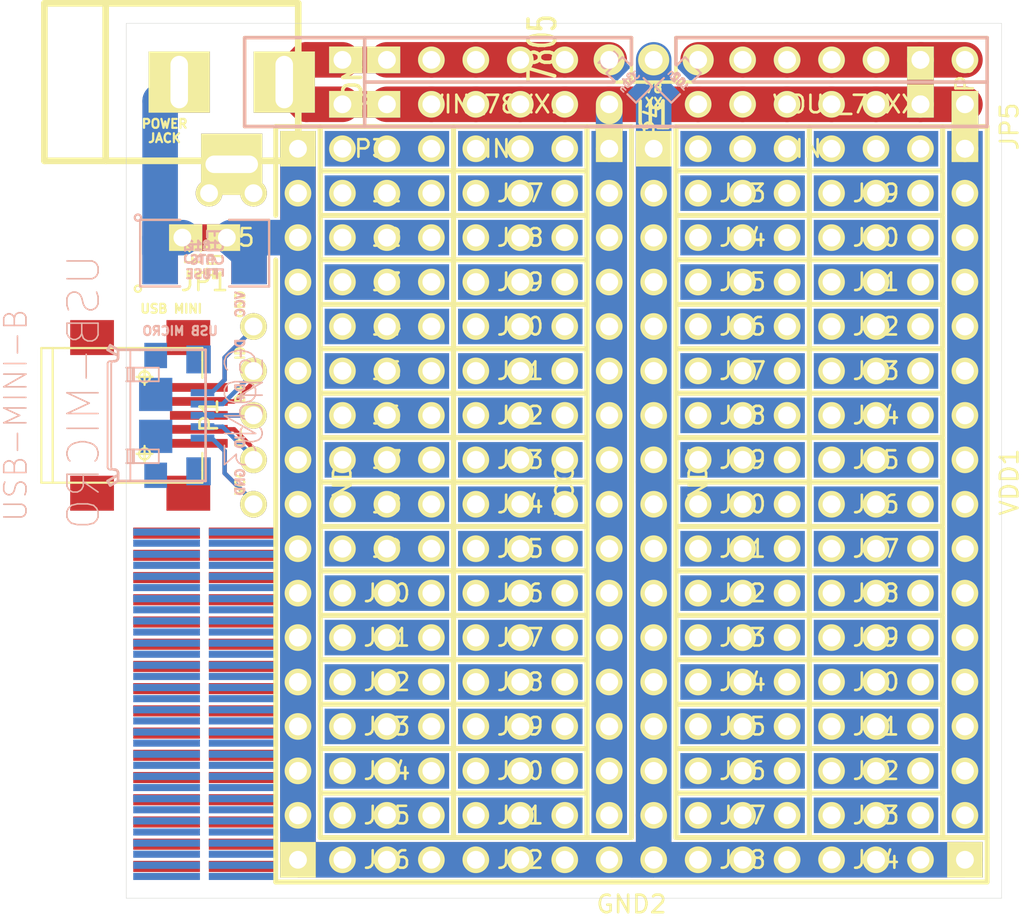
<source format=kicad_pcb>
(kicad_pcb (version 3) (host pcbnew "(2013-may-18)-stable")

  (general
    (links 328)
    (no_connects 4)
    (area 19.024294 18.53692 97.815706 90.195706)
    (thickness 1.6)
    (drawings 50)
    (tracks 80)
    (zones 0)
    (modules 95)
    (nets 79)
  )

  (page A3)
  (layers
    (15 F.Cu signal)
    (0 B.Cu signal)
    (16 B.Adhes user)
    (17 F.Adhes user)
    (18 B.Paste user)
    (19 F.Paste user)
    (20 B.SilkS user)
    (21 F.SilkS user)
    (22 B.Mask user hide)
    (23 F.Mask user hide)
    (24 Dwgs.User user)
    (25 Cmts.User user)
    (26 Eco1.User user)
    (27 Eco2.User user)
    (28 Edge.Cuts user)
  )

  (setup
    (last_trace_width 0.254)
    (trace_clearance 0.254)
    (zone_clearance 0.508)
    (zone_45_only no)
    (trace_min 0.254)
    (segment_width 0.2)
    (edge_width 0.0254)
    (via_size 0.889)
    (via_drill 0.635)
    (via_min_size 0.889)
    (via_min_drill 0.508)
    (uvia_size 0.508)
    (uvia_drill 0.127)
    (uvias_allowed no)
    (uvia_min_size 0.508)
    (uvia_min_drill 0.127)
    (pcb_text_width 0.3)
    (pcb_text_size 1 1)
    (mod_edge_width 0.28)
    (mod_text_size 1 1)
    (mod_text_width 0.15)
    (pad_size 0.762 1.524)
    (pad_drill 0)
    (pad_to_mask_clearance 0)
    (aux_axis_origin 0 0)
    (visible_elements FFFFFF8F)
    (pcbplotparams
      (layerselection 284196865)
      (usegerberextensions true)
      (excludeedgelayer false)
      (linewidth 0.150000)
      (plotframeref false)
      (viasonmask false)
      (mode 1)
      (useauxorigin false)
      (hpglpennumber 1)
      (hpglpenspeed 20)
      (hpglpendiameter 15)
      (hpglpenoverlay 2)
      (psnegative false)
      (psa4output false)
      (plotreference false)
      (plotvalue false)
      (plotothertext true)
      (plotinvisibletext false)
      (padsonsilk false)
      (subtractmaskfromsilk false)
      (outputformat 1)
      (mirror false)
      (drillshape 0)
      (scaleselection 1)
      (outputdirectory gerbers/50x50_protoboard/))
  )

  (net 0 "")
  (net 1 N-0000010)
  (net 2 N-0000011)
  (net 3 N-0000012)
  (net 4 N-0000013)
  (net 5 N-0000014)
  (net 6 N-0000015)
  (net 7 N-0000016)
  (net 8 N-0000017)
  (net 9 N-0000018)
  (net 10 N-0000019)
  (net 11 N-0000020)
  (net 12 N-0000021)
  (net 13 N-0000022)
  (net 14 N-0000023)
  (net 15 N-0000024)
  (net 16 N-0000025)
  (net 17 N-0000026)
  (net 18 N-0000027)
  (net 19 N-0000028)
  (net 20 N-0000029)
  (net 21 N-0000030)
  (net 22 N-0000031)
  (net 23 N-0000032)
  (net 24 N-0000033)
  (net 25 N-0000034)
  (net 26 N-0000035)
  (net 27 N-0000036)
  (net 28 N-0000037)
  (net 29 N-0000038)
  (net 30 N-0000039)
  (net 31 N-0000040)
  (net 32 N-0000041)
  (net 33 N-0000042)
  (net 34 N-0000043)
  (net 35 N-0000044)
  (net 36 N-0000045)
  (net 37 N-0000046)
  (net 38 N-0000047)
  (net 39 N-0000048)
  (net 40 N-0000049)
  (net 41 N-000005)
  (net 42 N-0000050)
  (net 43 N-0000051)
  (net 44 N-0000052)
  (net 45 N-0000053)
  (net 46 N-0000054)
  (net 47 N-0000055)
  (net 48 N-0000056)
  (net 49 N-0000057)
  (net 50 N-0000058)
  (net 51 N-0000059)
  (net 52 N-0000060)
  (net 53 N-0000061)
  (net 54 N-0000062)
  (net 55 N-0000063)
  (net 56 N-0000064)
  (net 57 N-0000065)
  (net 58 N-0000066)
  (net 59 N-0000067)
  (net 60 N-0000068)
  (net 61 N-0000069)
  (net 62 N-0000070)
  (net 63 N-0000071)
  (net 64 N-0000072)
  (net 65 N-0000073)
  (net 66 N-0000074)
  (net 67 N-0000075)
  (net 68 N-0000076)
  (net 69 N-0000077)
  (net 70 N-0000078)
  (net 71 N-0000079)
  (net 72 N-0000080)
  (net 73 N-0000081)
  (net 74 N-0000082)
  (net 75 N-0000083)
  (net 76 N-0000084)
  (net 77 N-0000085)
  (net 78 N-0000086)

  (net_class Default "This is the default net class."
    (clearance 0.254)
    (trace_width 0.254)
    (via_dia 0.889)
    (via_drill 0.635)
    (uvia_dia 0.508)
    (uvia_drill 0.127)
    (add_net "")
    (add_net N-0000011)
    (add_net N-0000012)
    (add_net N-0000013)
    (add_net N-000005)
  )

  (net_class Power ""
    (clearance 0.254)
    (trace_width 2.032)
    (via_dia 0.889)
    (via_drill 0.635)
    (uvia_dia 0.508)
    (uvia_drill 0.127)
    (add_net N-0000010)
    (add_net N-0000014)
    (add_net N-0000015)
    (add_net N-0000016)
    (add_net N-0000017)
    (add_net N-0000018)
    (add_net N-0000019)
    (add_net N-0000020)
    (add_net N-0000021)
    (add_net N-0000022)
    (add_net N-0000023)
    (add_net N-0000024)
    (add_net N-0000025)
    (add_net N-0000026)
    (add_net N-0000027)
    (add_net N-0000028)
    (add_net N-0000029)
    (add_net N-0000030)
    (add_net N-0000031)
    (add_net N-0000032)
    (add_net N-0000033)
    (add_net N-0000034)
    (add_net N-0000035)
    (add_net N-0000036)
    (add_net N-0000037)
    (add_net N-0000038)
    (add_net N-0000039)
    (add_net N-0000040)
    (add_net N-0000041)
    (add_net N-0000042)
    (add_net N-0000043)
    (add_net N-0000044)
    (add_net N-0000045)
    (add_net N-0000046)
    (add_net N-0000047)
    (add_net N-0000048)
    (add_net N-0000049)
    (add_net N-0000050)
    (add_net N-0000051)
    (add_net N-0000052)
    (add_net N-0000053)
    (add_net N-0000054)
    (add_net N-0000055)
    (add_net N-0000056)
    (add_net N-0000057)
    (add_net N-0000058)
    (add_net N-0000059)
    (add_net N-0000060)
    (add_net N-0000061)
    (add_net N-0000062)
    (add_net N-0000063)
    (add_net N-0000064)
    (add_net N-0000065)
    (add_net N-0000066)
    (add_net N-0000067)
    (add_net N-0000068)
    (add_net N-0000069)
    (add_net N-0000070)
    (add_net N-0000071)
    (add_net N-0000072)
    (add_net N-0000073)
    (add_net N-0000074)
    (add_net N-0000075)
    (add_net N-0000076)
    (add_net N-0000077)
    (add_net N-0000078)
    (add_net N-0000079)
    (add_net N-0000080)
    (add_net N-0000081)
    (add_net N-0000082)
    (add_net N-0000083)
    (add_net N-0000084)
    (add_net N-0000085)
    (add_net N-0000086)
  )

  (module PINS_RECT_2X1_SOLDER_JUMPER_SHORTED_F (layer F.Cu) (tedit 541F5A7F) (tstamp 53FB3F33)
    (at 57.15 27.94 90)
    (path /53FB40CE)
    (fp_text reference JP4 (at 0 2.54 90) (layer F.SilkS)
      (effects (font (size 1 1) (thickness 0.15)))
    )
    (fp_text value JUMPER (at 0 -2.54 90) (layer F.SilkS) hide
      (effects (font (size 1 1) (thickness 0.15)))
    )
    (fp_line (start 0.2667 -0.6223) (end 0.2794 0.6223) (layer F.Cu) (width 0.28))
    (fp_line (start 1.27 0) (end -1.27 0) (layer F.Cu) (width 1.524))
    (fp_line (start 0.14 -0.62) (end -0.14 -0.62) (layer F.Mask) (width 0.28))
    (fp_line (start 0.14 0.62) (end -0.14 0.62) (layer F.Mask) (width 0.28))
    (fp_line (start 0 -0.62) (end 0 0.62) (layer F.Mask) (width 0.28))
    (fp_line (start 0.13 -0.62) (end -0.14 -0.62) (layer B.Mask) (width 0.28))
    (fp_line (start 0.14 0.62) (end -0.14 0.62) (layer B.Mask) (width 0.28))
    (fp_line (start 0 -0.62) (end 0 0.62) (layer B.Mask) (width 0.28))
    (pad 1 thru_hole rect (at -1.27 0 90) (size 1.9 1.524) (drill 1.016 (offset 0.188 0))
      (layers *.Cu *.Mask F.SilkS)
      (net 32 N-0000041)
    )
    (pad 2 thru_hole oval (at 1.27 0 90) (size 1.9 1.524) (drill 1.016 (offset -0.188 0))
      (layers *.Cu *.Mask F.SilkS)
      (net 51 N-0000059)
    )
    (pad 2 smd rect (at 0.7112 0 90) (size 0.762 1.524)
      (layers F.Cu F.Paste F.Mask)
      (net 51 N-0000059)
    )
    (pad 2 smd rect (at 0.508 0 90) (size 0.762 1.524)
      (layers B.Cu B.Mask)
      (net 51 N-0000059)
    )
  )

  (module PINS_INTERCONNECT_16X1 (layer F.Cu) (tedit 541F5756) (tstamp 53DD3C81)
    (at 59.69 48.26 90)
    (path /53DD38D0)
    (fp_text reference GND3 (at 0 2.54 90) (layer F.SilkS)
      (effects (font (size 1 1) (thickness 0.15)))
    )
    (fp_text value PINS_16X1 (at 0 -2.54 90) (layer F.SilkS) hide
      (effects (font (size 1 1) (thickness 0.15)))
    )
    (fp_line (start 20.32 -1.27) (end -20.32 -1.27) (layer F.SilkS) (width 0.28))
    (fp_line (start -20.32 1.27) (end 20.32 1.27) (layer F.SilkS) (width 0.28))
    (pad 1 smd rect (at 0 0 90) (size 40.132 2.032)
      (layers B.Cu B.Mask)
      (net 75 N-0000083)
    )
    (pad 1 thru_hole circle (at -19.05 0 90) (size 1.524 1.524) (drill 1.016)
      (layers *.Cu *.Mask F.SilkS)
      (net 75 N-0000083)
    )
    (pad 1 thru_hole circle (at -16.51 0 90) (size 1.524 1.524) (drill 1.016)
      (layers *.Cu *.Mask F.SilkS)
      (net 75 N-0000083)
    )
    (pad 1 thru_hole circle (at -13.97 0 90) (size 1.524 1.524) (drill 1.016)
      (layers *.Cu *.Mask F.SilkS)
      (net 75 N-0000083)
    )
    (pad 1 thru_hole circle (at -11.43 0 90) (size 1.524 1.524) (drill 1.016)
      (layers *.Cu *.Mask F.SilkS)
      (net 75 N-0000083)
    )
    (pad 1 thru_hole circle (at -8.89 0 90) (size 1.524 1.524) (drill 1.016)
      (layers *.Cu *.Mask F.SilkS)
      (net 75 N-0000083)
    )
    (pad 1 thru_hole circle (at -6.35 0 90) (size 1.524 1.524) (drill 1.016)
      (layers *.Cu *.Mask F.SilkS)
      (net 75 N-0000083)
    )
    (pad 1 thru_hole circle (at -3.81 0 90) (size 1.524 1.524) (drill 1.016)
      (layers *.Cu *.Mask F.SilkS)
      (net 75 N-0000083)
    )
    (pad 1 thru_hole circle (at -1.27 0 90) (size 1.524 1.524) (drill 1.016)
      (layers *.Cu *.Mask F.SilkS)
      (net 75 N-0000083)
    )
    (pad 1 thru_hole circle (at 1.27 0 90) (size 1.524 1.524) (drill 1.016)
      (layers *.Cu *.Mask F.SilkS)
      (net 75 N-0000083)
    )
    (pad 1 thru_hole circle (at 3.81 0 90) (size 1.524 1.524) (drill 1.016)
      (layers *.Cu *.Mask F.SilkS)
      (net 75 N-0000083)
    )
    (pad 1 thru_hole circle (at 6.35 0 90) (size 1.524 1.524) (drill 1.016)
      (layers *.Cu *.Mask F.SilkS)
      (net 75 N-0000083)
    )
    (pad 1 thru_hole circle (at 8.89 0 90) (size 1.524 1.524) (drill 1.016)
      (layers *.Cu *.Mask F.SilkS)
      (net 75 N-0000083)
    )
    (pad 1 thru_hole circle (at 11.43 0 90) (size 1.524 1.524) (drill 1.016)
      (layers *.Cu *.Mask F.SilkS)
      (net 75 N-0000083)
    )
    (pad 1 thru_hole circle (at 13.97 0 90) (size 1.524 1.524) (drill 1.016)
      (layers *.Cu *.Mask F.SilkS)
      (net 75 N-0000083)
    )
    (pad 1 thru_hole circle (at 16.51 0 90) (size 1.524 1.524) (drill 1.016)
      (layers *.Cu *.Mask F.SilkS)
      (net 75 N-0000083)
    )
    (pad 1 thru_hole rect (at 19.05 0 90) (size 2.032 2.032) (drill 1.016)
      (layers *.Cu *.Mask F.SilkS)
      (net 75 N-0000083)
    )
  )

  (module PINS_INTERCONNECT_16X1 (layer F.Cu) (tedit 541F576F) (tstamp 53DD3B11)
    (at 39.37 48.26 90)
    (path /53DD3555)
    (fp_text reference GND1 (at 0 2.54 90) (layer F.SilkS)
      (effects (font (size 1 1) (thickness 0.15)))
    )
    (fp_text value PINS_16X1 (at 0 -2.54 90) (layer F.SilkS) hide
      (effects (font (size 1 1) (thickness 0.15)))
    )
    (fp_line (start 12.7 -1.27) (end -20.32 -1.27) (layer F.SilkS) (width 0.28))
    (fp_line (start 20.32 -1.27) (end 15.24 -1.27) (layer F.SilkS) (width 0.28))
    (fp_line (start -20.32 1.27) (end 20.32 1.27) (layer F.SilkS) (width 0.28))
    (fp_line (start 20.32 1.27) (end 20.32 -1.27) (layer F.SilkS) (width 0.28))
    (pad 1 smd rect (at 0 0 90) (size 40.132 2.032)
      (layers B.Cu B.Mask)
      (net 75 N-0000083)
    )
    (pad 1 thru_hole circle (at -19.05 0 90) (size 1.524 1.524) (drill 1.016)
      (layers *.Cu *.Mask F.SilkS)
      (net 75 N-0000083)
    )
    (pad 1 thru_hole circle (at -16.51 0 90) (size 1.524 1.524) (drill 1.016)
      (layers *.Cu *.Mask F.SilkS)
      (net 75 N-0000083)
    )
    (pad 1 thru_hole circle (at -13.97 0 90) (size 1.524 1.524) (drill 1.016)
      (layers *.Cu *.Mask F.SilkS)
      (net 75 N-0000083)
    )
    (pad 1 thru_hole circle (at -11.43 0 90) (size 1.524 1.524) (drill 1.016)
      (layers *.Cu *.Mask F.SilkS)
      (net 75 N-0000083)
    )
    (pad 1 thru_hole circle (at -8.89 0 90) (size 1.524 1.524) (drill 1.016)
      (layers *.Cu *.Mask F.SilkS)
      (net 75 N-0000083)
    )
    (pad 1 thru_hole circle (at -6.35 0 90) (size 1.524 1.524) (drill 1.016)
      (layers *.Cu *.Mask F.SilkS)
      (net 75 N-0000083)
    )
    (pad 1 thru_hole circle (at -3.81 0 90) (size 1.524 1.524) (drill 1.016)
      (layers *.Cu *.Mask F.SilkS)
      (net 75 N-0000083)
    )
    (pad 1 thru_hole circle (at -1.27 0 90) (size 1.524 1.524) (drill 1.016)
      (layers *.Cu *.Mask F.SilkS)
      (net 75 N-0000083)
    )
    (pad 1 thru_hole circle (at 1.27 0 90) (size 1.524 1.524) (drill 1.016)
      (layers *.Cu *.Mask F.SilkS)
      (net 75 N-0000083)
    )
    (pad 1 thru_hole circle (at 3.81 0 90) (size 1.524 1.524) (drill 1.016)
      (layers *.Cu *.Mask F.SilkS)
      (net 75 N-0000083)
    )
    (pad 1 thru_hole circle (at 6.35 0 90) (size 1.524 1.524) (drill 1.016)
      (layers *.Cu *.Mask F.SilkS)
      (net 75 N-0000083)
    )
    (pad 1 thru_hole circle (at 8.89 0 90) (size 1.524 1.524) (drill 1.016)
      (layers *.Cu *.Mask F.SilkS)
      (net 75 N-0000083)
    )
    (pad 1 thru_hole circle (at 11.43 0 90) (size 1.524 1.524) (drill 1.016)
      (layers *.Cu *.Mask F.SilkS)
      (net 75 N-0000083)
    )
    (pad 1 thru_hole circle (at 13.97 0 90) (size 1.524 1.524) (drill 1.016)
      (layers *.Cu *.Mask F.SilkS)
      (net 75 N-0000083)
    )
    (pad 1 thru_hole circle (at 16.51 0 90) (size 1.524 1.524) (drill 1.016)
      (layers *.Cu *.Mask F.SilkS)
      (net 75 N-0000083)
    )
    (pad 1 thru_hole rect (at 19.05 0 90) (size 2.032 2.032) (drill 1.016)
      (layers *.Cu *.Mask F.SilkS)
      (net 75 N-0000083)
    )
  )

  (module PINS_INTERCONNECT_16X1 (layer F.Cu) (tedit 541F57E2) (tstamp 53DD3B4D)
    (at 58.42 69.85)
    (path /53DD3867)
    (fp_text reference GND2 (at 0 2.54) (layer F.SilkS)
      (effects (font (size 1 1) (thickness 0.15)))
    )
    (fp_text value PINS_16X1 (at 0 -2.54) (layer F.SilkS) hide
      (effects (font (size 1 1) (thickness 0.15)))
    )
    (fp_line (start 2.54 -1.27) (end 20.32 -1.27) (layer F.SilkS) (width 0.28))
    (fp_line (start -17.78 -1.27) (end 0 -1.27) (layer F.SilkS) (width 0.28))
    (fp_line (start -20.32 -1.27) (end -20.32 1.27) (layer F.SilkS) (width 0.28))
    (fp_line (start -20.32 1.27) (end 20.32 1.27) (layer F.SilkS) (width 0.28))
    (fp_line (start 20.32 1.27) (end 20.32 -1.27) (layer F.SilkS) (width 0.28))
    (pad 1 smd rect (at 0 0) (size 40.132 2.032)
      (layers B.Cu B.Mask)
      (net 75 N-0000083)
    )
    (pad 1 thru_hole rect (at -19.05 0) (size 2.032 2.032) (drill 1.016)
      (layers *.Cu *.Mask F.SilkS)
      (net 75 N-0000083)
    )
    (pad 1 thru_hole circle (at -16.51 0) (size 1.524 1.524) (drill 1.016)
      (layers *.Cu *.Mask F.SilkS)
      (net 75 N-0000083)
    )
    (pad 1 thru_hole circle (at -13.97 0) (size 1.524 1.524) (drill 1.016)
      (layers *.Cu *.Mask F.SilkS)
      (net 75 N-0000083)
    )
    (pad 1 thru_hole circle (at -11.43 0) (size 1.524 1.524) (drill 1.016)
      (layers *.Cu *.Mask F.SilkS)
      (net 75 N-0000083)
    )
    (pad 1 thru_hole circle (at -8.89 0) (size 1.524 1.524) (drill 1.016)
      (layers *.Cu *.Mask F.SilkS)
      (net 75 N-0000083)
    )
    (pad 1 thru_hole circle (at -6.35 0) (size 1.524 1.524) (drill 1.016)
      (layers *.Cu *.Mask F.SilkS)
      (net 75 N-0000083)
    )
    (pad 1 thru_hole circle (at -3.81 0) (size 1.524 1.524) (drill 1.016)
      (layers *.Cu *.Mask F.SilkS)
      (net 75 N-0000083)
    )
    (pad 1 thru_hole circle (at -1.27 0) (size 1.524 1.524) (drill 1.016)
      (layers *.Cu *.Mask F.SilkS)
      (net 75 N-0000083)
    )
    (pad 1 thru_hole circle (at 1.27 0) (size 1.524 1.524) (drill 1.016)
      (layers *.Cu *.Mask F.SilkS)
      (net 75 N-0000083)
    )
    (pad 1 thru_hole circle (at 3.81 0) (size 1.524 1.524) (drill 1.016)
      (layers *.Cu *.Mask F.SilkS)
      (net 75 N-0000083)
    )
    (pad 1 thru_hole circle (at 6.35 0) (size 1.524 1.524) (drill 1.016)
      (layers *.Cu *.Mask F.SilkS)
      (net 75 N-0000083)
    )
    (pad 1 thru_hole circle (at 8.89 0) (size 1.524 1.524) (drill 1.016)
      (layers *.Cu *.Mask F.SilkS)
      (net 75 N-0000083)
    )
    (pad 1 thru_hole circle (at 11.43 0) (size 1.524 1.524) (drill 1.016)
      (layers *.Cu *.Mask F.SilkS)
      (net 75 N-0000083)
    )
    (pad 1 thru_hole circle (at 13.97 0) (size 1.524 1.524) (drill 1.016)
      (layers *.Cu *.Mask F.SilkS)
      (net 75 N-0000083)
    )
    (pad 1 thru_hole circle (at 16.51 0) (size 1.524 1.524) (drill 1.016)
      (layers *.Cu *.Mask F.SilkS)
      (net 75 N-0000083)
    )
    (pad 1 thru_hole rect (at 19.05 0) (size 2.032 2.032) (drill 1.016)
      (layers *.Cu *.Mask F.SilkS)
      (net 75 N-0000083)
    )
  )

  (module 7805_VERT (layer F.Cu) (tedit 53FF7487) (tstamp 53DD4067)
    (at 59.69 24.13 90)
    (descr "Regulateur TO220 serie LM78xx")
    (tags "TR TO220")
    (path /53DD4187)
    (fp_text reference U1 (at -3.175 0 180) (layer F.SilkS)
      (effects (font (size 1.524 1.016) (thickness 0.2032)))
    )
    (fp_text value 7805 (at 0.635 -6.35 90) (layer F.SilkS)
      (effects (font (size 1.524 1.016) (thickness 0.2032)))
    )
    (pad VI thru_hole circle (at 0 -2.54 90) (size 1.778 1.778) (drill 1.016)
      (layers *.Cu *.Mask F.SilkS)
      (net 50 N-0000058)
    )
    (pad GND thru_hole circle (at 0 0 90) (size 1.778 1.778) (drill 1.016)
      (layers *.Cu *.Mask F.SilkS)
      (net 75 N-0000083)
    )
    (pad VO thru_hole circle (at 0 2.54 90) (size 1.778 1.778) (drill 1.016)
      (layers *.Cu *.Mask F.SilkS)
      (net 49 N-0000057)
    )
  )

  (module PINS_6X1 (layer F.Cu) (tedit 53DD27D4) (tstamp 53DD4044)
    (at 71.12 24.13)
    (path /53DD4196)
    (fp_text reference VOUT_78XX1 (at 0 2.54) (layer F.SilkS)
      (effects (font (size 1 1) (thickness 0.15)))
    )
    (fp_text value PINS_6X1 (at 0 -2.54) (layer F.SilkS) hide
      (effects (font (size 1 1) (thickness 0.15)))
    )
    (pad 1 thru_hole circle (at -6.35 0) (size 1.524 1.524) (drill 1.016)
      (layers *.Cu *.Mask F.SilkS)
      (net 49 N-0000057)
    )
    (pad 2 thru_hole circle (at -3.81 0) (size 1.524 1.524) (drill 1.016)
      (layers *.Cu *.Mask F.SilkS)
      (net 49 N-0000057)
    )
    (pad 3 thru_hole circle (at -1.27 0) (size 1.524 1.524) (drill 1.016)
      (layers *.Cu *.Mask F.SilkS)
      (net 49 N-0000057)
    )
    (pad 4 thru_hole circle (at 1.27 0) (size 1.524 1.524) (drill 1.016)
      (layers *.Cu *.Mask F.SilkS)
      (net 49 N-0000057)
    )
    (pad 5 thru_hole circle (at 3.81 0) (size 1.524 1.524) (drill 1.016)
      (layers *.Cu *.Mask F.SilkS)
      (net 49 N-0000057)
    )
    (pad 6 thru_hole circle (at 6.35 0) (size 1.524 1.524) (drill 1.016)
      (layers *.Cu *.Mask F.SilkS)
      (net 49 N-0000057)
    )
  )

  (module PINS_4X1 (layer F.Cu) (tedit 53DD278C) (tstamp 53DD4055)
    (at 50.8 24.13)
    (path /53DD41B4)
    (fp_text reference VIN_78XX1 (at 0 2.54) (layer F.SilkS)
      (effects (font (size 1 1) (thickness 0.15)))
    )
    (fp_text value PINS_4X1 (at 0 -2.54) (layer F.SilkS) hide
      (effects (font (size 1 1) (thickness 0.15)))
    )
    (pad 1 thru_hole circle (at -3.81 0) (size 1.524 1.524) (drill 1.016)
      (layers *.Cu *.Mask F.SilkS)
      (net 50 N-0000058)
    )
    (pad 2 thru_hole circle (at -1.27 0) (size 1.524 1.524) (drill 1.016)
      (layers *.Cu *.Mask F.SilkS)
      (net 50 N-0000058)
    )
    (pad 3 thru_hole circle (at 1.27 0) (size 1.524 1.524) (drill 1.016)
      (layers *.Cu *.Mask F.SilkS)
      (net 50 N-0000058)
    )
    (pad 4 thru_hole circle (at 3.81 0) (size 1.524 1.524) (drill 1.016)
      (layers *.Cu *.Mask F.SilkS)
      (net 50 N-0000058)
    )
  )

  (module BARREL_JACK (layer F.Cu) (tedit 505F99C2) (tstamp 53DD4073)
    (at 32.385 25.4)
    (descr "DC Barrel Jack")
    (tags "Power Jack")
    (path /53DD4216)
    (fp_text reference CON1 (at 10.09904 0 90) (layer F.SilkS)
      (effects (font (size 1.016 1.016) (thickness 0.2032)))
    )
    (fp_text value BARREL_JACK (at 0 -5.99948) (layer F.SilkS) hide
      (effects (font (size 1.016 1.016) (thickness 0.2032)))
    )
    (fp_line (start -4.0005 -4.50088) (end -4.0005 4.50088) (layer F.SilkS) (width 0.381))
    (fp_line (start -7.50062 -4.50088) (end -7.50062 4.50088) (layer F.SilkS) (width 0.381))
    (fp_line (start -7.50062 4.50088) (end 7.00024 4.50088) (layer F.SilkS) (width 0.381))
    (fp_line (start 7.00024 4.50088) (end 7.00024 -4.50088) (layer F.SilkS) (width 0.381))
    (fp_line (start 7.00024 -4.50088) (end -7.50062 -4.50088) (layer F.SilkS) (width 0.381))
    (pad 1 thru_hole rect (at 6.20014 0) (size 3.50012 3.50012) (drill oval 1.00076 2.99974)
      (layers *.Cu *.Mask F.SilkS)
      (net 1 N-0000010)
    )
    (pad 2 thru_hole rect (at 0.20066 0) (size 3.50012 3.50012) (drill oval 1.00076 2.99974)
      (layers *.Cu *.Mask F.SilkS)
      (net 46 N-0000054)
    )
    (pad 3 thru_hole rect (at 3.2004 4.699) (size 3.50012 3.50012) (drill oval 2.99974 1.00076)
      (layers *.Cu *.Mask F.SilkS)
      (net 47 N-0000055)
    )
  )

  (module SMD_127_381_8X2 (layer F.Cu) (tedit 53DC86CD) (tstamp 53F3BD00)
    (at 34.0233 65.786)
    (fp_text reference Ref** (at 0 0) (layer F.SilkS) hide
      (effects (font (size 1 1) (thickness 0.15)))
    )
    (fp_text value Val** (at 0 0) (layer F.SilkS) hide
      (effects (font (size 1 1) (thickness 0.15)))
    )
    (pad 1 smd rect (at -2.159 -0.635) (size 3.81 0.635)
      (layers F.Cu F.Paste F.Mask)
    )
    (pad 1 smd rect (at 2.159 -0.635) (size 3.81 0.635)
      (layers F.Cu F.Paste F.Mask)
    )
    (pad 1 smd rect (at 2.159 -1.905) (size 3.81 0.635)
      (layers F.Cu F.Paste F.Mask)
    )
    (pad 1 smd rect (at -2.159 -1.905) (size 3.81 0.635)
      (layers F.Cu F.Paste F.Mask)
    )
    (pad 1 smd rect (at -2.159 -4.445) (size 3.81 0.635)
      (layers F.Cu F.Paste F.Mask)
    )
    (pad 1 smd rect (at 2.159 -4.445) (size 3.81 0.635)
      (layers F.Cu F.Paste F.Mask)
    )
    (pad 1 smd rect (at 2.159 -3.175) (size 3.81 0.635)
      (layers F.Cu F.Paste F.Mask)
    )
    (pad 1 smd rect (at -2.159 -3.175) (size 3.81 0.635)
      (layers F.Cu F.Paste F.Mask)
    )
    (pad 1 smd rect (at -2.159 1.905) (size 3.81 0.635)
      (layers F.Cu F.Paste F.Mask)
    )
    (pad 1 smd rect (at 2.159 1.905) (size 3.81 0.635)
      (layers F.Cu F.Paste F.Mask)
    )
    (pad 1 smd rect (at 2.159 0.635) (size 3.81 0.635)
      (layers F.Cu F.Paste F.Mask)
    )
    (pad 1 smd rect (at -2.159 0.635) (size 3.81 0.635)
      (layers F.Cu F.Paste F.Mask)
    )
    (pad 1 smd rect (at -2.159 3.175) (size 3.81 0.635)
      (layers F.Cu F.Paste F.Mask)
    )
    (pad 1 smd rect (at 2.159 3.175) (size 3.81 0.635)
      (layers F.Cu F.Paste F.Mask)
    )
    (pad 1 smd rect (at 2.159 4.445) (size 3.81 0.635)
      (layers F.Cu F.Paste F.Mask)
    )
    (pad 1 smd rect (at -2.159 4.445) (size 3.81 0.635)
      (layers F.Cu F.Paste F.Mask)
    )
  )

  (module SMD_127_381_8X2 (layer F.Cu) (tedit 53DC86CD) (tstamp 53DDC12B)
    (at 34.0233 55.626)
    (fp_text reference Ref** (at 0 0) (layer F.SilkS) hide
      (effects (font (size 1 1) (thickness 0.15)))
    )
    (fp_text value Val** (at 0 0) (layer F.SilkS) hide
      (effects (font (size 1 1) (thickness 0.15)))
    )
    (pad 1 smd rect (at -2.159 -0.635) (size 3.81 0.635)
      (layers F.Cu F.Paste F.Mask)
    )
    (pad 1 smd rect (at 2.159 -0.635) (size 3.81 0.635)
      (layers F.Cu F.Paste F.Mask)
    )
    (pad 1 smd rect (at 2.159 -1.905) (size 3.81 0.635)
      (layers F.Cu F.Paste F.Mask)
    )
    (pad 1 smd rect (at -2.159 -1.905) (size 3.81 0.635)
      (layers F.Cu F.Paste F.Mask)
    )
    (pad 1 smd rect (at -2.159 -4.445) (size 3.81 0.635)
      (layers F.Cu F.Paste F.Mask)
    )
    (pad 1 smd rect (at 2.159 -4.445) (size 3.81 0.635)
      (layers F.Cu F.Paste F.Mask)
    )
    (pad 1 smd rect (at 2.159 -3.175) (size 3.81 0.635)
      (layers F.Cu F.Paste F.Mask)
    )
    (pad 1 smd rect (at -2.159 -3.175) (size 3.81 0.635)
      (layers F.Cu F.Paste F.Mask)
    )
    (pad 1 smd rect (at -2.159 1.905) (size 3.81 0.635)
      (layers F.Cu F.Paste F.Mask)
    )
    (pad 1 smd rect (at 2.159 1.905) (size 3.81 0.635)
      (layers F.Cu F.Paste F.Mask)
    )
    (pad 1 smd rect (at 2.159 0.635) (size 3.81 0.635)
      (layers F.Cu F.Paste F.Mask)
    )
    (pad 1 smd rect (at -2.159 0.635) (size 3.81 0.635)
      (layers F.Cu F.Paste F.Mask)
    )
    (pad 1 smd rect (at -2.159 3.175) (size 3.81 0.635)
      (layers F.Cu F.Paste F.Mask)
    )
    (pad 1 smd rect (at 2.159 3.175) (size 3.81 0.635)
      (layers F.Cu F.Paste F.Mask)
    )
    (pad 1 smd rect (at 2.159 4.445) (size 3.81 0.635)
      (layers F.Cu F.Paste F.Mask)
    )
    (pad 1 smd rect (at -2.159 4.445) (size 3.81 0.635)
      (layers F.Cu F.Paste F.Mask)
    )
  )

  (module SMD_065_381_8X2 (layer B.Cu) (tedit 53DC867B) (tstamp 53F3BDE7)
    (at 34.0233 68.58)
    (fp_text reference Ref** (at 0 0) (layer B.SilkS) hide
      (effects (font (size 1 1) (thickness 0.15)) (justify mirror))
    )
    (fp_text value Val** (at 0 0) (layer B.SilkS) hide
      (effects (font (size 1 1) (thickness 0.15)) (justify mirror))
    )
    (pad 1 smd rect (at 2.159 0.3175) (size 3.81 0.4064)
      (layers B.Cu B.Paste B.Mask)
    )
    (pad 1 smd rect (at 2.159 0.9525) (size 3.81 0.4064)
      (layers B.Cu B.Paste B.Mask)
    )
    (pad 1 smd rect (at -2.159 0.9525) (size 3.81 0.4064)
      (layers B.Cu B.Paste B.Mask)
    )
    (pad 1 smd rect (at -2.159 0.3175) (size 3.81 0.4064)
      (layers B.Cu B.Paste B.Mask)
    )
    (pad 1 smd rect (at -2.159 1.5875) (size 3.81 0.4064)
      (layers B.Cu B.Paste B.Mask)
    )
    (pad 1 smd rect (at -2.159 2.2225) (size 3.81 0.4064)
      (layers B.Cu B.Paste B.Mask)
    )
    (pad 1 smd rect (at 2.159 2.2225) (size 3.81 0.4064)
      (layers B.Cu B.Paste B.Mask)
    )
    (pad 1 smd rect (at 2.159 1.5875) (size 3.81 0.4064)
      (layers B.Cu B.Paste B.Mask)
    )
    (pad 1 smd rect (at 2.159 -0.9525) (size 3.81 0.4064)
      (layers B.Cu B.Paste B.Mask)
    )
    (pad 1 smd rect (at 2.159 -0.3175) (size 3.81 0.4064)
      (layers B.Cu B.Paste B.Mask)
    )
    (pad 1 smd rect (at -2.159 -0.3175) (size 3.81 0.4064)
      (layers B.Cu B.Paste B.Mask)
    )
    (pad 1 smd rect (at -2.159 -0.9525) (size 3.81 0.4064)
      (layers B.Cu B.Paste B.Mask)
    )
    (pad 1 smd rect (at -2.159 -2.2225) (size 3.81 0.4064)
      (layers B.Cu B.Paste B.Mask)
    )
    (pad 1 smd rect (at -2.159 -1.5875) (size 3.81 0.4064)
      (layers B.Cu B.Paste B.Mask)
    )
    (pad 1 smd rect (at 2.159 -1.5875) (size 3.81 0.4064)
      (layers B.Cu B.Paste B.Mask)
    )
    (pad 1 smd rect (at 2.159 -2.2225) (size 3.81 0.4064)
      (layers B.Cu B.Paste B.Mask)
    )
  )

  (module SMD_065_381_8X2 (layer B.Cu) (tedit 53DC867B) (tstamp 53F3BE0E)
    (at 34.0233 63.5)
    (fp_text reference Ref** (at 0 0) (layer B.SilkS) hide
      (effects (font (size 1 1) (thickness 0.15)) (justify mirror))
    )
    (fp_text value Val** (at 0 0) (layer B.SilkS) hide
      (effects (font (size 1 1) (thickness 0.15)) (justify mirror))
    )
    (pad 1 smd rect (at 2.159 0.3175) (size 3.81 0.4064)
      (layers B.Cu B.Paste B.Mask)
    )
    (pad 1 smd rect (at 2.159 0.9525) (size 3.81 0.4064)
      (layers B.Cu B.Paste B.Mask)
    )
    (pad 1 smd rect (at -2.159 0.9525) (size 3.81 0.4064)
      (layers B.Cu B.Paste B.Mask)
    )
    (pad 1 smd rect (at -2.159 0.3175) (size 3.81 0.4064)
      (layers B.Cu B.Paste B.Mask)
    )
    (pad 1 smd rect (at -2.159 1.5875) (size 3.81 0.4064)
      (layers B.Cu B.Paste B.Mask)
    )
    (pad 1 smd rect (at -2.159 2.2225) (size 3.81 0.4064)
      (layers B.Cu B.Paste B.Mask)
    )
    (pad 1 smd rect (at 2.159 2.2225) (size 3.81 0.4064)
      (layers B.Cu B.Paste B.Mask)
    )
    (pad 1 smd rect (at 2.159 1.5875) (size 3.81 0.4064)
      (layers B.Cu B.Paste B.Mask)
    )
    (pad 1 smd rect (at 2.159 -0.9525) (size 3.81 0.4064)
      (layers B.Cu B.Paste B.Mask)
    )
    (pad 1 smd rect (at 2.159 -0.3175) (size 3.81 0.4064)
      (layers B.Cu B.Paste B.Mask)
    )
    (pad 1 smd rect (at -2.159 -0.3175) (size 3.81 0.4064)
      (layers B.Cu B.Paste B.Mask)
    )
    (pad 1 smd rect (at -2.159 -0.9525) (size 3.81 0.4064)
      (layers B.Cu B.Paste B.Mask)
    )
    (pad 1 smd rect (at -2.159 -2.2225) (size 3.81 0.4064)
      (layers B.Cu B.Paste B.Mask)
    )
    (pad 1 smd rect (at -2.159 -1.5875) (size 3.81 0.4064)
      (layers B.Cu B.Paste B.Mask)
    )
    (pad 1 smd rect (at 2.159 -1.5875) (size 3.81 0.4064)
      (layers B.Cu B.Paste B.Mask)
    )
    (pad 1 smd rect (at 2.159 -2.2225) (size 3.81 0.4064)
      (layers B.Cu B.Paste B.Mask)
    )
  )

  (module SMD_065_381_8X2 (layer B.Cu) (tedit 53DC867B) (tstamp 53F3BE35)
    (at 34.0233 58.42)
    (fp_text reference Ref** (at 0 0) (layer B.SilkS) hide
      (effects (font (size 1 1) (thickness 0.15)) (justify mirror))
    )
    (fp_text value Val** (at 0 0) (layer B.SilkS) hide
      (effects (font (size 1 1) (thickness 0.15)) (justify mirror))
    )
    (pad 1 smd rect (at 2.159 0.3175) (size 3.81 0.4064)
      (layers B.Cu B.Paste B.Mask)
    )
    (pad 1 smd rect (at 2.159 0.9525) (size 3.81 0.4064)
      (layers B.Cu B.Paste B.Mask)
    )
    (pad 1 smd rect (at -2.159 0.9525) (size 3.81 0.4064)
      (layers B.Cu B.Paste B.Mask)
    )
    (pad 1 smd rect (at -2.159 0.3175) (size 3.81 0.4064)
      (layers B.Cu B.Paste B.Mask)
    )
    (pad 1 smd rect (at -2.159 1.5875) (size 3.81 0.4064)
      (layers B.Cu B.Paste B.Mask)
    )
    (pad 1 smd rect (at -2.159 2.2225) (size 3.81 0.4064)
      (layers B.Cu B.Paste B.Mask)
    )
    (pad 1 smd rect (at 2.159 2.2225) (size 3.81 0.4064)
      (layers B.Cu B.Paste B.Mask)
    )
    (pad 1 smd rect (at 2.159 1.5875) (size 3.81 0.4064)
      (layers B.Cu B.Paste B.Mask)
    )
    (pad 1 smd rect (at 2.159 -0.9525) (size 3.81 0.4064)
      (layers B.Cu B.Paste B.Mask)
    )
    (pad 1 smd rect (at 2.159 -0.3175) (size 3.81 0.4064)
      (layers B.Cu B.Paste B.Mask)
    )
    (pad 1 smd rect (at -2.159 -0.3175) (size 3.81 0.4064)
      (layers B.Cu B.Paste B.Mask)
    )
    (pad 1 smd rect (at -2.159 -0.9525) (size 3.81 0.4064)
      (layers B.Cu B.Paste B.Mask)
    )
    (pad 1 smd rect (at -2.159 -2.2225) (size 3.81 0.4064)
      (layers B.Cu B.Paste B.Mask)
    )
    (pad 1 smd rect (at -2.159 -1.5875) (size 3.81 0.4064)
      (layers B.Cu B.Paste B.Mask)
    )
    (pad 1 smd rect (at 2.159 -1.5875) (size 3.81 0.4064)
      (layers B.Cu B.Paste B.Mask)
    )
    (pad 1 smd rect (at 2.159 -2.2225) (size 3.81 0.4064)
      (layers B.Cu B.Paste B.Mask)
    )
  )

  (module SMD_065_381_8X2 (layer B.Cu) (tedit 53DC867B) (tstamp 53F3BE5C)
    (at 34.0233 53.34)
    (fp_text reference Ref** (at 0 0) (layer B.SilkS) hide
      (effects (font (size 1 1) (thickness 0.15)) (justify mirror))
    )
    (fp_text value Val** (at 0 0) (layer B.SilkS) hide
      (effects (font (size 1 1) (thickness 0.15)) (justify mirror))
    )
    (pad 1 smd rect (at 2.159 0.3175) (size 3.81 0.4064)
      (layers B.Cu B.Paste B.Mask)
    )
    (pad 1 smd rect (at 2.159 0.9525) (size 3.81 0.4064)
      (layers B.Cu B.Paste B.Mask)
    )
    (pad 1 smd rect (at -2.159 0.9525) (size 3.81 0.4064)
      (layers B.Cu B.Paste B.Mask)
    )
    (pad 1 smd rect (at -2.159 0.3175) (size 3.81 0.4064)
      (layers B.Cu B.Paste B.Mask)
    )
    (pad 1 smd rect (at -2.159 1.5875) (size 3.81 0.4064)
      (layers B.Cu B.Paste B.Mask)
    )
    (pad 1 smd rect (at -2.159 2.2225) (size 3.81 0.4064)
      (layers B.Cu B.Paste B.Mask)
    )
    (pad 1 smd rect (at 2.159 2.2225) (size 3.81 0.4064)
      (layers B.Cu B.Paste B.Mask)
    )
    (pad 1 smd rect (at 2.159 1.5875) (size 3.81 0.4064)
      (layers B.Cu B.Paste B.Mask)
    )
    (pad 1 smd rect (at 2.159 -0.9525) (size 3.81 0.4064)
      (layers B.Cu B.Paste B.Mask)
    )
    (pad 1 smd rect (at 2.159 -0.3175) (size 3.81 0.4064)
      (layers B.Cu B.Paste B.Mask)
    )
    (pad 1 smd rect (at -2.159 -0.3175) (size 3.81 0.4064)
      (layers B.Cu B.Paste B.Mask)
    )
    (pad 1 smd rect (at -2.159 -0.9525) (size 3.81 0.4064)
      (layers B.Cu B.Paste B.Mask)
    )
    (pad 1 smd rect (at -2.159 -2.2225) (size 3.81 0.4064)
      (layers B.Cu B.Paste B.Mask)
    )
    (pad 1 smd rect (at -2.159 -1.5875) (size 3.81 0.4064)
      (layers B.Cu B.Paste B.Mask)
    )
    (pad 1 smd rect (at 2.159 -1.5875) (size 3.81 0.4064)
      (layers B.Cu B.Paste B.Mask)
    )
    (pad 1 smd rect (at 2.159 -2.2225) (size 3.81 0.4064)
      (layers B.Cu B.Paste B.Mask)
    )
  )

  (module PINS_2X1 (layer F.Cu) (tedit 53DD2763) (tstamp 53DD402F)
    (at 35.56 31.75)
    (path /53DD425C)
    (fp_text reference J65 (at 0 2.54) (layer F.SilkS)
      (effects (font (size 1 1) (thickness 0.15)))
    )
    (fp_text value PINS_2X1 (at 0 -2.54) (layer F.SilkS) hide
      (effects (font (size 1 1) (thickness 0.15)))
    )
    (pad 1 thru_hole circle (at -1.27 0) (size 1.524 1.524) (drill 1.016)
      (layers *.Cu *.Mask F.SilkS)
      (net 47 N-0000055)
    )
    (pad 2 thru_hole circle (at 1.27 0) (size 1.524 1.524) (drill 1.016)
      (layers *.Cu *.Mask F.SilkS)
      (net 47 N-0000055)
    )
  )

  (module SM1812L (layer F.Cu) (tedit 3D638E8B) (tstamp 53F38B4B)
    (at 34.036 35.179)
    (tags "CMS SM")
    (path /53DDB6F8)
    (attr smd)
    (fp_text reference F1 (at -0.62992 0 90) (layer F.SilkS)
      (effects (font (size 0.889 0.762) (thickness 0.127)))
    )
    (fp_text value FUSE (at 0.635 0 90) (layer F.SilkS)
      (effects (font (size 0.889 0.762) (thickness 0.127)))
    )
    (fp_circle (center -3.81 2.032) (end -3.683 1.905) (layer F.SilkS) (width 0.127))
    (fp_line (start 1.397 1.905) (end 3.683 1.905) (layer F.SilkS) (width 0.127))
    (fp_line (start 3.683 1.905) (end 3.683 -1.905) (layer F.SilkS) (width 0.127))
    (fp_line (start 3.683 -1.905) (end 1.397 -1.905) (layer F.SilkS) (width 0.127))
    (fp_line (start -1.397 -1.905) (end -3.683 -1.905) (layer F.SilkS) (width 0.127))
    (fp_line (start -3.683 -1.905) (end -3.683 1.905) (layer F.SilkS) (width 0.127))
    (fp_line (start -3.683 1.905) (end -1.397 1.905) (layer F.SilkS) (width 0.127))
    (pad 1 smd rect (at -2.54 0) (size 2.032 3.556)
      (layers F.Cu F.Paste F.Mask)
      (net 46 N-0000054)
    )
    (pad 2 smd rect (at 2.54 0) (size 2.032 3.556)
      (layers F.Cu F.Paste F.Mask)
      (net 75 N-0000083)
    )
    (model smd/chip_cms.wrl
      (at (xyz 0 0 0))
      (scale (xyz 0.27 0.3 0.3))
      (rotate (xyz 0 0 0))
    )
  )

  (module SM1812L (layer B.Cu) (tedit 3D638E8B) (tstamp 53F38B9D)
    (at 34.036 35.179)
    (tags "CMS SM")
    (path /53DDB707)
    (attr smd)
    (fp_text reference F2 (at -0.62992 0 270) (layer B.SilkS)
      (effects (font (size 0.889 0.762) (thickness 0.127)) (justify mirror))
    )
    (fp_text value FUSE (at 0.635 0 270) (layer B.SilkS)
      (effects (font (size 0.889 0.762) (thickness 0.127)) (justify mirror))
    )
    (fp_circle (center -3.81 -2.032) (end -3.683 -1.905) (layer B.SilkS) (width 0.127))
    (fp_line (start 1.397 -1.905) (end 3.683 -1.905) (layer B.SilkS) (width 0.127))
    (fp_line (start 3.683 -1.905) (end 3.683 1.905) (layer B.SilkS) (width 0.127))
    (fp_line (start 3.683 1.905) (end 1.397 1.905) (layer B.SilkS) (width 0.127))
    (fp_line (start -1.397 1.905) (end -3.683 1.905) (layer B.SilkS) (width 0.127))
    (fp_line (start -3.683 1.905) (end -3.683 -1.905) (layer B.SilkS) (width 0.127))
    (fp_line (start -3.683 -1.905) (end -1.397 -1.905) (layer B.SilkS) (width 0.127))
    (pad 1 smd rect (at -2.54 0) (size 2.032 3.556)
      (layers B.Cu B.Paste B.Mask)
      (net 46 N-0000054)
    )
    (pad 2 smd rect (at 2.54 0) (size 2.032 3.556)
      (layers B.Cu B.Paste B.Mask)
      (net 75 N-0000083)
    )
    (model smd/chip_cms.wrl
      (at (xyz 0 0 0))
      (scale (xyz 0.27 0.3 0.3))
      (rotate (xyz 0 0 0))
    )
  )

  (module PINS_6X1 (layer F.Cu) (tedit 53DD27D4) (tstamp 53FB3FA9)
    (at 68.58 26.67)
    (path /53DD41A5)
    (fp_text reference VIN2 (at 0 2.54) (layer F.SilkS)
      (effects (font (size 1 1) (thickness 0.15)))
    )
    (fp_text value PINS_6X1 (at 0 -2.54) (layer F.SilkS) hide
      (effects (font (size 1 1) (thickness 0.15)))
    )
    (pad 1 thru_hole circle (at -6.35 0) (size 1.524 1.524) (drill 1.016)
      (layers *.Cu *.Mask F.SilkS)
      (net 51 N-0000059)
    )
    (pad 2 thru_hole circle (at -3.81 0) (size 1.524 1.524) (drill 1.016)
      (layers *.Cu *.Mask F.SilkS)
      (net 51 N-0000059)
    )
    (pad 3 thru_hole circle (at -1.27 0) (size 1.524 1.524) (drill 1.016)
      (layers *.Cu *.Mask F.SilkS)
      (net 51 N-0000059)
    )
    (pad 4 thru_hole circle (at 1.27 0) (size 1.524 1.524) (drill 1.016)
      (layers *.Cu *.Mask F.SilkS)
      (net 51 N-0000059)
    )
    (pad 5 thru_hole circle (at 3.81 0) (size 1.524 1.524) (drill 1.016)
      (layers *.Cu *.Mask F.SilkS)
      (net 51 N-0000059)
    )
    (pad 6 thru_hole circle (at 6.35 0) (size 1.524 1.524) (drill 1.016)
      (layers *.Cu *.Mask F.SilkS)
      (net 51 N-0000059)
    )
  )

  (module PINS_4X1 (layer F.Cu) (tedit 53DD278C) (tstamp 53FB3FB1)
    (at 50.8 26.67)
    (path /53DD41C3)
    (fp_text reference VIN1 (at 0 2.54) (layer F.SilkS)
      (effects (font (size 1 1) (thickness 0.15)))
    )
    (fp_text value PINS_4X1 (at 0 -2.54) (layer F.SilkS) hide
      (effects (font (size 1 1) (thickness 0.15)))
    )
    (pad 1 thru_hole circle (at -3.81 0) (size 1.524 1.524) (drill 1.016)
      (layers *.Cu *.Mask F.SilkS)
      (net 51 N-0000059)
    )
    (pad 2 thru_hole circle (at -1.27 0) (size 1.524 1.524) (drill 1.016)
      (layers *.Cu *.Mask F.SilkS)
      (net 51 N-0000059)
    )
    (pad 3 thru_hole circle (at 1.27 0) (size 1.524 1.524) (drill 1.016)
      (layers *.Cu *.Mask F.SilkS)
      (net 51 N-0000059)
    )
    (pad 4 thru_hole circle (at 3.81 0) (size 1.524 1.524) (drill 1.016)
      (layers *.Cu *.Mask F.SilkS)
      (net 51 N-0000059)
    )
  )

  (module CONN_USB_MICRO-B (layer B.Cu) (tedit 53F73B59) (tstamp 53E90095)
    (at 31.242 44.45 90)
    (descr "USB MICRO-B CONNECTOR SMT 0.65 MM PITCH,")
    (tags "USB MICRO-B CONNECTOR SMT 0.65 MM PITCH,")
    (path /53DD8824)
    (attr smd)
    (fp_text reference CON3 (at 0.4445 4.88696 90) (layer B.SilkS)
      (effects (font (size 1.778 1.778) (thickness 0.0889)) (justify mirror))
    )
    (fp_text value USB-MICRO (at 1.3335 -4.10972 90) (layer B.SilkS)
      (effects (font (size 1.778 1.778) (thickness 0.0889)) (justify mirror))
    )
    (fp_line (start -3.29946 -2.14884) (end -3.44932 -2.14884) (layer B.SilkS) (width 0.1524))
    (fp_line (start -3.44932 -2.14884) (end -3.74904 -2.14884) (layer B.SilkS) (width 0.1524))
    (fp_line (start -3.74904 -2.14884) (end -3.74904 -0.89916) (layer B.SilkS) (width 0.1524))
    (fp_line (start -3.74904 -0.89916) (end -3.74904 0.89916) (layer B.SilkS) (width 0.1524))
    (fp_line (start -3.74904 0.89916) (end -3.74904 1.4986) (layer B.SilkS) (width 0.1524))
    (fp_line (start -3.74904 1.4986) (end -3.74904 2.84988) (layer B.SilkS) (width 0.1524))
    (fp_line (start -3.74904 2.84988) (end -2.14884 2.84988) (layer B.SilkS) (width 0.1524))
    (fp_line (start -2.14884 2.84988) (end -1.74752 2.84988) (layer B.SilkS) (width 0.1524))
    (fp_line (start -1.74752 2.84988) (end 1.74752 2.84988) (layer B.SilkS) (width 0.1524))
    (fp_line (start 1.74752 2.84988) (end 2.14884 2.84988) (layer B.SilkS) (width 0.1524))
    (fp_line (start 2.14884 2.84988) (end 3.74904 2.84988) (layer B.SilkS) (width 0.1524))
    (fp_line (start 3.74904 2.84988) (end 3.74904 1.4986) (layer B.SilkS) (width 0.1524))
    (fp_line (start 3.74904 1.4986) (end 3.74904 0.89916) (layer B.SilkS) (width 0.1524))
    (fp_line (start 3.74904 0.89916) (end 3.74904 -0.89916) (layer B.SilkS) (width 0.1524))
    (fp_line (start 3.74904 -0.89916) (end 3.74904 -2.14884) (layer B.SilkS) (width 0.1524))
    (fp_line (start 3.74904 -2.14884) (end 3.44932 -2.14884) (layer B.SilkS) (width 0.1524))
    (fp_line (start 3.44932 -2.14884) (end 3.29946 -2.14884) (layer B.SilkS) (width 0.1524))
    (fp_line (start -2.94894 -2.54) (end 2.94894 -2.54) (layer B.SilkS) (width 0.1016))
    (fp_line (start -2.94894 -2.74828) (end 2.94894 -2.74828) (layer B.SilkS) (width 0.1016))
    (fp_line (start -3.0988 -2.3495) (end -3.0988 -2.3876) (layer B.SilkS) (width 0.1524))
    (fp_line (start -3.0988 -2.3876) (end -3.0988 -2.59842) (layer B.SilkS) (width 0.1016))
    (fp_line (start 3.0988 -2.3495) (end 3.0988 -2.3876) (layer B.SilkS) (width 0.1524))
    (fp_line (start 3.0988 -2.3876) (end 3.0988 -2.59842) (layer B.SilkS) (width 0.1016))
    (fp_line (start -3.74904 -2.14884) (end -4.00812 -2.59842) (layer B.SilkS) (width 0.1524))
    (fp_line (start -4.00812 -2.59842) (end -3.74904 -2.74828) (layer B.SilkS) (width 0.1524))
    (fp_line (start -3.74904 -2.74828) (end -3.48234 -2.286) (layer B.SilkS) (width 0.1524))
    (fp_line (start 3.74904 -2.14884) (end 4.00812 -2.59842) (layer B.SilkS) (width 0.1524))
    (fp_line (start 4.00812 -2.59842) (end 3.74904 -2.74828) (layer B.SilkS) (width 0.1524))
    (fp_line (start 3.74904 -2.74828) (end 3.48996 -2.2987) (layer B.SilkS) (width 0.1524))
    (fp_line (start -2.72796 -1.23952) (end -2.72796 0.1778) (layer B.SilkS) (width 0.1016))
    (fp_line (start -2.72796 0.1778) (end -1.94818 0.1778) (layer B.SilkS) (width 0.1016))
    (fp_line (start -1.94818 0.1778) (end -1.94818 -1.23952) (layer B.SilkS) (width 0.1016))
    (fp_line (start -1.94818 -1.23952) (end -2.72796 -1.23952) (layer B.SilkS) (width 0.1016))
    (fp_line (start -2.72796 -1.23952) (end -2.72796 -1.31826) (layer B.SilkS) (width 0.1016))
    (fp_line (start -1.94818 -1.31826) (end -1.94818 -1.60782) (layer B.SilkS) (width 0.1016))
    (fp_line (start -1.94818 -1.60782) (end -1.94818 -1.6891) (layer B.SilkS) (width 0.1016))
    (fp_line (start -1.94818 -1.23952) (end -1.94818 -1.31826) (layer B.SilkS) (width 0.1016))
    (fp_line (start -2.72796 -1.31826) (end -2.72796 -1.60782) (layer B.SilkS) (width 0.1016))
    (fp_line (start -2.72796 -1.60782) (end -2.72796 -1.6891) (layer B.SilkS) (width 0.1016))
    (fp_line (start -2.72796 -1.31826) (end -1.94818 -1.31826) (layer B.SilkS) (width 0.1016))
    (fp_line (start -2.72796 -1.60782) (end -1.94818 -1.60782) (layer B.SilkS) (width 0.1016))
    (fp_line (start 2.72796 -1.23952) (end 2.72796 0.1778) (layer B.SilkS) (width 0.1016))
    (fp_line (start 2.72796 0.1778) (end 1.94818 0.1778) (layer B.SilkS) (width 0.1016))
    (fp_line (start 1.94818 0.1778) (end 1.94818 -1.23952) (layer B.SilkS) (width 0.1016))
    (fp_line (start 1.94818 -1.23952) (end 2.72796 -1.23952) (layer B.SilkS) (width 0.1016))
    (fp_line (start 2.72796 -1.23952) (end 2.72796 -1.31826) (layer B.SilkS) (width 0.1016))
    (fp_line (start 1.94818 -1.31826) (end 1.94818 -1.60782) (layer B.SilkS) (width 0.1016))
    (fp_line (start 1.94818 -1.60782) (end 1.94818 -1.6891) (layer B.SilkS) (width 0.1016))
    (fp_line (start 1.94818 -1.23952) (end 1.94818 -1.31826) (layer B.SilkS) (width 0.1016))
    (fp_line (start 2.72796 -1.31826) (end 2.72796 -1.60782) (layer B.SilkS) (width 0.1016))
    (fp_line (start 2.72796 -1.60782) (end 2.72796 -1.6891) (layer B.SilkS) (width 0.1016))
    (fp_line (start 2.72796 -1.31826) (end 1.94818 -1.31826) (layer B.SilkS) (width 0.1016))
    (fp_line (start 2.72796 -1.60782) (end 1.94818 -1.60782) (layer B.SilkS) (width 0.1016))
    (fp_line (start -3.74904 -1.4478) (end 3.74904 -1.4478) (layer B.SilkS) (width 0.1016))
    (fp_arc (start -3.29946 -2.3495) (end -3.29946 -2.14884) (angle -90) (layer B.SilkS) (width 0.1524))
    (fp_arc (start -2.94894 -2.3876) (end -2.94894 -2.54) (angle -90) (layer B.SilkS) (width 0.1016))
    (fp_arc (start -2.94894 -2.59842) (end -2.94894 -2.74828) (angle -90) (layer B.SilkS) (width 0.1016))
    (fp_arc (start 2.94894 -2.59842) (end 3.0988 -2.59842) (angle -90) (layer B.SilkS) (width 0.1016))
    (fp_arc (start 2.94894 -2.3876) (end 3.0988 -2.3876) (angle -90) (layer B.SilkS) (width 0.1016))
    (fp_arc (start 3.29946 -2.3495) (end 3.0988 -2.3495) (angle -90) (layer B.SilkS) (width 0.1524))
    (fp_arc (start -3.72364 -2.15646) (end -3.44932 -2.14884) (angle -30) (layer B.SilkS) (width 0.1524))
    (fp_arc (start 3.74904 -2.14884) (end 3.48996 -2.2987) (angle -30) (layer B.SilkS) (width 0.1524))
    (pad BODY smd rect (at -3.19786 2.44856 90) (size 1.59766 1.39954)
      (layers B.Cu B.Paste B.Mask)
    )
    (pad BODY smd rect (at 3.19786 2.44856 90) (size 1.59766 1.39954)
      (layers B.Cu B.Paste B.Mask)
    )
    (pad BODY smd rect (at 3.42392 0 90) (size 1.4478 1.29794)
      (layers B.Cu B.Paste B.Mask)
    )
    (pad BODY smd rect (at 1.19888 0 90) (size 1.89992 1.89992)
      (layers B.Cu B.Paste B.Mask)
    )
    (pad BODY smd rect (at -1.19888 0 90) (size 1.89992 1.89992)
      (layers B.Cu B.Paste B.Mask)
    )
    (pad BODY smd rect (at -3.42392 0 90) (size 1.4478 1.29794)
      (layers B.Cu B.Paste B.Mask)
    )
    (pad 1 smd rect (at -1.29794 2.67462 90) (size 0.39878 1.34874)
      (layers B.Cu B.Paste B.Mask)
      (net 4 N-0000013)
    )
    (pad 2 smd rect (at -0.6477 2.67462 90) (size 0.39878 1.34874)
      (layers B.Cu B.Paste B.Mask)
      (net 48 N-0000056)
    )
    (pad 3 smd rect (at 0 2.67462 90) (size 0.39878 1.34874)
      (layers B.Cu B.Paste B.Mask)
      (net 3 N-0000012)
    )
    (pad 4 smd rect (at 0.6477 2.67462 90) (size 0.39878 1.34874)
      (layers B.Cu B.Paste B.Mask)
      (net 2 N-0000011)
    )
    (pad 5 smd rect (at 1.29794 2.67462 90) (size 0.39878 1.34874)
      (layers B.Cu B.Paste B.Mask)
      (net 41 N-000005)
    )
  )

  (module CONN_USB_MINI-B (layer F.Cu) (tedit 53FB465D) (tstamp 53E90048)
    (at 30.607 44.45 270)
    (descr "USB MINI-B CONNECTOR SMT 0.8 MM PITCH")
    (tags "USB MINI-B CONNECTOR SMT 0.8 MM PITCH")
    (path /53DD8801)
    (attr smd)
    (fp_text reference CON2 (at -0.82296 -6.1341 270) (layer B.SilkS)
      (effects (font (size 1.27 1.27) (thickness 0.0889)))
    )
    (fp_text value USB-MINI-B (at 0 7.36 270) (layer B.SilkS)
      (effects (font (size 1.27 1.27) (thickness 0.0889)))
    )
    (fp_line (start 3.8481 5.24764) (end -3.8481 5.24764) (layer F.SilkS) (width 0.127))
    (fp_line (start -3.8481 5.24764) (end -3.8481 5.89788) (layer F.SilkS) (width 0.127))
    (fp_line (start -3.8481 5.89788) (end 3.8481 5.89788) (layer F.SilkS) (width 0.127))
    (fp_line (start 3.8481 5.89788) (end 3.8481 5.24764) (layer F.SilkS) (width 0.127))
    (fp_line (start -3.1496 -3.29946) (end -2.14884 -3.29946) (layer F.SilkS) (width 0.127))
    (fp_line (start 2.14884 -3.29946) (end 3.1496 -3.29946) (layer F.SilkS) (width 0.127))
    (fp_line (start -3.8481 -0.94996) (end -3.8481 1.4478) (layer F.SilkS) (width 0.127))
    (fp_line (start 3.8481 -0.94996) (end 3.8481 1.4478) (layer F.SilkS) (width 0.127))
    (fp_line (start -3.8481 4.54914) (end -3.8481 5.24764) (layer F.SilkS) (width 0.127))
    (fp_line (start 3.8481 4.54914) (end 3.8481 5.24764) (layer F.SilkS) (width 0.127))
    (fp_line (start 3.1496 -3.29946) (end 3.8481 -3.29946) (layer F.SilkS) (width 0.127))
    (fp_line (start 3.8481 -3.29946) (end 3.8481 -0.94996) (layer F.SilkS) (width 0.127))
    (fp_line (start -3.1496 -3.29946) (end -3.8481 -3.29946) (layer F.SilkS) (width 0.127))
    (fp_line (start -3.8481 -3.29946) (end -3.8481 -0.94996) (layer F.SilkS) (width 0.127))
    (fp_line (start 3.8481 1.4478) (end 3.8481 4.54914) (layer F.SilkS) (width 0.127))
    (fp_line (start -3.8481 1.4478) (end -3.8481 4.54914) (layer F.SilkS) (width 0.127))
    (fp_circle (center -2.19964 0) (end -2.42316 0.22352) (layer F.SilkS) (width 0.127))
    (fp_line (start -2.64922 0) (end -1.74752 0) (layer F.SilkS) (width 0.127))
    (fp_line (start -2.19964 0.44958) (end -2.19964 -0.44958) (layer F.SilkS) (width 0.127))
    (fp_circle (center 2.19964 0) (end 2.42316 0.22352) (layer F.SilkS) (width 0.127))
    (fp_line (start 1.74752 0) (end 2.64922 0) (layer F.SilkS) (width 0.127))
    (fp_line (start 2.19964 0.44958) (end 2.19964 -0.44958) (layer F.SilkS) (width 0.127))
    (pad BODY smd rect (at -4.44754 -2.49936 270) (size 1.99898 2.49936)
      (layers F.Cu F.Paste F.Mask)
    )
    (pad BODY smd rect (at 4.44754 -2.49936 270) (size 1.99898 2.49936)
      (layers F.Cu F.Paste F.Mask)
    )
    (pad BODY smd rect (at 4.44754 2.99974 270) (size 1.99898 2.49936)
      (layers F.Cu F.Paste F.Mask)
    )
    (pad BODY smd rect (at -4.44754 2.99974 270) (size 1.99898 2.49936)
      (layers F.Cu F.Paste F.Mask)
    )
    (pad 3 smd rect (at 0 -3.0988 270) (size 0.49784 3.29946)
      (layers F.Cu F.Paste F.Mask)
      (net 3 N-0000012)
    )
    (pad 2 smd rect (at -0.79756 -3.0988 270) (size 0.49784 3.29946)
      (layers F.Cu F.Paste F.Mask)
      (net 2 N-0000011)
    )
    (pad 5 smd rect (at 1.59766 -3.0988 270) (size 0.49784 3.29946)
      (layers F.Cu F.Paste F.Mask)
      (net 4 N-0000013)
    )
    (pad 4 smd rect (at 0.79756 -3.0988 270) (size 0.49784 3.29946)
      (layers F.Cu F.Paste F.Mask)
      (net 48 N-0000056)
    )
    (pad 1 smd rect (at -1.59766 -3.0988 270) (size 0.49784 3.29946)
      (layers F.Cu F.Paste F.Mask)
      (net 41 N-000005)
    )
  )

  (module PINS_5X1 (layer F.Cu) (tedit 53DD27C2) (tstamp 53DEDEFE)
    (at 36.83 44.45 270)
    (path /53DD87F2)
    (fp_text reference P1 (at 0 2.54 270) (layer F.SilkS)
      (effects (font (size 1 1) (thickness 0.15)))
    )
    (fp_text value CONN_5 (at 0 -2.54 270) (layer F.SilkS) hide
      (effects (font (size 1 1) (thickness 0.15)))
    )
    (pad 1 thru_hole circle (at -5.08 0 270) (size 1.524 1.524) (drill 1.016)
      (layers *.Cu *.Mask F.SilkS)
      (net 41 N-000005)
    )
    (pad 2 thru_hole circle (at -2.54 0 270) (size 1.524 1.524) (drill 1.016)
      (layers *.Cu *.Mask F.SilkS)
      (net 2 N-0000011)
    )
    (pad 3 thru_hole circle (at 0 0 270) (size 1.524 1.524) (drill 1.016)
      (layers *.Cu *.Mask F.SilkS)
      (net 3 N-0000012)
    )
    (pad 4 thru_hole circle (at 2.54 0 270) (size 1.524 1.524) (drill 1.016)
      (layers *.Cu *.Mask F.SilkS)
      (net 48 N-0000056)
    )
    (pad 5 thru_hole circle (at 5.08 0 270) (size 1.524 1.524) (drill 1.016)
      (layers *.Cu *.Mask F.SilkS)
      (net 4 N-0000013)
    )
  )

  (module SM0603_Capa (layer B.Cu) (tedit 5051B1EC) (tstamp 53FF7259)
    (at 58.293 25.273 315)
    (path /53FF7346)
    (attr smd)
    (fp_text reference C1 (at 0 0 585) (layer B.SilkS)
      (effects (font (size 0.508 0.4572) (thickness 0.1143)) (justify mirror))
    )
    (fp_text value u33 (at -1.651 0 585) (layer B.SilkS)
      (effects (font (size 0.508 0.4572) (thickness 0.1143)) (justify mirror))
    )
    (fp_line (start 0.50038 -0.65024) (end 1.19888 -0.65024) (layer B.SilkS) (width 0.11938))
    (fp_line (start -0.50038 -0.65024) (end -1.19888 -0.65024) (layer B.SilkS) (width 0.11938))
    (fp_line (start 0.50038 0.65024) (end 1.19888 0.65024) (layer B.SilkS) (width 0.11938))
    (fp_line (start -1.19888 0.65024) (end -0.50038 0.65024) (layer B.SilkS) (width 0.11938))
    (fp_line (start 1.19888 0.635) (end 1.19888 -0.635) (layer B.SilkS) (width 0.11938))
    (fp_line (start -1.19888 -0.635) (end -1.19888 0.635) (layer B.SilkS) (width 0.11938))
    (pad 1 smd rect (at -0.762 0 315) (size 0.635 1.143)
      (layers B.Cu B.Paste B.Mask)
      (net 50 N-0000058)
    )
    (pad 2 smd rect (at 0.762 0 315) (size 0.635 1.143)
      (layers B.Cu B.Paste B.Mask)
      (net 75 N-0000083)
    )
    (model smd\capacitors\C0603.wrl
      (at (xyz 0 0 0.001))
      (scale (xyz 0.5 0.5 0.5))
      (rotate (xyz 0 0 0))
    )
  )

  (module SM0603_Capa (layer B.Cu) (tedit 5051B1EC) (tstamp 53FF7265)
    (at 61.087 25.273 225)
    (path /53FF75B7)
    (attr smd)
    (fp_text reference C2 (at 0 0 495) (layer B.SilkS)
      (effects (font (size 0.508 0.4572) (thickness 0.1143)) (justify mirror))
    )
    (fp_text value u1 (at -1.651 0 495) (layer B.SilkS)
      (effects (font (size 0.508 0.4572) (thickness 0.1143)) (justify mirror))
    )
    (fp_line (start 0.50038 -0.65024) (end 1.19888 -0.65024) (layer B.SilkS) (width 0.11938))
    (fp_line (start -0.50038 -0.65024) (end -1.19888 -0.65024) (layer B.SilkS) (width 0.11938))
    (fp_line (start 0.50038 0.65024) (end 1.19888 0.65024) (layer B.SilkS) (width 0.11938))
    (fp_line (start -1.19888 0.65024) (end -0.50038 0.65024) (layer B.SilkS) (width 0.11938))
    (fp_line (start 1.19888 0.635) (end 1.19888 -0.635) (layer B.SilkS) (width 0.11938))
    (fp_line (start -1.19888 -0.635) (end -1.19888 0.635) (layer B.SilkS) (width 0.11938))
    (pad 1 smd rect (at -0.762 0 225) (size 0.635 1.143)
      (layers B.Cu B.Paste B.Mask)
      (net 49 N-0000057)
    )
    (pad 2 smd rect (at 0.762 0 225) (size 0.635 1.143)
      (layers B.Cu B.Paste B.Mask)
      (net 75 N-0000083)
    )
    (model smd\capacitors\C0603.wrl
      (at (xyz 0 0 0.001))
      (scale (xyz 0.5 0.5 0.5))
      (rotate (xyz 0 0 0))
    )
  )

  (module PINS_INTERCONNECT_3X1 (layer F.Cu) (tedit 541F41A0) (tstamp 53DD3C5B)
    (at 64.77 36.83)
    (path /53DD3B99)
    (fp_text reference J36 (at 0 2.54) (layer F.SilkS)
      (effects (font (size 1 1) (thickness 0.15)))
    )
    (fp_text value PINS_3X1 (at 0 -2.54) (layer F.SilkS) hide
      (effects (font (size 1 1) (thickness 0.15)))
    )
    (fp_line (start 3.81 -1.27) (end -3.81 -1.27) (layer F.SilkS) (width 0.28))
    (fp_line (start -3.81 -1.27) (end -3.81 1.27) (layer F.SilkS) (width 0.28))
    (fp_line (start -3.81 1.27) (end 3.81 1.27) (layer F.SilkS) (width 0.28))
    (fp_line (start 3.81 1.27) (end 3.81 -1.27) (layer F.SilkS) (width 0.28))
    (pad 1 thru_hole circle (at -2.54 0) (size 1.524 1.524) (drill 1.016)
      (layers *.Cu *.Mask F.SilkS)
      (net 58 N-0000066)
    )
    (pad 1 thru_hole circle (at 0 0) (size 1.524 1.524) (drill 1.016)
      (layers *.Cu *.Mask F.SilkS)
      (net 58 N-0000066)
    )
    (pad 1 thru_hole circle (at 2.54 0) (size 1.524 1.524) (drill 1.016)
      (layers *.Cu *.Mask F.SilkS)
      (net 58 N-0000066)
    )
    (pad 1 smd rect (at 0 0) (size 7.112 2.032)
      (layers B.Cu B.Mask)
      (net 58 N-0000066)
    )
  )

  (module PINS_INTERCONNECT_3X1 (layer F.Cu) (tedit 541F41A0) (tstamp 53DD3944)
    (at 64.77 46.99)
    (path /53DD3BD9)
    (fp_text reference J40 (at 0 2.54) (layer F.SilkS)
      (effects (font (size 1 1) (thickness 0.15)))
    )
    (fp_text value PINS_3X1 (at 0 -2.54) (layer F.SilkS) hide
      (effects (font (size 1 1) (thickness 0.15)))
    )
    (fp_line (start 3.81 -1.27) (end -3.81 -1.27) (layer F.SilkS) (width 0.28))
    (fp_line (start -3.81 -1.27) (end -3.81 1.27) (layer F.SilkS) (width 0.28))
    (fp_line (start -3.81 1.27) (end 3.81 1.27) (layer F.SilkS) (width 0.28))
    (fp_line (start 3.81 1.27) (end 3.81 -1.27) (layer F.SilkS) (width 0.28))
    (pad 1 thru_hole circle (at -2.54 0) (size 1.524 1.524) (drill 1.016)
      (layers *.Cu *.Mask F.SilkS)
      (net 67 N-0000075)
    )
    (pad 1 thru_hole circle (at 0 0) (size 1.524 1.524) (drill 1.016)
      (layers *.Cu *.Mask F.SilkS)
      (net 67 N-0000075)
    )
    (pad 1 thru_hole circle (at 2.54 0) (size 1.524 1.524) (drill 1.016)
      (layers *.Cu *.Mask F.SilkS)
      (net 67 N-0000075)
    )
    (pad 1 smd rect (at 0 0) (size 7.112 2.032)
      (layers B.Cu B.Mask)
      (net 67 N-0000075)
    )
  )

  (module PINS_INTERCONNECT_3X1 (layer F.Cu) (tedit 541F41A0) (tstamp 53DD394B)
    (at 72.39 44.45)
    (path /53DD3BD1)
    (fp_text reference J55 (at 0 2.54) (layer F.SilkS)
      (effects (font (size 1 1) (thickness 0.15)))
    )
    (fp_text value PINS_3X1 (at 0 -2.54) (layer F.SilkS) hide
      (effects (font (size 1 1) (thickness 0.15)))
    )
    (fp_line (start 3.81 -1.27) (end -3.81 -1.27) (layer F.SilkS) (width 0.28))
    (fp_line (start -3.81 -1.27) (end -3.81 1.27) (layer F.SilkS) (width 0.28))
    (fp_line (start -3.81 1.27) (end 3.81 1.27) (layer F.SilkS) (width 0.28))
    (fp_line (start 3.81 1.27) (end 3.81 -1.27) (layer F.SilkS) (width 0.28))
    (pad 1 thru_hole circle (at -2.54 0) (size 1.524 1.524) (drill 1.016)
      (layers *.Cu *.Mask F.SilkS)
      (net 66 N-0000074)
    )
    (pad 1 thru_hole circle (at 0 0) (size 1.524 1.524) (drill 1.016)
      (layers *.Cu *.Mask F.SilkS)
      (net 66 N-0000074)
    )
    (pad 1 thru_hole circle (at 2.54 0) (size 1.524 1.524) (drill 1.016)
      (layers *.Cu *.Mask F.SilkS)
      (net 66 N-0000074)
    )
    (pad 1 smd rect (at 0 0) (size 7.112 2.032)
      (layers B.Cu B.Mask)
      (net 66 N-0000074)
    )
  )

  (module PINS_INTERCONNECT_3X1 (layer F.Cu) (tedit 541F41A0) (tstamp 53DD3952)
    (at 64.77 44.45)
    (path /53DD3BC9)
    (fp_text reference J39 (at 0 2.54) (layer F.SilkS)
      (effects (font (size 1 1) (thickness 0.15)))
    )
    (fp_text value PINS_3X1 (at 0 -2.54) (layer F.SilkS) hide
      (effects (font (size 1 1) (thickness 0.15)))
    )
    (fp_line (start 3.81 -1.27) (end -3.81 -1.27) (layer F.SilkS) (width 0.28))
    (fp_line (start -3.81 -1.27) (end -3.81 1.27) (layer F.SilkS) (width 0.28))
    (fp_line (start -3.81 1.27) (end 3.81 1.27) (layer F.SilkS) (width 0.28))
    (fp_line (start 3.81 1.27) (end 3.81 -1.27) (layer F.SilkS) (width 0.28))
    (pad 1 thru_hole circle (at -2.54 0) (size 1.524 1.524) (drill 1.016)
      (layers *.Cu *.Mask F.SilkS)
      (net 78 N-0000086)
    )
    (pad 1 thru_hole circle (at 0 0) (size 1.524 1.524) (drill 1.016)
      (layers *.Cu *.Mask F.SilkS)
      (net 78 N-0000086)
    )
    (pad 1 thru_hole circle (at 2.54 0) (size 1.524 1.524) (drill 1.016)
      (layers *.Cu *.Mask F.SilkS)
      (net 78 N-0000086)
    )
    (pad 1 smd rect (at 0 0) (size 7.112 2.032)
      (layers B.Cu B.Mask)
      (net 78 N-0000086)
    )
  )

  (module PINS_INTERCONNECT_3X1 (layer F.Cu) (tedit 541F41A0) (tstamp 53DD3959)
    (at 72.39 41.91)
    (path /53DD3BC1)
    (fp_text reference J54 (at 0 2.54) (layer F.SilkS)
      (effects (font (size 1 1) (thickness 0.15)))
    )
    (fp_text value PINS_3X1 (at 0 -2.54) (layer F.SilkS) hide
      (effects (font (size 1 1) (thickness 0.15)))
    )
    (fp_line (start 3.81 -1.27) (end -3.81 -1.27) (layer F.SilkS) (width 0.28))
    (fp_line (start -3.81 -1.27) (end -3.81 1.27) (layer F.SilkS) (width 0.28))
    (fp_line (start -3.81 1.27) (end 3.81 1.27) (layer F.SilkS) (width 0.28))
    (fp_line (start 3.81 1.27) (end 3.81 -1.27) (layer F.SilkS) (width 0.28))
    (pad 1 thru_hole circle (at -2.54 0) (size 1.524 1.524) (drill 1.016)
      (layers *.Cu *.Mask F.SilkS)
      (net 77 N-0000085)
    )
    (pad 1 thru_hole circle (at 0 0) (size 1.524 1.524) (drill 1.016)
      (layers *.Cu *.Mask F.SilkS)
      (net 77 N-0000085)
    )
    (pad 1 thru_hole circle (at 2.54 0) (size 1.524 1.524) (drill 1.016)
      (layers *.Cu *.Mask F.SilkS)
      (net 77 N-0000085)
    )
    (pad 1 smd rect (at 0 0) (size 7.112 2.032)
      (layers B.Cu B.Mask)
      (net 77 N-0000085)
    )
  )

  (module PINS_INTERCONNECT_3X1 (layer F.Cu) (tedit 541F41A0) (tstamp 53DD3960)
    (at 64.77 41.91)
    (path /53DD3BB9)
    (fp_text reference J38 (at 0 2.54) (layer F.SilkS)
      (effects (font (size 1 1) (thickness 0.15)))
    )
    (fp_text value PINS_3X1 (at 0 -2.54) (layer F.SilkS) hide
      (effects (font (size 1 1) (thickness 0.15)))
    )
    (fp_line (start 3.81 -1.27) (end -3.81 -1.27) (layer F.SilkS) (width 0.28))
    (fp_line (start -3.81 -1.27) (end -3.81 1.27) (layer F.SilkS) (width 0.28))
    (fp_line (start -3.81 1.27) (end 3.81 1.27) (layer F.SilkS) (width 0.28))
    (fp_line (start 3.81 1.27) (end 3.81 -1.27) (layer F.SilkS) (width 0.28))
    (pad 1 thru_hole circle (at -2.54 0) (size 1.524 1.524) (drill 1.016)
      (layers *.Cu *.Mask F.SilkS)
      (net 76 N-0000084)
    )
    (pad 1 thru_hole circle (at 0 0) (size 1.524 1.524) (drill 1.016)
      (layers *.Cu *.Mask F.SilkS)
      (net 76 N-0000084)
    )
    (pad 1 thru_hole circle (at 2.54 0) (size 1.524 1.524) (drill 1.016)
      (layers *.Cu *.Mask F.SilkS)
      (net 76 N-0000084)
    )
    (pad 1 smd rect (at 0 0) (size 7.112 2.032)
      (layers B.Cu B.Mask)
      (net 76 N-0000084)
    )
  )

  (module PINS_INTERCONNECT_3X1 (layer F.Cu) (tedit 541F41A0) (tstamp 53DD3967)
    (at 72.39 39.37)
    (path /53DD3BB1)
    (fp_text reference J53 (at 0 2.54) (layer F.SilkS)
      (effects (font (size 1 1) (thickness 0.15)))
    )
    (fp_text value PINS_3X1 (at 0 -2.54) (layer F.SilkS) hide
      (effects (font (size 1 1) (thickness 0.15)))
    )
    (fp_line (start 3.81 -1.27) (end -3.81 -1.27) (layer F.SilkS) (width 0.28))
    (fp_line (start -3.81 -1.27) (end -3.81 1.27) (layer F.SilkS) (width 0.28))
    (fp_line (start -3.81 1.27) (end 3.81 1.27) (layer F.SilkS) (width 0.28))
    (fp_line (start 3.81 1.27) (end 3.81 -1.27) (layer F.SilkS) (width 0.28))
    (pad 1 thru_hole circle (at -2.54 0) (size 1.524 1.524) (drill 1.016)
      (layers *.Cu *.Mask F.SilkS)
      (net 74 N-0000082)
    )
    (pad 1 thru_hole circle (at 0 0) (size 1.524 1.524) (drill 1.016)
      (layers *.Cu *.Mask F.SilkS)
      (net 74 N-0000082)
    )
    (pad 1 thru_hole circle (at 2.54 0) (size 1.524 1.524) (drill 1.016)
      (layers *.Cu *.Mask F.SilkS)
      (net 74 N-0000082)
    )
    (pad 1 smd rect (at 0 0) (size 7.112 2.032)
      (layers B.Cu B.Mask)
      (net 74 N-0000082)
    )
  )

  (module PINS_INTERCONNECT_3X1 (layer F.Cu) (tedit 541F41A0) (tstamp 53DD396E)
    (at 64.77 39.37)
    (path /53DD3BA9)
    (fp_text reference J37 (at 0 2.54) (layer F.SilkS)
      (effects (font (size 1 1) (thickness 0.15)))
    )
    (fp_text value PINS_3X1 (at 0 -2.54) (layer F.SilkS) hide
      (effects (font (size 1 1) (thickness 0.15)))
    )
    (fp_line (start 3.81 -1.27) (end -3.81 -1.27) (layer F.SilkS) (width 0.28))
    (fp_line (start -3.81 -1.27) (end -3.81 1.27) (layer F.SilkS) (width 0.28))
    (fp_line (start -3.81 1.27) (end 3.81 1.27) (layer F.SilkS) (width 0.28))
    (fp_line (start 3.81 1.27) (end 3.81 -1.27) (layer F.SilkS) (width 0.28))
    (pad 1 thru_hole circle (at -2.54 0) (size 1.524 1.524) (drill 1.016)
      (layers *.Cu *.Mask F.SilkS)
      (net 73 N-0000081)
    )
    (pad 1 thru_hole circle (at 0 0) (size 1.524 1.524) (drill 1.016)
      (layers *.Cu *.Mask F.SilkS)
      (net 73 N-0000081)
    )
    (pad 1 thru_hole circle (at 2.54 0) (size 1.524 1.524) (drill 1.016)
      (layers *.Cu *.Mask F.SilkS)
      (net 73 N-0000081)
    )
    (pad 1 smd rect (at 0 0) (size 7.112 2.032)
      (layers B.Cu B.Mask)
      (net 73 N-0000081)
    )
  )

  (module PINS_INTERCONNECT_3X1 (layer F.Cu) (tedit 541F41A0) (tstamp 53DD3975)
    (at 72.39 36.83)
    (path /53DD3BA1)
    (fp_text reference J52 (at 0 2.54) (layer F.SilkS)
      (effects (font (size 1 1) (thickness 0.15)))
    )
    (fp_text value PINS_3X1 (at 0 -2.54) (layer F.SilkS) hide
      (effects (font (size 1 1) (thickness 0.15)))
    )
    (fp_line (start 3.81 -1.27) (end -3.81 -1.27) (layer F.SilkS) (width 0.28))
    (fp_line (start -3.81 -1.27) (end -3.81 1.27) (layer F.SilkS) (width 0.28))
    (fp_line (start -3.81 1.27) (end 3.81 1.27) (layer F.SilkS) (width 0.28))
    (fp_line (start 3.81 1.27) (end 3.81 -1.27) (layer F.SilkS) (width 0.28))
    (pad 1 thru_hole circle (at -2.54 0) (size 1.524 1.524) (drill 1.016)
      (layers *.Cu *.Mask F.SilkS)
      (net 72 N-0000080)
    )
    (pad 1 thru_hole circle (at 0 0) (size 1.524 1.524) (drill 1.016)
      (layers *.Cu *.Mask F.SilkS)
      (net 72 N-0000080)
    )
    (pad 1 thru_hole circle (at 2.54 0) (size 1.524 1.524) (drill 1.016)
      (layers *.Cu *.Mask F.SilkS)
      (net 72 N-0000080)
    )
    (pad 1 smd rect (at 0 0) (size 7.112 2.032)
      (layers B.Cu B.Mask)
      (net 72 N-0000080)
    )
  )

  (module PINS_INTERCONNECT_3X1 (layer F.Cu) (tedit 541F41A0) (tstamp 53DD397C)
    (at 72.39 46.99)
    (path /53DD3BE1)
    (fp_text reference J56 (at 0 2.54) (layer F.SilkS)
      (effects (font (size 1 1) (thickness 0.15)))
    )
    (fp_text value PINS_3X1 (at 0 -2.54) (layer F.SilkS) hide
      (effects (font (size 1 1) (thickness 0.15)))
    )
    (fp_line (start 3.81 -1.27) (end -3.81 -1.27) (layer F.SilkS) (width 0.28))
    (fp_line (start -3.81 -1.27) (end -3.81 1.27) (layer F.SilkS) (width 0.28))
    (fp_line (start -3.81 1.27) (end 3.81 1.27) (layer F.SilkS) (width 0.28))
    (fp_line (start 3.81 1.27) (end 3.81 -1.27) (layer F.SilkS) (width 0.28))
    (pad 1 thru_hole circle (at -2.54 0) (size 1.524 1.524) (drill 1.016)
      (layers *.Cu *.Mask F.SilkS)
      (net 68 N-0000076)
    )
    (pad 1 thru_hole circle (at 0 0) (size 1.524 1.524) (drill 1.016)
      (layers *.Cu *.Mask F.SilkS)
      (net 68 N-0000076)
    )
    (pad 1 thru_hole circle (at 2.54 0) (size 1.524 1.524) (drill 1.016)
      (layers *.Cu *.Mask F.SilkS)
      (net 68 N-0000076)
    )
    (pad 1 smd rect (at 0 0) (size 7.112 2.032)
      (layers B.Cu B.Mask)
      (net 68 N-0000076)
    )
  )

  (module PINS_INTERCONNECT_3X1 (layer F.Cu) (tedit 541F41A0) (tstamp 53DD3983)
    (at 72.39 34.29)
    (path /53DD3B91)
    (fp_text reference J51 (at 0 2.54) (layer F.SilkS)
      (effects (font (size 1 1) (thickness 0.15)))
    )
    (fp_text value PINS_3X1 (at 0 -2.54) (layer F.SilkS) hide
      (effects (font (size 1 1) (thickness 0.15)))
    )
    (fp_line (start 3.81 -1.27) (end -3.81 -1.27) (layer F.SilkS) (width 0.28))
    (fp_line (start -3.81 -1.27) (end -3.81 1.27) (layer F.SilkS) (width 0.28))
    (fp_line (start -3.81 1.27) (end 3.81 1.27) (layer F.SilkS) (width 0.28))
    (fp_line (start 3.81 1.27) (end 3.81 -1.27) (layer F.SilkS) (width 0.28))
    (pad 1 thru_hole circle (at -2.54 0) (size 1.524 1.524) (drill 1.016)
      (layers *.Cu *.Mask F.SilkS)
      (net 57 N-0000065)
    )
    (pad 1 thru_hole circle (at 0 0) (size 1.524 1.524) (drill 1.016)
      (layers *.Cu *.Mask F.SilkS)
      (net 57 N-0000065)
    )
    (pad 1 thru_hole circle (at 2.54 0) (size 1.524 1.524) (drill 1.016)
      (layers *.Cu *.Mask F.SilkS)
      (net 57 N-0000065)
    )
    (pad 1 smd rect (at 0 0) (size 7.112 2.032)
      (layers B.Cu B.Mask)
      (net 57 N-0000065)
    )
  )

  (module PINS_INTERCONNECT_3X1 (layer F.Cu) (tedit 541F41A0) (tstamp 53DD398A)
    (at 64.77 34.29)
    (path /53DD3B89)
    (fp_text reference J35 (at 0 2.54) (layer F.SilkS)
      (effects (font (size 1 1) (thickness 0.15)))
    )
    (fp_text value PINS_3X1 (at 0 -2.54) (layer F.SilkS) hide
      (effects (font (size 1 1) (thickness 0.15)))
    )
    (fp_line (start 3.81 -1.27) (end -3.81 -1.27) (layer F.SilkS) (width 0.28))
    (fp_line (start -3.81 -1.27) (end -3.81 1.27) (layer F.SilkS) (width 0.28))
    (fp_line (start -3.81 1.27) (end 3.81 1.27) (layer F.SilkS) (width 0.28))
    (fp_line (start 3.81 1.27) (end 3.81 -1.27) (layer F.SilkS) (width 0.28))
    (pad 1 thru_hole circle (at -2.54 0) (size 1.524 1.524) (drill 1.016)
      (layers *.Cu *.Mask F.SilkS)
      (net 56 N-0000064)
    )
    (pad 1 thru_hole circle (at 0 0) (size 1.524 1.524) (drill 1.016)
      (layers *.Cu *.Mask F.SilkS)
      (net 56 N-0000064)
    )
    (pad 1 thru_hole circle (at 2.54 0) (size 1.524 1.524) (drill 1.016)
      (layers *.Cu *.Mask F.SilkS)
      (net 56 N-0000064)
    )
    (pad 1 smd rect (at 0 0) (size 7.112 2.032)
      (layers B.Cu B.Mask)
      (net 56 N-0000064)
    )
  )

  (module PINS_INTERCONNECT_3X1 (layer F.Cu) (tedit 541F41A0) (tstamp 53DD3991)
    (at 72.39 31.75)
    (path /53DD3B81)
    (fp_text reference J50 (at 0 2.54) (layer F.SilkS)
      (effects (font (size 1 1) (thickness 0.15)))
    )
    (fp_text value PINS_3X1 (at 0 -2.54) (layer F.SilkS) hide
      (effects (font (size 1 1) (thickness 0.15)))
    )
    (fp_line (start 3.81 -1.27) (end -3.81 -1.27) (layer F.SilkS) (width 0.28))
    (fp_line (start -3.81 -1.27) (end -3.81 1.27) (layer F.SilkS) (width 0.28))
    (fp_line (start -3.81 1.27) (end 3.81 1.27) (layer F.SilkS) (width 0.28))
    (fp_line (start 3.81 1.27) (end 3.81 -1.27) (layer F.SilkS) (width 0.28))
    (pad 1 thru_hole circle (at -2.54 0) (size 1.524 1.524) (drill 1.016)
      (layers *.Cu *.Mask F.SilkS)
      (net 52 N-0000060)
    )
    (pad 1 thru_hole circle (at 0 0) (size 1.524 1.524) (drill 1.016)
      (layers *.Cu *.Mask F.SilkS)
      (net 52 N-0000060)
    )
    (pad 1 thru_hole circle (at 2.54 0) (size 1.524 1.524) (drill 1.016)
      (layers *.Cu *.Mask F.SilkS)
      (net 52 N-0000060)
    )
    (pad 1 smd rect (at 0 0) (size 7.112 2.032)
      (layers B.Cu B.Mask)
      (net 52 N-0000060)
    )
  )

  (module PINS_INTERCONNECT_3X1 (layer F.Cu) (tedit 541F41A0) (tstamp 53DD3998)
    (at 64.77 31.75)
    (path /53DD3B79)
    (fp_text reference J34 (at 0 2.54) (layer F.SilkS)
      (effects (font (size 1 1) (thickness 0.15)))
    )
    (fp_text value PINS_3X1 (at 0 -2.54) (layer F.SilkS) hide
      (effects (font (size 1 1) (thickness 0.15)))
    )
    (fp_line (start 3.81 -1.27) (end -3.81 -1.27) (layer F.SilkS) (width 0.28))
    (fp_line (start -3.81 -1.27) (end -3.81 1.27) (layer F.SilkS) (width 0.28))
    (fp_line (start -3.81 1.27) (end 3.81 1.27) (layer F.SilkS) (width 0.28))
    (fp_line (start 3.81 1.27) (end 3.81 -1.27) (layer F.SilkS) (width 0.28))
    (pad 1 thru_hole circle (at -2.54 0) (size 1.524 1.524) (drill 1.016)
      (layers *.Cu *.Mask F.SilkS)
      (net 55 N-0000063)
    )
    (pad 1 thru_hole circle (at 0 0) (size 1.524 1.524) (drill 1.016)
      (layers *.Cu *.Mask F.SilkS)
      (net 55 N-0000063)
    )
    (pad 1 thru_hole circle (at 2.54 0) (size 1.524 1.524) (drill 1.016)
      (layers *.Cu *.Mask F.SilkS)
      (net 55 N-0000063)
    )
    (pad 1 smd rect (at 0 0) (size 7.112 2.032)
      (layers B.Cu B.Mask)
      (net 55 N-0000063)
    )
  )

  (module PINS_INTERCONNECT_3X1 (layer F.Cu) (tedit 541F41A0) (tstamp 53DD399F)
    (at 72.39 29.21)
    (path /53DD3B71)
    (fp_text reference J49 (at 0 2.54) (layer F.SilkS)
      (effects (font (size 1 1) (thickness 0.15)))
    )
    (fp_text value PINS_3X1 (at 0 -2.54) (layer F.SilkS) hide
      (effects (font (size 1 1) (thickness 0.15)))
    )
    (fp_line (start 3.81 -1.27) (end -3.81 -1.27) (layer F.SilkS) (width 0.28))
    (fp_line (start -3.81 -1.27) (end -3.81 1.27) (layer F.SilkS) (width 0.28))
    (fp_line (start -3.81 1.27) (end 3.81 1.27) (layer F.SilkS) (width 0.28))
    (fp_line (start 3.81 1.27) (end 3.81 -1.27) (layer F.SilkS) (width 0.28))
    (pad 1 thru_hole circle (at -2.54 0) (size 1.524 1.524) (drill 1.016)
      (layers *.Cu *.Mask F.SilkS)
      (net 54 N-0000062)
    )
    (pad 1 thru_hole circle (at 0 0) (size 1.524 1.524) (drill 1.016)
      (layers *.Cu *.Mask F.SilkS)
      (net 54 N-0000062)
    )
    (pad 1 thru_hole circle (at 2.54 0) (size 1.524 1.524) (drill 1.016)
      (layers *.Cu *.Mask F.SilkS)
      (net 54 N-0000062)
    )
    (pad 1 smd rect (at 0 0) (size 7.112 2.032)
      (layers B.Cu B.Mask)
      (net 54 N-0000062)
    )
  )

  (module PINS_INTERCONNECT_3X1 (layer F.Cu) (tedit 541F41A0) (tstamp 53DD39A6)
    (at 64.77 29.21)
    (path /53DD3B69)
    (fp_text reference J33 (at 0 2.54) (layer F.SilkS)
      (effects (font (size 1 1) (thickness 0.15)))
    )
    (fp_text value PINS_3X1 (at 0 -2.54) (layer F.SilkS) hide
      (effects (font (size 1 1) (thickness 0.15)))
    )
    (fp_line (start 3.81 -1.27) (end -3.81 -1.27) (layer F.SilkS) (width 0.28))
    (fp_line (start -3.81 -1.27) (end -3.81 1.27) (layer F.SilkS) (width 0.28))
    (fp_line (start -3.81 1.27) (end 3.81 1.27) (layer F.SilkS) (width 0.28))
    (fp_line (start 3.81 1.27) (end 3.81 -1.27) (layer F.SilkS) (width 0.28))
    (pad 1 thru_hole circle (at -2.54 0) (size 1.524 1.524) (drill 1.016)
      (layers *.Cu *.Mask F.SilkS)
      (net 53 N-0000061)
    )
    (pad 1 thru_hole circle (at 0 0) (size 1.524 1.524) (drill 1.016)
      (layers *.Cu *.Mask F.SilkS)
      (net 53 N-0000061)
    )
    (pad 1 thru_hole circle (at 2.54 0) (size 1.524 1.524) (drill 1.016)
      (layers *.Cu *.Mask F.SilkS)
      (net 53 N-0000061)
    )
    (pad 1 smd rect (at 0 0) (size 7.112 2.032)
      (layers B.Cu B.Mask)
      (net 53 N-0000061)
    )
  )

  (module PINS_INTERCONNECT_3X1 (layer F.Cu) (tedit 541F41A0) (tstamp 53DD39AD)
    (at 52.07 67.31)
    (path /53DD3B61)
    (fp_text reference J32 (at 0 2.54) (layer F.SilkS)
      (effects (font (size 1 1) (thickness 0.15)))
    )
    (fp_text value PINS_3X1 (at 0 -2.54) (layer F.SilkS) hide
      (effects (font (size 1 1) (thickness 0.15)))
    )
    (fp_line (start 3.81 -1.27) (end -3.81 -1.27) (layer F.SilkS) (width 0.28))
    (fp_line (start -3.81 -1.27) (end -3.81 1.27) (layer F.SilkS) (width 0.28))
    (fp_line (start -3.81 1.27) (end 3.81 1.27) (layer F.SilkS) (width 0.28))
    (fp_line (start 3.81 1.27) (end 3.81 -1.27) (layer F.SilkS) (width 0.28))
    (pad 1 thru_hole circle (at -2.54 0) (size 1.524 1.524) (drill 1.016)
      (layers *.Cu *.Mask F.SilkS)
      (net 64 N-0000072)
    )
    (pad 1 thru_hole circle (at 0 0) (size 1.524 1.524) (drill 1.016)
      (layers *.Cu *.Mask F.SilkS)
      (net 64 N-0000072)
    )
    (pad 1 thru_hole circle (at 2.54 0) (size 1.524 1.524) (drill 1.016)
      (layers *.Cu *.Mask F.SilkS)
      (net 64 N-0000072)
    )
    (pad 1 smd rect (at 0 0) (size 7.112 2.032)
      (layers B.Cu B.Mask)
      (net 64 N-0000072)
    )
  )

  (module PINS_INTERCONNECT_3X1 (layer F.Cu) (tedit 541F41A0) (tstamp 53DD39B4)
    (at 44.45 67.31)
    (path /53DD3B59)
    (fp_text reference J16 (at 0 2.54) (layer F.SilkS)
      (effects (font (size 1 1) (thickness 0.15)))
    )
    (fp_text value PINS_3X1 (at 0 -2.54) (layer F.SilkS) hide
      (effects (font (size 1 1) (thickness 0.15)))
    )
    (fp_line (start 3.81 -1.27) (end -3.81 -1.27) (layer F.SilkS) (width 0.28))
    (fp_line (start -3.81 -1.27) (end -3.81 1.27) (layer F.SilkS) (width 0.28))
    (fp_line (start -3.81 1.27) (end 3.81 1.27) (layer F.SilkS) (width 0.28))
    (fp_line (start 3.81 1.27) (end 3.81 -1.27) (layer F.SilkS) (width 0.28))
    (pad 1 thru_hole circle (at -2.54 0) (size 1.524 1.524) (drill 1.016)
      (layers *.Cu *.Mask F.SilkS)
      (net 63 N-0000071)
    )
    (pad 1 thru_hole circle (at 0 0) (size 1.524 1.524) (drill 1.016)
      (layers *.Cu *.Mask F.SilkS)
      (net 63 N-0000071)
    )
    (pad 1 thru_hole circle (at 2.54 0) (size 1.524 1.524) (drill 1.016)
      (layers *.Cu *.Mask F.SilkS)
      (net 63 N-0000071)
    )
    (pad 1 smd rect (at 0 0) (size 7.112 2.032)
      (layers B.Cu B.Mask)
      (net 63 N-0000071)
    )
  )

  (module PINS_INTERCONNECT_3X1 (layer F.Cu) (tedit 541F41A0) (tstamp 53DD39BB)
    (at 72.39 57.15)
    (path /53DD3C21)
    (fp_text reference J60 (at 0 2.54) (layer F.SilkS)
      (effects (font (size 1 1) (thickness 0.15)))
    )
    (fp_text value PINS_3X1 (at 0 -2.54) (layer F.SilkS) hide
      (effects (font (size 1 1) (thickness 0.15)))
    )
    (fp_line (start 3.81 -1.27) (end -3.81 -1.27) (layer F.SilkS) (width 0.28))
    (fp_line (start -3.81 -1.27) (end -3.81 1.27) (layer F.SilkS) (width 0.28))
    (fp_line (start -3.81 1.27) (end 3.81 1.27) (layer F.SilkS) (width 0.28))
    (fp_line (start 3.81 1.27) (end 3.81 -1.27) (layer F.SilkS) (width 0.28))
    (pad 1 thru_hole circle (at -2.54 0) (size 1.524 1.524) (drill 1.016)
      (layers *.Cu *.Mask F.SilkS)
      (net 43 N-0000051)
    )
    (pad 1 thru_hole circle (at 0 0) (size 1.524 1.524) (drill 1.016)
      (layers *.Cu *.Mask F.SilkS)
      (net 43 N-0000051)
    )
    (pad 1 thru_hole circle (at 2.54 0) (size 1.524 1.524) (drill 1.016)
      (layers *.Cu *.Mask F.SilkS)
      (net 43 N-0000051)
    )
    (pad 1 smd rect (at 0 0) (size 7.112 2.032)
      (layers B.Cu B.Mask)
      (net 43 N-0000051)
    )
  )

  (module PINS_INTERCONNECT_3X1 (layer F.Cu) (tedit 541F41A0) (tstamp 53DD39C2)
    (at 72.39 67.31)
    (path /53DD3C61)
    (fp_text reference J64 (at 0 2.54) (layer F.SilkS)
      (effects (font (size 1 1) (thickness 0.15)))
    )
    (fp_text value PINS_3X1 (at 0 -2.54) (layer F.SilkS) hide
      (effects (font (size 1 1) (thickness 0.15)))
    )
    (fp_line (start 3.81 -1.27) (end -3.81 -1.27) (layer F.SilkS) (width 0.28))
    (fp_line (start -3.81 -1.27) (end -3.81 1.27) (layer F.SilkS) (width 0.28))
    (fp_line (start -3.81 1.27) (end 3.81 1.27) (layer F.SilkS) (width 0.28))
    (fp_line (start 3.81 1.27) (end 3.81 -1.27) (layer F.SilkS) (width 0.28))
    (pad 1 thru_hole circle (at -2.54 0) (size 1.524 1.524) (drill 1.016)
      (layers *.Cu *.Mask F.SilkS)
      (net 38 N-0000047)
    )
    (pad 1 thru_hole circle (at 0 0) (size 1.524 1.524) (drill 1.016)
      (layers *.Cu *.Mask F.SilkS)
      (net 38 N-0000047)
    )
    (pad 1 thru_hole circle (at 2.54 0) (size 1.524 1.524) (drill 1.016)
      (layers *.Cu *.Mask F.SilkS)
      (net 38 N-0000047)
    )
    (pad 1 smd rect (at 0 0) (size 7.112 2.032)
      (layers B.Cu B.Mask)
      (net 38 N-0000047)
    )
  )

  (module PINS_INTERCONNECT_3X1 (layer F.Cu) (tedit 541F41A0) (tstamp 53DD39C9)
    (at 64.77 67.31)
    (path /53DD3C59)
    (fp_text reference J48 (at 0 2.54) (layer F.SilkS)
      (effects (font (size 1 1) (thickness 0.15)))
    )
    (fp_text value PINS_3X1 (at 0 -2.54) (layer F.SilkS) hide
      (effects (font (size 1 1) (thickness 0.15)))
    )
    (fp_line (start 3.81 -1.27) (end -3.81 -1.27) (layer F.SilkS) (width 0.28))
    (fp_line (start -3.81 -1.27) (end -3.81 1.27) (layer F.SilkS) (width 0.28))
    (fp_line (start -3.81 1.27) (end 3.81 1.27) (layer F.SilkS) (width 0.28))
    (fp_line (start 3.81 1.27) (end 3.81 -1.27) (layer F.SilkS) (width 0.28))
    (pad 1 thru_hole circle (at -2.54 0) (size 1.524 1.524) (drill 1.016)
      (layers *.Cu *.Mask F.SilkS)
      (net 37 N-0000046)
    )
    (pad 1 thru_hole circle (at 0 0) (size 1.524 1.524) (drill 1.016)
      (layers *.Cu *.Mask F.SilkS)
      (net 37 N-0000046)
    )
    (pad 1 thru_hole circle (at 2.54 0) (size 1.524 1.524) (drill 1.016)
      (layers *.Cu *.Mask F.SilkS)
      (net 37 N-0000046)
    )
    (pad 1 smd rect (at 0 0) (size 7.112 2.032)
      (layers B.Cu B.Mask)
      (net 37 N-0000046)
    )
  )

  (module PINS_INTERCONNECT_3X1 (layer F.Cu) (tedit 541F41A0) (tstamp 53DD39D0)
    (at 72.39 64.77)
    (path /53DD3C51)
    (fp_text reference J63 (at 0 2.54) (layer F.SilkS)
      (effects (font (size 1 1) (thickness 0.15)))
    )
    (fp_text value PINS_3X1 (at 0 -2.54) (layer F.SilkS) hide
      (effects (font (size 1 1) (thickness 0.15)))
    )
    (fp_line (start 3.81 -1.27) (end -3.81 -1.27) (layer F.SilkS) (width 0.28))
    (fp_line (start -3.81 -1.27) (end -3.81 1.27) (layer F.SilkS) (width 0.28))
    (fp_line (start -3.81 1.27) (end 3.81 1.27) (layer F.SilkS) (width 0.28))
    (fp_line (start 3.81 1.27) (end 3.81 -1.27) (layer F.SilkS) (width 0.28))
    (pad 1 thru_hole circle (at -2.54 0) (size 1.524 1.524) (drill 1.016)
      (layers *.Cu *.Mask F.SilkS)
      (net 33 N-0000042)
    )
    (pad 1 thru_hole circle (at 0 0) (size 1.524 1.524) (drill 1.016)
      (layers *.Cu *.Mask F.SilkS)
      (net 33 N-0000042)
    )
    (pad 1 thru_hole circle (at 2.54 0) (size 1.524 1.524) (drill 1.016)
      (layers *.Cu *.Mask F.SilkS)
      (net 33 N-0000042)
    )
    (pad 1 smd rect (at 0 0) (size 7.112 2.032)
      (layers B.Cu B.Mask)
      (net 33 N-0000042)
    )
  )

  (module PINS_INTERCONNECT_3X1 (layer F.Cu) (tedit 541F41A0) (tstamp 53DD39D7)
    (at 64.77 64.77)
    (path /53DD3C49)
    (fp_text reference J47 (at 0 2.54) (layer F.SilkS)
      (effects (font (size 1 1) (thickness 0.15)))
    )
    (fp_text value PINS_3X1 (at 0 -2.54) (layer F.SilkS) hide
      (effects (font (size 1 1) (thickness 0.15)))
    )
    (fp_line (start 3.81 -1.27) (end -3.81 -1.27) (layer F.SilkS) (width 0.28))
    (fp_line (start -3.81 -1.27) (end -3.81 1.27) (layer F.SilkS) (width 0.28))
    (fp_line (start -3.81 1.27) (end 3.81 1.27) (layer F.SilkS) (width 0.28))
    (fp_line (start 3.81 1.27) (end 3.81 -1.27) (layer F.SilkS) (width 0.28))
    (pad 1 thru_hole circle (at -2.54 0) (size 1.524 1.524) (drill 1.016)
      (layers *.Cu *.Mask F.SilkS)
      (net 36 N-0000045)
    )
    (pad 1 thru_hole circle (at 0 0) (size 1.524 1.524) (drill 1.016)
      (layers *.Cu *.Mask F.SilkS)
      (net 36 N-0000045)
    )
    (pad 1 thru_hole circle (at 2.54 0) (size 1.524 1.524) (drill 1.016)
      (layers *.Cu *.Mask F.SilkS)
      (net 36 N-0000045)
    )
    (pad 1 smd rect (at 0 0) (size 7.112 2.032)
      (layers B.Cu B.Mask)
      (net 36 N-0000045)
    )
  )

  (module PINS_INTERCONNECT_3X1 (layer F.Cu) (tedit 541F41A0) (tstamp 53DD39DE)
    (at 72.39 62.23)
    (path /53DD3C41)
    (fp_text reference J62 (at 0 2.54) (layer F.SilkS)
      (effects (font (size 1 1) (thickness 0.15)))
    )
    (fp_text value PINS_3X1 (at 0 -2.54) (layer F.SilkS) hide
      (effects (font (size 1 1) (thickness 0.15)))
    )
    (fp_line (start 3.81 -1.27) (end -3.81 -1.27) (layer F.SilkS) (width 0.28))
    (fp_line (start -3.81 -1.27) (end -3.81 1.27) (layer F.SilkS) (width 0.28))
    (fp_line (start -3.81 1.27) (end 3.81 1.27) (layer F.SilkS) (width 0.28))
    (fp_line (start 3.81 1.27) (end 3.81 -1.27) (layer F.SilkS) (width 0.28))
    (pad 1 thru_hole circle (at -2.54 0) (size 1.524 1.524) (drill 1.016)
      (layers *.Cu *.Mask F.SilkS)
      (net 35 N-0000044)
    )
    (pad 1 thru_hole circle (at 0 0) (size 1.524 1.524) (drill 1.016)
      (layers *.Cu *.Mask F.SilkS)
      (net 35 N-0000044)
    )
    (pad 1 thru_hole circle (at 2.54 0) (size 1.524 1.524) (drill 1.016)
      (layers *.Cu *.Mask F.SilkS)
      (net 35 N-0000044)
    )
    (pad 1 smd rect (at 0 0) (size 7.112 2.032)
      (layers B.Cu B.Mask)
      (net 35 N-0000044)
    )
  )

  (module PINS_INTERCONNECT_3X1 (layer F.Cu) (tedit 541F41A0) (tstamp 53DD39E5)
    (at 64.77 62.23)
    (path /53DD3C39)
    (fp_text reference J46 (at 0 2.54) (layer F.SilkS)
      (effects (font (size 1 1) (thickness 0.15)))
    )
    (fp_text value PINS_3X1 (at 0 -2.54) (layer F.SilkS) hide
      (effects (font (size 1 1) (thickness 0.15)))
    )
    (fp_line (start 3.81 -1.27) (end -3.81 -1.27) (layer F.SilkS) (width 0.28))
    (fp_line (start -3.81 -1.27) (end -3.81 1.27) (layer F.SilkS) (width 0.28))
    (fp_line (start -3.81 1.27) (end 3.81 1.27) (layer F.SilkS) (width 0.28))
    (fp_line (start 3.81 1.27) (end 3.81 -1.27) (layer F.SilkS) (width 0.28))
    (pad 1 thru_hole circle (at -2.54 0) (size 1.524 1.524) (drill 1.016)
      (layers *.Cu *.Mask F.SilkS)
      (net 34 N-0000043)
    )
    (pad 1 thru_hole circle (at 0 0) (size 1.524 1.524) (drill 1.016)
      (layers *.Cu *.Mask F.SilkS)
      (net 34 N-0000043)
    )
    (pad 1 thru_hole circle (at 2.54 0) (size 1.524 1.524) (drill 1.016)
      (layers *.Cu *.Mask F.SilkS)
      (net 34 N-0000043)
    )
    (pad 1 smd rect (at 0 0) (size 7.112 2.032)
      (layers B.Cu B.Mask)
      (net 34 N-0000043)
    )
  )

  (module PINS_INTERCONNECT_3X1 (layer F.Cu) (tedit 541F41A0) (tstamp 53DD39EC)
    (at 72.39 59.69)
    (path /53DD3C31)
    (fp_text reference J61 (at 0 2.54) (layer F.SilkS)
      (effects (font (size 1 1) (thickness 0.15)))
    )
    (fp_text value PINS_3X1 (at 0 -2.54) (layer F.SilkS) hide
      (effects (font (size 1 1) (thickness 0.15)))
    )
    (fp_line (start 3.81 -1.27) (end -3.81 -1.27) (layer F.SilkS) (width 0.28))
    (fp_line (start -3.81 -1.27) (end -3.81 1.27) (layer F.SilkS) (width 0.28))
    (fp_line (start -3.81 1.27) (end 3.81 1.27) (layer F.SilkS) (width 0.28))
    (fp_line (start 3.81 1.27) (end 3.81 -1.27) (layer F.SilkS) (width 0.28))
    (pad 1 thru_hole circle (at -2.54 0) (size 1.524 1.524) (drill 1.016)
      (layers *.Cu *.Mask F.SilkS)
      (net 45 N-0000053)
    )
    (pad 1 thru_hole circle (at 0 0) (size 1.524 1.524) (drill 1.016)
      (layers *.Cu *.Mask F.SilkS)
      (net 45 N-0000053)
    )
    (pad 1 thru_hole circle (at 2.54 0) (size 1.524 1.524) (drill 1.016)
      (layers *.Cu *.Mask F.SilkS)
      (net 45 N-0000053)
    )
    (pad 1 smd rect (at 0 0) (size 7.112 2.032)
      (layers B.Cu B.Mask)
      (net 45 N-0000053)
    )
  )

  (module PINS_INTERCONNECT_3X1 (layer F.Cu) (tedit 541F41A0) (tstamp 53DD39F3)
    (at 64.77 59.69)
    (path /53DD3C29)
    (fp_text reference J45 (at 0 2.54) (layer F.SilkS)
      (effects (font (size 1 1) (thickness 0.15)))
    )
    (fp_text value PINS_3X1 (at 0 -2.54) (layer F.SilkS) hide
      (effects (font (size 1 1) (thickness 0.15)))
    )
    (fp_line (start 3.81 -1.27) (end -3.81 -1.27) (layer F.SilkS) (width 0.28))
    (fp_line (start -3.81 -1.27) (end -3.81 1.27) (layer F.SilkS) (width 0.28))
    (fp_line (start -3.81 1.27) (end 3.81 1.27) (layer F.SilkS) (width 0.28))
    (fp_line (start 3.81 1.27) (end 3.81 -1.27) (layer F.SilkS) (width 0.28))
    (pad 1 thru_hole circle (at -2.54 0) (size 1.524 1.524) (drill 1.016)
      (layers *.Cu *.Mask F.SilkS)
      (net 44 N-0000052)
    )
    (pad 1 thru_hole circle (at 0 0) (size 1.524 1.524) (drill 1.016)
      (layers *.Cu *.Mask F.SilkS)
      (net 44 N-0000052)
    )
    (pad 1 thru_hole circle (at 2.54 0) (size 1.524 1.524) (drill 1.016)
      (layers *.Cu *.Mask F.SilkS)
      (net 44 N-0000052)
    )
    (pad 1 smd rect (at 0 0) (size 7.112 2.032)
      (layers B.Cu B.Mask)
      (net 44 N-0000052)
    )
  )

  (module PINS_INTERCONNECT_3X1 (layer F.Cu) (tedit 541F41A0) (tstamp 53DD39FA)
    (at 52.07 64.77)
    (path /53DD3B51)
    (fp_text reference J31 (at 0 2.54) (layer F.SilkS)
      (effects (font (size 1 1) (thickness 0.15)))
    )
    (fp_text value PINS_3X1 (at 0 -2.54) (layer F.SilkS) hide
      (effects (font (size 1 1) (thickness 0.15)))
    )
    (fp_line (start 3.81 -1.27) (end -3.81 -1.27) (layer F.SilkS) (width 0.28))
    (fp_line (start -3.81 -1.27) (end -3.81 1.27) (layer F.SilkS) (width 0.28))
    (fp_line (start -3.81 1.27) (end 3.81 1.27) (layer F.SilkS) (width 0.28))
    (fp_line (start 3.81 1.27) (end 3.81 -1.27) (layer F.SilkS) (width 0.28))
    (pad 1 thru_hole circle (at -2.54 0) (size 1.524 1.524) (drill 1.016)
      (layers *.Cu *.Mask F.SilkS)
      (net 62 N-0000070)
    )
    (pad 1 thru_hole circle (at 0 0) (size 1.524 1.524) (drill 1.016)
      (layers *.Cu *.Mask F.SilkS)
      (net 62 N-0000070)
    )
    (pad 1 thru_hole circle (at 2.54 0) (size 1.524 1.524) (drill 1.016)
      (layers *.Cu *.Mask F.SilkS)
      (net 62 N-0000070)
    )
    (pad 1 smd rect (at 0 0) (size 7.112 2.032)
      (layers B.Cu B.Mask)
      (net 62 N-0000070)
    )
  )

  (module PINS_INTERCONNECT_3X1 (layer F.Cu) (tedit 541F41A0) (tstamp 53DD3A01)
    (at 64.77 57.15)
    (path /53DD3C19)
    (fp_text reference J44 (at 0 2.54) (layer F.SilkS)
      (effects (font (size 1 1) (thickness 0.15)))
    )
    (fp_text value PINS_3X1 (at 0 -2.54) (layer F.SilkS) hide
      (effects (font (size 1 1) (thickness 0.15)))
    )
    (fp_line (start 3.81 -1.27) (end -3.81 -1.27) (layer F.SilkS) (width 0.28))
    (fp_line (start -3.81 -1.27) (end -3.81 1.27) (layer F.SilkS) (width 0.28))
    (fp_line (start -3.81 1.27) (end 3.81 1.27) (layer F.SilkS) (width 0.28))
    (fp_line (start 3.81 1.27) (end 3.81 -1.27) (layer F.SilkS) (width 0.28))
    (pad 1 thru_hole circle (at -2.54 0) (size 1.524 1.524) (drill 1.016)
      (layers *.Cu *.Mask F.SilkS)
      (net 42 N-0000050)
    )
    (pad 1 thru_hole circle (at 0 0) (size 1.524 1.524) (drill 1.016)
      (layers *.Cu *.Mask F.SilkS)
      (net 42 N-0000050)
    )
    (pad 1 thru_hole circle (at 2.54 0) (size 1.524 1.524) (drill 1.016)
      (layers *.Cu *.Mask F.SilkS)
      (net 42 N-0000050)
    )
    (pad 1 smd rect (at 0 0) (size 7.112 2.032)
      (layers B.Cu B.Mask)
      (net 42 N-0000050)
    )
  )

  (module PINS_INTERCONNECT_3X1 (layer F.Cu) (tedit 541F41A0) (tstamp 53DD3A08)
    (at 72.39 54.61)
    (path /53DD3C11)
    (fp_text reference J59 (at 0 2.54) (layer F.SilkS)
      (effects (font (size 1 1) (thickness 0.15)))
    )
    (fp_text value PINS_3X1 (at 0 -2.54) (layer F.SilkS) hide
      (effects (font (size 1 1) (thickness 0.15)))
    )
    (fp_line (start 3.81 -1.27) (end -3.81 -1.27) (layer F.SilkS) (width 0.28))
    (fp_line (start -3.81 -1.27) (end -3.81 1.27) (layer F.SilkS) (width 0.28))
    (fp_line (start -3.81 1.27) (end 3.81 1.27) (layer F.SilkS) (width 0.28))
    (fp_line (start 3.81 1.27) (end 3.81 -1.27) (layer F.SilkS) (width 0.28))
    (pad 1 thru_hole circle (at -2.54 0) (size 1.524 1.524) (drill 1.016)
      (layers *.Cu *.Mask F.SilkS)
      (net 40 N-0000049)
    )
    (pad 1 thru_hole circle (at 0 0) (size 1.524 1.524) (drill 1.016)
      (layers *.Cu *.Mask F.SilkS)
      (net 40 N-0000049)
    )
    (pad 1 thru_hole circle (at 2.54 0) (size 1.524 1.524) (drill 1.016)
      (layers *.Cu *.Mask F.SilkS)
      (net 40 N-0000049)
    )
    (pad 1 smd rect (at 0 0) (size 7.112 2.032)
      (layers B.Cu B.Mask)
      (net 40 N-0000049)
    )
  )

  (module PINS_INTERCONNECT_3X1 (layer F.Cu) (tedit 541F41A0) (tstamp 53DD3A0F)
    (at 64.77 54.61)
    (path /53DD3C09)
    (fp_text reference J43 (at 0 2.54) (layer F.SilkS)
      (effects (font (size 1 1) (thickness 0.15)))
    )
    (fp_text value PINS_3X1 (at 0 -2.54) (layer F.SilkS) hide
      (effects (font (size 1 1) (thickness 0.15)))
    )
    (fp_line (start 3.81 -1.27) (end -3.81 -1.27) (layer F.SilkS) (width 0.28))
    (fp_line (start -3.81 -1.27) (end -3.81 1.27) (layer F.SilkS) (width 0.28))
    (fp_line (start -3.81 1.27) (end 3.81 1.27) (layer F.SilkS) (width 0.28))
    (fp_line (start 3.81 1.27) (end 3.81 -1.27) (layer F.SilkS) (width 0.28))
    (pad 1 thru_hole circle (at -2.54 0) (size 1.524 1.524) (drill 1.016)
      (layers *.Cu *.Mask F.SilkS)
      (net 39 N-0000048)
    )
    (pad 1 thru_hole circle (at 0 0) (size 1.524 1.524) (drill 1.016)
      (layers *.Cu *.Mask F.SilkS)
      (net 39 N-0000048)
    )
    (pad 1 thru_hole circle (at 2.54 0) (size 1.524 1.524) (drill 1.016)
      (layers *.Cu *.Mask F.SilkS)
      (net 39 N-0000048)
    )
    (pad 1 smd rect (at 0 0) (size 7.112 2.032)
      (layers B.Cu B.Mask)
      (net 39 N-0000048)
    )
  )

  (module PINS_INTERCONNECT_3X1 (layer F.Cu) (tedit 541F41A0) (tstamp 53DD3A16)
    (at 72.39 52.07)
    (path /53DD3C01)
    (fp_text reference J58 (at 0 2.54) (layer F.SilkS)
      (effects (font (size 1 1) (thickness 0.15)))
    )
    (fp_text value PINS_3X1 (at 0 -2.54) (layer F.SilkS) hide
      (effects (font (size 1 1) (thickness 0.15)))
    )
    (fp_line (start 3.81 -1.27) (end -3.81 -1.27) (layer F.SilkS) (width 0.28))
    (fp_line (start -3.81 -1.27) (end -3.81 1.27) (layer F.SilkS) (width 0.28))
    (fp_line (start -3.81 1.27) (end 3.81 1.27) (layer F.SilkS) (width 0.28))
    (fp_line (start 3.81 1.27) (end 3.81 -1.27) (layer F.SilkS) (width 0.28))
    (pad 1 thru_hole circle (at -2.54 0) (size 1.524 1.524) (drill 1.016)
      (layers *.Cu *.Mask F.SilkS)
      (net 71 N-0000079)
    )
    (pad 1 thru_hole circle (at 0 0) (size 1.524 1.524) (drill 1.016)
      (layers *.Cu *.Mask F.SilkS)
      (net 71 N-0000079)
    )
    (pad 1 thru_hole circle (at 2.54 0) (size 1.524 1.524) (drill 1.016)
      (layers *.Cu *.Mask F.SilkS)
      (net 71 N-0000079)
    )
    (pad 1 smd rect (at 0 0) (size 7.112 2.032)
      (layers B.Cu B.Mask)
      (net 71 N-0000079)
    )
  )

  (module PINS_INTERCONNECT_3X1 (layer F.Cu) (tedit 541F41A0) (tstamp 53DD3A1D)
    (at 64.77 52.07)
    (path /53DD3BF9)
    (fp_text reference J42 (at 0 2.54) (layer F.SilkS)
      (effects (font (size 1 1) (thickness 0.15)))
    )
    (fp_text value PINS_3X1 (at 0 -2.54) (layer F.SilkS) hide
      (effects (font (size 1 1) (thickness 0.15)))
    )
    (fp_line (start 3.81 -1.27) (end -3.81 -1.27) (layer F.SilkS) (width 0.28))
    (fp_line (start -3.81 -1.27) (end -3.81 1.27) (layer F.SilkS) (width 0.28))
    (fp_line (start -3.81 1.27) (end 3.81 1.27) (layer F.SilkS) (width 0.28))
    (fp_line (start 3.81 1.27) (end 3.81 -1.27) (layer F.SilkS) (width 0.28))
    (pad 1 thru_hole circle (at -2.54 0) (size 1.524 1.524) (drill 1.016)
      (layers *.Cu *.Mask F.SilkS)
      (net 70 N-0000078)
    )
    (pad 1 thru_hole circle (at 0 0) (size 1.524 1.524) (drill 1.016)
      (layers *.Cu *.Mask F.SilkS)
      (net 70 N-0000078)
    )
    (pad 1 thru_hole circle (at 2.54 0) (size 1.524 1.524) (drill 1.016)
      (layers *.Cu *.Mask F.SilkS)
      (net 70 N-0000078)
    )
    (pad 1 smd rect (at 0 0) (size 7.112 2.032)
      (layers B.Cu B.Mask)
      (net 70 N-0000078)
    )
  )

  (module PINS_INTERCONNECT_3X1 (layer F.Cu) (tedit 541F41A0) (tstamp 53DD3A24)
    (at 72.39 49.53)
    (path /53DD3BF1)
    (fp_text reference J57 (at 0 2.54) (layer F.SilkS)
      (effects (font (size 1 1) (thickness 0.15)))
    )
    (fp_text value PINS_3X1 (at 0 -2.54) (layer F.SilkS) hide
      (effects (font (size 1 1) (thickness 0.15)))
    )
    (fp_line (start 3.81 -1.27) (end -3.81 -1.27) (layer F.SilkS) (width 0.28))
    (fp_line (start -3.81 -1.27) (end -3.81 1.27) (layer F.SilkS) (width 0.28))
    (fp_line (start -3.81 1.27) (end 3.81 1.27) (layer F.SilkS) (width 0.28))
    (fp_line (start 3.81 1.27) (end 3.81 -1.27) (layer F.SilkS) (width 0.28))
    (pad 1 thru_hole circle (at -2.54 0) (size 1.524 1.524) (drill 1.016)
      (layers *.Cu *.Mask F.SilkS)
      (net 69 N-0000077)
    )
    (pad 1 thru_hole circle (at 0 0) (size 1.524 1.524) (drill 1.016)
      (layers *.Cu *.Mask F.SilkS)
      (net 69 N-0000077)
    )
    (pad 1 thru_hole circle (at 2.54 0) (size 1.524 1.524) (drill 1.016)
      (layers *.Cu *.Mask F.SilkS)
      (net 69 N-0000077)
    )
    (pad 1 smd rect (at 0 0) (size 7.112 2.032)
      (layers B.Cu B.Mask)
      (net 69 N-0000077)
    )
  )

  (module PINS_INTERCONNECT_3X1 (layer F.Cu) (tedit 541F41A0) (tstamp 53DD3E32)
    (at 64.77 49.53)
    (path /53DD3BE9)
    (fp_text reference J41 (at 0 2.54) (layer F.SilkS)
      (effects (font (size 1 1) (thickness 0.15)))
    )
    (fp_text value PINS_3X1 (at 0 -2.54) (layer F.SilkS) hide
      (effects (font (size 1 1) (thickness 0.15)))
    )
    (fp_line (start 3.81 -1.27) (end -3.81 -1.27) (layer F.SilkS) (width 0.28))
    (fp_line (start -3.81 -1.27) (end -3.81 1.27) (layer F.SilkS) (width 0.28))
    (fp_line (start -3.81 1.27) (end 3.81 1.27) (layer F.SilkS) (width 0.28))
    (fp_line (start 3.81 1.27) (end 3.81 -1.27) (layer F.SilkS) (width 0.28))
    (pad 1 thru_hole circle (at -2.54 0) (size 1.524 1.524) (drill 1.016)
      (layers *.Cu *.Mask F.SilkS)
      (net 65 N-0000073)
    )
    (pad 1 thru_hole circle (at 0 0) (size 1.524 1.524) (drill 1.016)
      (layers *.Cu *.Mask F.SilkS)
      (net 65 N-0000073)
    )
    (pad 1 thru_hole circle (at 2.54 0) (size 1.524 1.524) (drill 1.016)
      (layers *.Cu *.Mask F.SilkS)
      (net 65 N-0000073)
    )
    (pad 1 smd rect (at 0 0) (size 7.112 2.032)
      (layers B.Cu B.Mask)
      (net 65 N-0000073)
    )
  )

  (module PINS_INTERCONNECT_3X1 (layer F.Cu) (tedit 541F41A0) (tstamp 53DD3A32)
    (at 44.45 64.77)
    (path /53DD3B49)
    (fp_text reference J15 (at 0 2.54) (layer F.SilkS)
      (effects (font (size 1 1) (thickness 0.15)))
    )
    (fp_text value PINS_3X1 (at 0 -2.54) (layer F.SilkS) hide
      (effects (font (size 1 1) (thickness 0.15)))
    )
    (fp_line (start 3.81 -1.27) (end -3.81 -1.27) (layer F.SilkS) (width 0.28))
    (fp_line (start -3.81 -1.27) (end -3.81 1.27) (layer F.SilkS) (width 0.28))
    (fp_line (start -3.81 1.27) (end 3.81 1.27) (layer F.SilkS) (width 0.28))
    (fp_line (start 3.81 1.27) (end 3.81 -1.27) (layer F.SilkS) (width 0.28))
    (pad 1 thru_hole circle (at -2.54 0) (size 1.524 1.524) (drill 1.016)
      (layers *.Cu *.Mask F.SilkS)
      (net 61 N-0000069)
    )
    (pad 1 thru_hole circle (at 0 0) (size 1.524 1.524) (drill 1.016)
      (layers *.Cu *.Mask F.SilkS)
      (net 61 N-0000069)
    )
    (pad 1 thru_hole circle (at 2.54 0) (size 1.524 1.524) (drill 1.016)
      (layers *.Cu *.Mask F.SilkS)
      (net 61 N-0000069)
    )
    (pad 1 smd rect (at 0 0) (size 7.112 2.032)
      (layers B.Cu B.Mask)
      (net 61 N-0000069)
    )
  )

  (module PINS_INTERCONNECT_3X1 (layer F.Cu) (tedit 541F41A0) (tstamp 53DD3A40)
    (at 44.45 29.21)
    (path /53DD38F5)
    (fp_text reference J1 (at 0 2.54) (layer F.SilkS)
      (effects (font (size 1 1) (thickness 0.15)))
    )
    (fp_text value PINS_3X1 (at 0 -2.54) (layer F.SilkS) hide
      (effects (font (size 1 1) (thickness 0.15)))
    )
    (fp_line (start 3.81 -1.27) (end -3.81 -1.27) (layer F.SilkS) (width 0.28))
    (fp_line (start -3.81 -1.27) (end -3.81 1.27) (layer F.SilkS) (width 0.28))
    (fp_line (start -3.81 1.27) (end 3.81 1.27) (layer F.SilkS) (width 0.28))
    (fp_line (start 3.81 1.27) (end 3.81 -1.27) (layer F.SilkS) (width 0.28))
    (pad 1 thru_hole circle (at -2.54 0) (size 1.524 1.524) (drill 1.016)
      (layers *.Cu *.Mask F.SilkS)
      (net 12 N-0000021)
    )
    (pad 1 thru_hole circle (at 0 0) (size 1.524 1.524) (drill 1.016)
      (layers *.Cu *.Mask F.SilkS)
      (net 12 N-0000021)
    )
    (pad 1 thru_hole circle (at 2.54 0) (size 1.524 1.524) (drill 1.016)
      (layers *.Cu *.Mask F.SilkS)
      (net 12 N-0000021)
    )
    (pad 1 smd rect (at 0 0) (size 7.112 2.032)
      (layers B.Cu B.Mask)
      (net 12 N-0000021)
    )
  )

  (module PINS_INTERCONNECT_3X1 (layer F.Cu) (tedit 541F41A0) (tstamp 53DD3A47)
    (at 52.07 29.21)
    (path /53DD39E1)
    (fp_text reference J17 (at 0 2.54) (layer F.SilkS)
      (effects (font (size 1 1) (thickness 0.15)))
    )
    (fp_text value PINS_3X1 (at 0 -2.54) (layer F.SilkS) hide
      (effects (font (size 1 1) (thickness 0.15)))
    )
    (fp_line (start 3.81 -1.27) (end -3.81 -1.27) (layer F.SilkS) (width 0.28))
    (fp_line (start -3.81 -1.27) (end -3.81 1.27) (layer F.SilkS) (width 0.28))
    (fp_line (start -3.81 1.27) (end 3.81 1.27) (layer F.SilkS) (width 0.28))
    (fp_line (start 3.81 1.27) (end 3.81 -1.27) (layer F.SilkS) (width 0.28))
    (pad 1 thru_hole circle (at -2.54 0) (size 1.524 1.524) (drill 1.016)
      (layers *.Cu *.Mask F.SilkS)
      (net 13 N-0000022)
    )
    (pad 1 thru_hole circle (at 0 0) (size 1.524 1.524) (drill 1.016)
      (layers *.Cu *.Mask F.SilkS)
      (net 13 N-0000022)
    )
    (pad 1 thru_hole circle (at 2.54 0) (size 1.524 1.524) (drill 1.016)
      (layers *.Cu *.Mask F.SilkS)
      (net 13 N-0000022)
    )
    (pad 1 smd rect (at 0 0) (size 7.112 2.032)
      (layers B.Cu B.Mask)
      (net 13 N-0000022)
    )
  )

  (module PINS_INTERCONNECT_3X1 (layer F.Cu) (tedit 541F41A0) (tstamp 53DD3A4E)
    (at 44.45 31.75)
    (path /53DD39F9)
    (fp_text reference J2 (at 0 2.54) (layer F.SilkS)
      (effects (font (size 1 1) (thickness 0.15)))
    )
    (fp_text value PINS_3X1 (at 0 -2.54) (layer F.SilkS) hide
      (effects (font (size 1 1) (thickness 0.15)))
    )
    (fp_line (start 3.81 -1.27) (end -3.81 -1.27) (layer F.SilkS) (width 0.28))
    (fp_line (start -3.81 -1.27) (end -3.81 1.27) (layer F.SilkS) (width 0.28))
    (fp_line (start -3.81 1.27) (end 3.81 1.27) (layer F.SilkS) (width 0.28))
    (fp_line (start 3.81 1.27) (end 3.81 -1.27) (layer F.SilkS) (width 0.28))
    (pad 1 thru_hole circle (at -2.54 0) (size 1.524 1.524) (drill 1.016)
      (layers *.Cu *.Mask F.SilkS)
      (net 14 N-0000023)
    )
    (pad 1 thru_hole circle (at 0 0) (size 1.524 1.524) (drill 1.016)
      (layers *.Cu *.Mask F.SilkS)
      (net 14 N-0000023)
    )
    (pad 1 thru_hole circle (at 2.54 0) (size 1.524 1.524) (drill 1.016)
      (layers *.Cu *.Mask F.SilkS)
      (net 14 N-0000023)
    )
    (pad 1 smd rect (at 0 0) (size 7.112 2.032)
      (layers B.Cu B.Mask)
      (net 14 N-0000023)
    )
  )

  (module PINS_INTERCONNECT_3X1 (layer F.Cu) (tedit 541F41A0) (tstamp 53DD3A55)
    (at 52.07 31.75)
    (path /53DD3A01)
    (fp_text reference J18 (at 0 2.54) (layer F.SilkS)
      (effects (font (size 1 1) (thickness 0.15)))
    )
    (fp_text value PINS_3X1 (at 0 -2.54) (layer F.SilkS) hide
      (effects (font (size 1 1) (thickness 0.15)))
    )
    (fp_line (start 3.81 -1.27) (end -3.81 -1.27) (layer F.SilkS) (width 0.28))
    (fp_line (start -3.81 -1.27) (end -3.81 1.27) (layer F.SilkS) (width 0.28))
    (fp_line (start -3.81 1.27) (end 3.81 1.27) (layer F.SilkS) (width 0.28))
    (fp_line (start 3.81 1.27) (end 3.81 -1.27) (layer F.SilkS) (width 0.28))
    (pad 1 thru_hole circle (at -2.54 0) (size 1.524 1.524) (drill 1.016)
      (layers *.Cu *.Mask F.SilkS)
      (net 15 N-0000024)
    )
    (pad 1 thru_hole circle (at 0 0) (size 1.524 1.524) (drill 1.016)
      (layers *.Cu *.Mask F.SilkS)
      (net 15 N-0000024)
    )
    (pad 1 thru_hole circle (at 2.54 0) (size 1.524 1.524) (drill 1.016)
      (layers *.Cu *.Mask F.SilkS)
      (net 15 N-0000024)
    )
    (pad 1 smd rect (at 0 0) (size 7.112 2.032)
      (layers B.Cu B.Mask)
      (net 15 N-0000024)
    )
  )

  (module PINS_INTERCONNECT_3X1 (layer F.Cu) (tedit 541F41A0) (tstamp 53DD3A5C)
    (at 44.45 34.29)
    (path /53DD3A09)
    (fp_text reference J3 (at 0 2.54) (layer F.SilkS)
      (effects (font (size 1 1) (thickness 0.15)))
    )
    (fp_text value PINS_3X1 (at 0 -2.54) (layer F.SilkS) hide
      (effects (font (size 1 1) (thickness 0.15)))
    )
    (fp_line (start 3.81 -1.27) (end -3.81 -1.27) (layer F.SilkS) (width 0.28))
    (fp_line (start -3.81 -1.27) (end -3.81 1.27) (layer F.SilkS) (width 0.28))
    (fp_line (start -3.81 1.27) (end 3.81 1.27) (layer F.SilkS) (width 0.28))
    (fp_line (start 3.81 1.27) (end 3.81 -1.27) (layer F.SilkS) (width 0.28))
    (pad 1 thru_hole circle (at -2.54 0) (size 1.524 1.524) (drill 1.016)
      (layers *.Cu *.Mask F.SilkS)
      (net 16 N-0000025)
    )
    (pad 1 thru_hole circle (at 0 0) (size 1.524 1.524) (drill 1.016)
      (layers *.Cu *.Mask F.SilkS)
      (net 16 N-0000025)
    )
    (pad 1 thru_hole circle (at 2.54 0) (size 1.524 1.524) (drill 1.016)
      (layers *.Cu *.Mask F.SilkS)
      (net 16 N-0000025)
    )
    (pad 1 smd rect (at 0 0) (size 7.112 2.032)
      (layers B.Cu B.Mask)
      (net 16 N-0000025)
    )
  )

  (module PINS_INTERCONNECT_3X1 (layer F.Cu) (tedit 541F41A0) (tstamp 53DD3A63)
    (at 52.07 34.29)
    (path /53DD3A11)
    (fp_text reference J19 (at 0 2.54) (layer F.SilkS)
      (effects (font (size 1 1) (thickness 0.15)))
    )
    (fp_text value PINS_3X1 (at 0 -2.54) (layer F.SilkS) hide
      (effects (font (size 1 1) (thickness 0.15)))
    )
    (fp_line (start 3.81 -1.27) (end -3.81 -1.27) (layer F.SilkS) (width 0.28))
    (fp_line (start -3.81 -1.27) (end -3.81 1.27) (layer F.SilkS) (width 0.28))
    (fp_line (start -3.81 1.27) (end 3.81 1.27) (layer F.SilkS) (width 0.28))
    (fp_line (start 3.81 1.27) (end 3.81 -1.27) (layer F.SilkS) (width 0.28))
    (pad 1 thru_hole circle (at -2.54 0) (size 1.524 1.524) (drill 1.016)
      (layers *.Cu *.Mask F.SilkS)
      (net 17 N-0000026)
    )
    (pad 1 thru_hole circle (at 0 0) (size 1.524 1.524) (drill 1.016)
      (layers *.Cu *.Mask F.SilkS)
      (net 17 N-0000026)
    )
    (pad 1 thru_hole circle (at 2.54 0) (size 1.524 1.524) (drill 1.016)
      (layers *.Cu *.Mask F.SilkS)
      (net 17 N-0000026)
    )
    (pad 1 smd rect (at 0 0) (size 7.112 2.032)
      (layers B.Cu B.Mask)
      (net 17 N-0000026)
    )
  )

  (module PINS_INTERCONNECT_3X1 (layer F.Cu) (tedit 541F41A0) (tstamp 53DD3A6A)
    (at 44.45 36.83)
    (path /53DD3A19)
    (fp_text reference J4 (at 0 2.54) (layer F.SilkS)
      (effects (font (size 1 1) (thickness 0.15)))
    )
    (fp_text value PINS_3X1 (at 0 -2.54) (layer F.SilkS) hide
      (effects (font (size 1 1) (thickness 0.15)))
    )
    (fp_line (start 3.81 -1.27) (end -3.81 -1.27) (layer F.SilkS) (width 0.28))
    (fp_line (start -3.81 -1.27) (end -3.81 1.27) (layer F.SilkS) (width 0.28))
    (fp_line (start -3.81 1.27) (end 3.81 1.27) (layer F.SilkS) (width 0.28))
    (fp_line (start 3.81 1.27) (end 3.81 -1.27) (layer F.SilkS) (width 0.28))
    (pad 1 thru_hole circle (at -2.54 0) (size 1.524 1.524) (drill 1.016)
      (layers *.Cu *.Mask F.SilkS)
      (net 6 N-0000015)
    )
    (pad 1 thru_hole circle (at 0 0) (size 1.524 1.524) (drill 1.016)
      (layers *.Cu *.Mask F.SilkS)
      (net 6 N-0000015)
    )
    (pad 1 thru_hole circle (at 2.54 0) (size 1.524 1.524) (drill 1.016)
      (layers *.Cu *.Mask F.SilkS)
      (net 6 N-0000015)
    )
    (pad 1 smd rect (at 0 0) (size 7.112 2.032)
      (layers B.Cu B.Mask)
      (net 6 N-0000015)
    )
  )

  (module PINS_INTERCONNECT_3X1 (layer F.Cu) (tedit 541F41A0) (tstamp 53DD3A71)
    (at 52.07 36.83)
    (path /53DD3A21)
    (fp_text reference J20 (at 0 2.54) (layer F.SilkS)
      (effects (font (size 1 1) (thickness 0.15)))
    )
    (fp_text value PINS_3X1 (at 0 -2.54) (layer F.SilkS) hide
      (effects (font (size 1 1) (thickness 0.15)))
    )
    (fp_line (start 3.81 -1.27) (end -3.81 -1.27) (layer F.SilkS) (width 0.28))
    (fp_line (start -3.81 -1.27) (end -3.81 1.27) (layer F.SilkS) (width 0.28))
    (fp_line (start -3.81 1.27) (end 3.81 1.27) (layer F.SilkS) (width 0.28))
    (fp_line (start 3.81 1.27) (end 3.81 -1.27) (layer F.SilkS) (width 0.28))
    (pad 1 thru_hole circle (at -2.54 0) (size 1.524 1.524) (drill 1.016)
      (layers *.Cu *.Mask F.SilkS)
      (net 7 N-0000016)
    )
    (pad 1 thru_hole circle (at 0 0) (size 1.524 1.524) (drill 1.016)
      (layers *.Cu *.Mask F.SilkS)
      (net 7 N-0000016)
    )
    (pad 1 thru_hole circle (at 2.54 0) (size 1.524 1.524) (drill 1.016)
      (layers *.Cu *.Mask F.SilkS)
      (net 7 N-0000016)
    )
    (pad 1 smd rect (at 0 0) (size 7.112 2.032)
      (layers B.Cu B.Mask)
      (net 7 N-0000016)
    )
  )

  (module PINS_INTERCONNECT_3X1 (layer F.Cu) (tedit 541F41A0) (tstamp 53DD3A78)
    (at 44.45 39.37)
    (path /53DD3A29)
    (fp_text reference J5 (at 0 2.54) (layer F.SilkS)
      (effects (font (size 1 1) (thickness 0.15)))
    )
    (fp_text value PINS_3X1 (at 0 -2.54) (layer F.SilkS) hide
      (effects (font (size 1 1) (thickness 0.15)))
    )
    (fp_line (start 3.81 -1.27) (end -3.81 -1.27) (layer F.SilkS) (width 0.28))
    (fp_line (start -3.81 -1.27) (end -3.81 1.27) (layer F.SilkS) (width 0.28))
    (fp_line (start -3.81 1.27) (end 3.81 1.27) (layer F.SilkS) (width 0.28))
    (fp_line (start 3.81 1.27) (end 3.81 -1.27) (layer F.SilkS) (width 0.28))
    (pad 1 thru_hole circle (at -2.54 0) (size 1.524 1.524) (drill 1.016)
      (layers *.Cu *.Mask F.SilkS)
      (net 8 N-0000017)
    )
    (pad 1 thru_hole circle (at 0 0) (size 1.524 1.524) (drill 1.016)
      (layers *.Cu *.Mask F.SilkS)
      (net 8 N-0000017)
    )
    (pad 1 thru_hole circle (at 2.54 0) (size 1.524 1.524) (drill 1.016)
      (layers *.Cu *.Mask F.SilkS)
      (net 8 N-0000017)
    )
    (pad 1 smd rect (at 0 0) (size 7.112 2.032)
      (layers B.Cu B.Mask)
      (net 8 N-0000017)
    )
  )

  (module PINS_INTERCONNECT_3X1 (layer F.Cu) (tedit 541F41A0) (tstamp 53DD3A7F)
    (at 52.07 39.37)
    (path /53DD3A31)
    (fp_text reference J21 (at 0 2.54) (layer F.SilkS)
      (effects (font (size 1 1) (thickness 0.15)))
    )
    (fp_text value PINS_3X1 (at 0 -2.54) (layer F.SilkS) hide
      (effects (font (size 1 1) (thickness 0.15)))
    )
    (fp_line (start 3.81 -1.27) (end -3.81 -1.27) (layer F.SilkS) (width 0.28))
    (fp_line (start -3.81 -1.27) (end -3.81 1.27) (layer F.SilkS) (width 0.28))
    (fp_line (start -3.81 1.27) (end 3.81 1.27) (layer F.SilkS) (width 0.28))
    (fp_line (start 3.81 1.27) (end 3.81 -1.27) (layer F.SilkS) (width 0.28))
    (pad 1 thru_hole circle (at -2.54 0) (size 1.524 1.524) (drill 1.016)
      (layers *.Cu *.Mask F.SilkS)
      (net 5 N-0000014)
    )
    (pad 1 thru_hole circle (at 0 0) (size 1.524 1.524) (drill 1.016)
      (layers *.Cu *.Mask F.SilkS)
      (net 5 N-0000014)
    )
    (pad 1 thru_hole circle (at 2.54 0) (size 1.524 1.524) (drill 1.016)
      (layers *.Cu *.Mask F.SilkS)
      (net 5 N-0000014)
    )
    (pad 1 smd rect (at 0 0) (size 7.112 2.032)
      (layers B.Cu B.Mask)
      (net 5 N-0000014)
    )
  )

  (module PINS_INTERCONNECT_3X1 (layer F.Cu) (tedit 541F41A0) (tstamp 53DD3A86)
    (at 44.45 41.91)
    (path /53DD3A39)
    (fp_text reference J6 (at 0 2.54) (layer F.SilkS)
      (effects (font (size 1 1) (thickness 0.15)))
    )
    (fp_text value PINS_3X1 (at 0 -2.54) (layer F.SilkS) hide
      (effects (font (size 1 1) (thickness 0.15)))
    )
    (fp_line (start 3.81 -1.27) (end -3.81 -1.27) (layer F.SilkS) (width 0.28))
    (fp_line (start -3.81 -1.27) (end -3.81 1.27) (layer F.SilkS) (width 0.28))
    (fp_line (start -3.81 1.27) (end 3.81 1.27) (layer F.SilkS) (width 0.28))
    (fp_line (start 3.81 1.27) (end 3.81 -1.27) (layer F.SilkS) (width 0.28))
    (pad 1 thru_hole circle (at -2.54 0) (size 1.524 1.524) (drill 1.016)
      (layers *.Cu *.Mask F.SilkS)
      (net 9 N-0000018)
    )
    (pad 1 thru_hole circle (at 0 0) (size 1.524 1.524) (drill 1.016)
      (layers *.Cu *.Mask F.SilkS)
      (net 9 N-0000018)
    )
    (pad 1 thru_hole circle (at 2.54 0) (size 1.524 1.524) (drill 1.016)
      (layers *.Cu *.Mask F.SilkS)
      (net 9 N-0000018)
    )
    (pad 1 smd rect (at 0 0) (size 7.112 2.032)
      (layers B.Cu B.Mask)
      (net 9 N-0000018)
    )
  )

  (module PINS_INTERCONNECT_3X1 (layer F.Cu) (tedit 541F41A0) (tstamp 53DD3A8D)
    (at 52.07 41.91)
    (path /53DD3A41)
    (fp_text reference J22 (at 0 2.54) (layer F.SilkS)
      (effects (font (size 1 1) (thickness 0.15)))
    )
    (fp_text value PINS_3X1 (at 0 -2.54) (layer F.SilkS) hide
      (effects (font (size 1 1) (thickness 0.15)))
    )
    (fp_line (start 3.81 -1.27) (end -3.81 -1.27) (layer F.SilkS) (width 0.28))
    (fp_line (start -3.81 -1.27) (end -3.81 1.27) (layer F.SilkS) (width 0.28))
    (fp_line (start -3.81 1.27) (end 3.81 1.27) (layer F.SilkS) (width 0.28))
    (fp_line (start 3.81 1.27) (end 3.81 -1.27) (layer F.SilkS) (width 0.28))
    (pad 1 thru_hole circle (at -2.54 0) (size 1.524 1.524) (drill 1.016)
      (layers *.Cu *.Mask F.SilkS)
      (net 10 N-0000019)
    )
    (pad 1 thru_hole circle (at 0 0) (size 1.524 1.524) (drill 1.016)
      (layers *.Cu *.Mask F.SilkS)
      (net 10 N-0000019)
    )
    (pad 1 thru_hole circle (at 2.54 0) (size 1.524 1.524) (drill 1.016)
      (layers *.Cu *.Mask F.SilkS)
      (net 10 N-0000019)
    )
    (pad 1 smd rect (at 0 0) (size 7.112 2.032)
      (layers B.Cu B.Mask)
      (net 10 N-0000019)
    )
  )

  (module PINS_INTERCONNECT_3X1 (layer F.Cu) (tedit 541F41A0) (tstamp 53DD3A94)
    (at 44.45 44.45)
    (path /53DD3A49)
    (fp_text reference J7 (at 0 2.54) (layer F.SilkS)
      (effects (font (size 1 1) (thickness 0.15)))
    )
    (fp_text value PINS_3X1 (at 0 -2.54) (layer F.SilkS) hide
      (effects (font (size 1 1) (thickness 0.15)))
    )
    (fp_line (start 3.81 -1.27) (end -3.81 -1.27) (layer F.SilkS) (width 0.28))
    (fp_line (start -3.81 -1.27) (end -3.81 1.27) (layer F.SilkS) (width 0.28))
    (fp_line (start -3.81 1.27) (end 3.81 1.27) (layer F.SilkS) (width 0.28))
    (fp_line (start 3.81 1.27) (end 3.81 -1.27) (layer F.SilkS) (width 0.28))
    (pad 1 thru_hole circle (at -2.54 0) (size 1.524 1.524) (drill 1.016)
      (layers *.Cu *.Mask F.SilkS)
      (net 11 N-0000020)
    )
    (pad 1 thru_hole circle (at 0 0) (size 1.524 1.524) (drill 1.016)
      (layers *.Cu *.Mask F.SilkS)
      (net 11 N-0000020)
    )
    (pad 1 thru_hole circle (at 2.54 0) (size 1.524 1.524) (drill 1.016)
      (layers *.Cu *.Mask F.SilkS)
      (net 11 N-0000020)
    )
    (pad 1 smd rect (at 0 0) (size 7.112 2.032)
      (layers B.Cu B.Mask)
      (net 11 N-0000020)
    )
  )

  (module PINS_INTERCONNECT_3X1 (layer F.Cu) (tedit 541F41A0) (tstamp 53DD3A9B)
    (at 52.07 44.45)
    (path /53DD3A51)
    (fp_text reference J23 (at 0 2.54) (layer F.SilkS)
      (effects (font (size 1 1) (thickness 0.15)))
    )
    (fp_text value PINS_3X1 (at 0 -2.54) (layer F.SilkS) hide
      (effects (font (size 1 1) (thickness 0.15)))
    )
    (fp_line (start 3.81 -1.27) (end -3.81 -1.27) (layer F.SilkS) (width 0.28))
    (fp_line (start -3.81 -1.27) (end -3.81 1.27) (layer F.SilkS) (width 0.28))
    (fp_line (start -3.81 1.27) (end 3.81 1.27) (layer F.SilkS) (width 0.28))
    (fp_line (start 3.81 1.27) (end 3.81 -1.27) (layer F.SilkS) (width 0.28))
    (pad 1 thru_hole circle (at -2.54 0) (size 1.524 1.524) (drill 1.016)
      (layers *.Cu *.Mask F.SilkS)
      (net 25 N-0000034)
    )
    (pad 1 thru_hole circle (at 0 0) (size 1.524 1.524) (drill 1.016)
      (layers *.Cu *.Mask F.SilkS)
      (net 25 N-0000034)
    )
    (pad 1 thru_hole circle (at 2.54 0) (size 1.524 1.524) (drill 1.016)
      (layers *.Cu *.Mask F.SilkS)
      (net 25 N-0000034)
    )
    (pad 1 smd rect (at 0 0) (size 7.112 2.032)
      (layers B.Cu B.Mask)
      (net 25 N-0000034)
    )
  )

  (module PINS_INTERCONNECT_3X1 (layer F.Cu) (tedit 541F41A0) (tstamp 53DD3AA2)
    (at 52.07 46.99)
    (path /53DD3A61)
    (fp_text reference J24 (at 0 2.54) (layer F.SilkS)
      (effects (font (size 1 1) (thickness 0.15)))
    )
    (fp_text value PINS_3X1 (at 0 -2.54) (layer F.SilkS) hide
      (effects (font (size 1 1) (thickness 0.15)))
    )
    (fp_line (start 3.81 -1.27) (end -3.81 -1.27) (layer F.SilkS) (width 0.28))
    (fp_line (start -3.81 -1.27) (end -3.81 1.27) (layer F.SilkS) (width 0.28))
    (fp_line (start -3.81 1.27) (end 3.81 1.27) (layer F.SilkS) (width 0.28))
    (fp_line (start 3.81 1.27) (end 3.81 -1.27) (layer F.SilkS) (width 0.28))
    (pad 1 thru_hole circle (at -2.54 0) (size 1.524 1.524) (drill 1.016)
      (layers *.Cu *.Mask F.SilkS)
      (net 27 N-0000036)
    )
    (pad 1 thru_hole circle (at 0 0) (size 1.524 1.524) (drill 1.016)
      (layers *.Cu *.Mask F.SilkS)
      (net 27 N-0000036)
    )
    (pad 1 thru_hole circle (at 2.54 0) (size 1.524 1.524) (drill 1.016)
      (layers *.Cu *.Mask F.SilkS)
      (net 27 N-0000036)
    )
    (pad 1 smd rect (at 0 0) (size 7.112 2.032)
      (layers B.Cu B.Mask)
      (net 27 N-0000036)
    )
  )

  (module PINS_INTERCONNECT_3X1 (layer F.Cu) (tedit 541F41A0) (tstamp 53DD3AA9)
    (at 52.07 62.23)
    (path /53DD3B41)
    (fp_text reference J30 (at 0 2.54) (layer F.SilkS)
      (effects (font (size 1 1) (thickness 0.15)))
    )
    (fp_text value PINS_3X1 (at 0 -2.54) (layer F.SilkS) hide
      (effects (font (size 1 1) (thickness 0.15)))
    )
    (fp_line (start 3.81 -1.27) (end -3.81 -1.27) (layer F.SilkS) (width 0.28))
    (fp_line (start -3.81 -1.27) (end -3.81 1.27) (layer F.SilkS) (width 0.28))
    (fp_line (start -3.81 1.27) (end 3.81 1.27) (layer F.SilkS) (width 0.28))
    (fp_line (start 3.81 1.27) (end 3.81 -1.27) (layer F.SilkS) (width 0.28))
    (pad 1 thru_hole circle (at -2.54 0) (size 1.524 1.524) (drill 1.016)
      (layers *.Cu *.Mask F.SilkS)
      (net 60 N-0000068)
    )
    (pad 1 thru_hole circle (at 0 0) (size 1.524 1.524) (drill 1.016)
      (layers *.Cu *.Mask F.SilkS)
      (net 60 N-0000068)
    )
    (pad 1 thru_hole circle (at 2.54 0) (size 1.524 1.524) (drill 1.016)
      (layers *.Cu *.Mask F.SilkS)
      (net 60 N-0000068)
    )
    (pad 1 smd rect (at 0 0) (size 7.112 2.032)
      (layers B.Cu B.Mask)
      (net 60 N-0000068)
    )
  )

  (module PINS_INTERCONNECT_3X1 (layer F.Cu) (tedit 541F41A0) (tstamp 53DD3AB0)
    (at 44.45 62.23)
    (path /53DD3B39)
    (fp_text reference J14 (at 0 2.54) (layer F.SilkS)
      (effects (font (size 1 1) (thickness 0.15)))
    )
    (fp_text value PINS_3X1 (at 0 -2.54) (layer F.SilkS) hide
      (effects (font (size 1 1) (thickness 0.15)))
    )
    (fp_line (start 3.81 -1.27) (end -3.81 -1.27) (layer F.SilkS) (width 0.28))
    (fp_line (start -3.81 -1.27) (end -3.81 1.27) (layer F.SilkS) (width 0.28))
    (fp_line (start -3.81 1.27) (end 3.81 1.27) (layer F.SilkS) (width 0.28))
    (fp_line (start 3.81 1.27) (end 3.81 -1.27) (layer F.SilkS) (width 0.28))
    (pad 1 thru_hole circle (at -2.54 0) (size 1.524 1.524) (drill 1.016)
      (layers *.Cu *.Mask F.SilkS)
      (net 59 N-0000067)
    )
    (pad 1 thru_hole circle (at 0 0) (size 1.524 1.524) (drill 1.016)
      (layers *.Cu *.Mask F.SilkS)
      (net 59 N-0000067)
    )
    (pad 1 thru_hole circle (at 2.54 0) (size 1.524 1.524) (drill 1.016)
      (layers *.Cu *.Mask F.SilkS)
      (net 59 N-0000067)
    )
    (pad 1 smd rect (at 0 0) (size 7.112 2.032)
      (layers B.Cu B.Mask)
      (net 59 N-0000067)
    )
  )

  (module PINS_INTERCONNECT_3X1 (layer F.Cu) (tedit 541F41A0) (tstamp 53DD3AB7)
    (at 52.07 59.69)
    (path /53DD3B31)
    (fp_text reference J29 (at 0 2.54) (layer F.SilkS)
      (effects (font (size 1 1) (thickness 0.15)))
    )
    (fp_text value PINS_3X1 (at 0 -2.54) (layer F.SilkS) hide
      (effects (font (size 1 1) (thickness 0.15)))
    )
    (fp_line (start 3.81 -1.27) (end -3.81 -1.27) (layer F.SilkS) (width 0.28))
    (fp_line (start -3.81 -1.27) (end -3.81 1.27) (layer F.SilkS) (width 0.28))
    (fp_line (start -3.81 1.27) (end 3.81 1.27) (layer F.SilkS) (width 0.28))
    (fp_line (start 3.81 1.27) (end 3.81 -1.27) (layer F.SilkS) (width 0.28))
    (pad 1 thru_hole circle (at -2.54 0) (size 1.524 1.524) (drill 1.016)
      (layers *.Cu *.Mask F.SilkS)
      (net 24 N-0000033)
    )
    (pad 1 thru_hole circle (at 0 0) (size 1.524 1.524) (drill 1.016)
      (layers *.Cu *.Mask F.SilkS)
      (net 24 N-0000033)
    )
    (pad 1 thru_hole circle (at 2.54 0) (size 1.524 1.524) (drill 1.016)
      (layers *.Cu *.Mask F.SilkS)
      (net 24 N-0000033)
    )
    (pad 1 smd rect (at 0 0) (size 7.112 2.032)
      (layers B.Cu B.Mask)
      (net 24 N-0000033)
    )
  )

  (module PINS_INTERCONNECT_3X1 (layer F.Cu) (tedit 541F41A0) (tstamp 53DD3ABE)
    (at 44.45 59.69)
    (path /53DD3B29)
    (fp_text reference J13 (at 0 2.54) (layer F.SilkS)
      (effects (font (size 1 1) (thickness 0.15)))
    )
    (fp_text value PINS_3X1 (at 0 -2.54) (layer F.SilkS) hide
      (effects (font (size 1 1) (thickness 0.15)))
    )
    (fp_line (start 3.81 -1.27) (end -3.81 -1.27) (layer F.SilkS) (width 0.28))
    (fp_line (start -3.81 -1.27) (end -3.81 1.27) (layer F.SilkS) (width 0.28))
    (fp_line (start -3.81 1.27) (end 3.81 1.27) (layer F.SilkS) (width 0.28))
    (fp_line (start 3.81 1.27) (end 3.81 -1.27) (layer F.SilkS) (width 0.28))
    (pad 1 thru_hole circle (at -2.54 0) (size 1.524 1.524) (drill 1.016)
      (layers *.Cu *.Mask F.SilkS)
      (net 23 N-0000032)
    )
    (pad 1 thru_hole circle (at 0 0) (size 1.524 1.524) (drill 1.016)
      (layers *.Cu *.Mask F.SilkS)
      (net 23 N-0000032)
    )
    (pad 1 thru_hole circle (at 2.54 0) (size 1.524 1.524) (drill 1.016)
      (layers *.Cu *.Mask F.SilkS)
      (net 23 N-0000032)
    )
    (pad 1 smd rect (at 0 0) (size 7.112 2.032)
      (layers B.Cu B.Mask)
      (net 23 N-0000032)
    )
  )

  (module PINS_INTERCONNECT_3X1 (layer F.Cu) (tedit 541F41A0) (tstamp 53DD3AC5)
    (at 52.07 57.15)
    (path /53DD3B21)
    (fp_text reference J28 (at 0 2.54) (layer F.SilkS)
      (effects (font (size 1 1) (thickness 0.15)))
    )
    (fp_text value PINS_3X1 (at 0 -2.54) (layer F.SilkS) hide
      (effects (font (size 1 1) (thickness 0.15)))
    )
    (fp_line (start 3.81 -1.27) (end -3.81 -1.27) (layer F.SilkS) (width 0.28))
    (fp_line (start -3.81 -1.27) (end -3.81 1.27) (layer F.SilkS) (width 0.28))
    (fp_line (start -3.81 1.27) (end 3.81 1.27) (layer F.SilkS) (width 0.28))
    (fp_line (start 3.81 1.27) (end 3.81 -1.27) (layer F.SilkS) (width 0.28))
    (pad 1 thru_hole circle (at -2.54 0) (size 1.524 1.524) (drill 1.016)
      (layers *.Cu *.Mask F.SilkS)
      (net 22 N-0000031)
    )
    (pad 1 thru_hole circle (at 0 0) (size 1.524 1.524) (drill 1.016)
      (layers *.Cu *.Mask F.SilkS)
      (net 22 N-0000031)
    )
    (pad 1 thru_hole circle (at 2.54 0) (size 1.524 1.524) (drill 1.016)
      (layers *.Cu *.Mask F.SilkS)
      (net 22 N-0000031)
    )
    (pad 1 smd rect (at 0 0) (size 7.112 2.032)
      (layers B.Cu B.Mask)
      (net 22 N-0000031)
    )
  )

  (module PINS_INTERCONNECT_3X1 (layer F.Cu) (tedit 541F41A0) (tstamp 53DD3ACC)
    (at 44.45 57.15)
    (path /53DD3B19)
    (fp_text reference J12 (at 0 2.54) (layer F.SilkS)
      (effects (font (size 1 1) (thickness 0.15)))
    )
    (fp_text value PINS_3X1 (at 0 -2.54) (layer F.SilkS) hide
      (effects (font (size 1 1) (thickness 0.15)))
    )
    (fp_line (start 3.81 -1.27) (end -3.81 -1.27) (layer F.SilkS) (width 0.28))
    (fp_line (start -3.81 -1.27) (end -3.81 1.27) (layer F.SilkS) (width 0.28))
    (fp_line (start -3.81 1.27) (end 3.81 1.27) (layer F.SilkS) (width 0.28))
    (fp_line (start 3.81 1.27) (end 3.81 -1.27) (layer F.SilkS) (width 0.28))
    (pad 1 thru_hole circle (at -2.54 0) (size 1.524 1.524) (drill 1.016)
      (layers *.Cu *.Mask F.SilkS)
      (net 18 N-0000027)
    )
    (pad 1 thru_hole circle (at 0 0) (size 1.524 1.524) (drill 1.016)
      (layers *.Cu *.Mask F.SilkS)
      (net 18 N-0000027)
    )
    (pad 1 thru_hole circle (at 2.54 0) (size 1.524 1.524) (drill 1.016)
      (layers *.Cu *.Mask F.SilkS)
      (net 18 N-0000027)
    )
    (pad 1 smd rect (at 0 0) (size 7.112 2.032)
      (layers B.Cu B.Mask)
      (net 18 N-0000027)
    )
  )

  (module PINS_INTERCONNECT_3X1 (layer F.Cu) (tedit 541F41A0) (tstamp 53DD3AD3)
    (at 52.07 54.61)
    (path /53DD3B11)
    (fp_text reference J27 (at 0 2.54) (layer F.SilkS)
      (effects (font (size 1 1) (thickness 0.15)))
    )
    (fp_text value PINS_3X1 (at 0 -2.54) (layer F.SilkS) hide
      (effects (font (size 1 1) (thickness 0.15)))
    )
    (fp_line (start 3.81 -1.27) (end -3.81 -1.27) (layer F.SilkS) (width 0.28))
    (fp_line (start -3.81 -1.27) (end -3.81 1.27) (layer F.SilkS) (width 0.28))
    (fp_line (start -3.81 1.27) (end 3.81 1.27) (layer F.SilkS) (width 0.28))
    (fp_line (start 3.81 1.27) (end 3.81 -1.27) (layer F.SilkS) (width 0.28))
    (pad 1 thru_hole circle (at -2.54 0) (size 1.524 1.524) (drill 1.016)
      (layers *.Cu *.Mask F.SilkS)
      (net 21 N-0000030)
    )
    (pad 1 thru_hole circle (at 0 0) (size 1.524 1.524) (drill 1.016)
      (layers *.Cu *.Mask F.SilkS)
      (net 21 N-0000030)
    )
    (pad 1 thru_hole circle (at 2.54 0) (size 1.524 1.524) (drill 1.016)
      (layers *.Cu *.Mask F.SilkS)
      (net 21 N-0000030)
    )
    (pad 1 smd rect (at 0 0) (size 7.112 2.032)
      (layers B.Cu B.Mask)
      (net 21 N-0000030)
    )
  )

  (module PINS_INTERCONNECT_3X1 (layer F.Cu) (tedit 541F41A0) (tstamp 53DD3CEB)
    (at 44.45 54.61)
    (path /53DD3B09)
    (fp_text reference J11 (at 0 2.54) (layer F.SilkS)
      (effects (font (size 1 1) (thickness 0.15)))
    )
    (fp_text value PINS_3X1 (at 0 -2.54) (layer F.SilkS) hide
      (effects (font (size 1 1) (thickness 0.15)))
    )
    (fp_line (start 3.81 -1.27) (end -3.81 -1.27) (layer F.SilkS) (width 0.28))
    (fp_line (start -3.81 -1.27) (end -3.81 1.27) (layer F.SilkS) (width 0.28))
    (fp_line (start -3.81 1.27) (end 3.81 1.27) (layer F.SilkS) (width 0.28))
    (fp_line (start 3.81 1.27) (end 3.81 -1.27) (layer F.SilkS) (width 0.28))
    (pad 1 thru_hole circle (at -2.54 0) (size 1.524 1.524) (drill 1.016)
      (layers *.Cu *.Mask F.SilkS)
      (net 20 N-0000029)
    )
    (pad 1 thru_hole circle (at 0 0) (size 1.524 1.524) (drill 1.016)
      (layers *.Cu *.Mask F.SilkS)
      (net 20 N-0000029)
    )
    (pad 1 thru_hole circle (at 2.54 0) (size 1.524 1.524) (drill 1.016)
      (layers *.Cu *.Mask F.SilkS)
      (net 20 N-0000029)
    )
    (pad 1 smd rect (at 0 0) (size 7.112 2.032)
      (layers B.Cu B.Mask)
      (net 20 N-0000029)
    )
  )

  (module PINS_INTERCONNECT_3X1 (layer F.Cu) (tedit 541F41A0) (tstamp 53DD3AE1)
    (at 52.07 52.07)
    (path /53DD3B01)
    (fp_text reference J26 (at 0 2.54) (layer F.SilkS)
      (effects (font (size 1 1) (thickness 0.15)))
    )
    (fp_text value PINS_3X1 (at 0 -2.54) (layer F.SilkS) hide
      (effects (font (size 1 1) (thickness 0.15)))
    )
    (fp_line (start 3.81 -1.27) (end -3.81 -1.27) (layer F.SilkS) (width 0.28))
    (fp_line (start -3.81 -1.27) (end -3.81 1.27) (layer F.SilkS) (width 0.28))
    (fp_line (start -3.81 1.27) (end 3.81 1.27) (layer F.SilkS) (width 0.28))
    (fp_line (start 3.81 1.27) (end 3.81 -1.27) (layer F.SilkS) (width 0.28))
    (pad 1 thru_hole circle (at -2.54 0) (size 1.524 1.524) (drill 1.016)
      (layers *.Cu *.Mask F.SilkS)
      (net 19 N-0000028)
    )
    (pad 1 thru_hole circle (at 0 0) (size 1.524 1.524) (drill 1.016)
      (layers *.Cu *.Mask F.SilkS)
      (net 19 N-0000028)
    )
    (pad 1 thru_hole circle (at 2.54 0) (size 1.524 1.524) (drill 1.016)
      (layers *.Cu *.Mask F.SilkS)
      (net 19 N-0000028)
    )
    (pad 1 smd rect (at 0 0) (size 7.112 2.032)
      (layers B.Cu B.Mask)
      (net 19 N-0000028)
    )
  )

  (module PINS_INTERCONNECT_3X1 (layer F.Cu) (tedit 541F41A0) (tstamp 53DD3CF3)
    (at 44.45 52.07)
    (path /53DD3AF9)
    (fp_text reference J10 (at 0 2.54) (layer F.SilkS)
      (effects (font (size 1 1) (thickness 0.15)))
    )
    (fp_text value PINS_3X1 (at 0 -2.54) (layer F.SilkS) hide
      (effects (font (size 1 1) (thickness 0.15)))
    )
    (fp_line (start 3.81 -1.27) (end -3.81 -1.27) (layer F.SilkS) (width 0.28))
    (fp_line (start -3.81 -1.27) (end -3.81 1.27) (layer F.SilkS) (width 0.28))
    (fp_line (start -3.81 1.27) (end 3.81 1.27) (layer F.SilkS) (width 0.28))
    (fp_line (start 3.81 1.27) (end 3.81 -1.27) (layer F.SilkS) (width 0.28))
    (pad 1 thru_hole circle (at -2.54 0) (size 1.524 1.524) (drill 1.016)
      (layers *.Cu *.Mask F.SilkS)
      (net 30 N-0000039)
    )
    (pad 1 thru_hole circle (at 0 0) (size 1.524 1.524) (drill 1.016)
      (layers *.Cu *.Mask F.SilkS)
      (net 30 N-0000039)
    )
    (pad 1 thru_hole circle (at 2.54 0) (size 1.524 1.524) (drill 1.016)
      (layers *.Cu *.Mask F.SilkS)
      (net 30 N-0000039)
    )
    (pad 1 smd rect (at 0 0) (size 7.112 2.032)
      (layers B.Cu B.Mask)
      (net 30 N-0000039)
    )
  )

  (module PINS_INTERCONNECT_3X1 (layer F.Cu) (tedit 541F41A0) (tstamp 53DD3AEF)
    (at 52.07 49.53)
    (path /53DD3AF1)
    (fp_text reference J25 (at 0 2.54) (layer F.SilkS)
      (effects (font (size 1 1) (thickness 0.15)))
    )
    (fp_text value PINS_3X1 (at 0 -2.54) (layer F.SilkS) hide
      (effects (font (size 1 1) (thickness 0.15)))
    )
    (fp_line (start 3.81 -1.27) (end -3.81 -1.27) (layer F.SilkS) (width 0.28))
    (fp_line (start -3.81 -1.27) (end -3.81 1.27) (layer F.SilkS) (width 0.28))
    (fp_line (start -3.81 1.27) (end 3.81 1.27) (layer F.SilkS) (width 0.28))
    (fp_line (start 3.81 1.27) (end 3.81 -1.27) (layer F.SilkS) (width 0.28))
    (pad 1 thru_hole circle (at -2.54 0) (size 1.524 1.524) (drill 1.016)
      (layers *.Cu *.Mask F.SilkS)
      (net 29 N-0000038)
    )
    (pad 1 thru_hole circle (at 0 0) (size 1.524 1.524) (drill 1.016)
      (layers *.Cu *.Mask F.SilkS)
      (net 29 N-0000038)
    )
    (pad 1 thru_hole circle (at 2.54 0) (size 1.524 1.524) (drill 1.016)
      (layers *.Cu *.Mask F.SilkS)
      (net 29 N-0000038)
    )
    (pad 1 smd rect (at 0 0) (size 7.112 2.032)
      (layers B.Cu B.Mask)
      (net 29 N-0000038)
    )
  )

  (module PINS_INTERCONNECT_3X1 (layer F.Cu) (tedit 541F41A0) (tstamp 53DD3AF6)
    (at 44.45 49.53)
    (path /53DD3AE9)
    (fp_text reference J9 (at 0 2.54) (layer F.SilkS)
      (effects (font (size 1 1) (thickness 0.15)))
    )
    (fp_text value PINS_3X1 (at 0 -2.54) (layer F.SilkS) hide
      (effects (font (size 1 1) (thickness 0.15)))
    )
    (fp_line (start 3.81 -1.27) (end -3.81 -1.27) (layer F.SilkS) (width 0.28))
    (fp_line (start -3.81 -1.27) (end -3.81 1.27) (layer F.SilkS) (width 0.28))
    (fp_line (start -3.81 1.27) (end 3.81 1.27) (layer F.SilkS) (width 0.28))
    (fp_line (start 3.81 1.27) (end 3.81 -1.27) (layer F.SilkS) (width 0.28))
    (pad 1 thru_hole circle (at -2.54 0) (size 1.524 1.524) (drill 1.016)
      (layers *.Cu *.Mask F.SilkS)
      (net 28 N-0000037)
    )
    (pad 1 thru_hole circle (at 0 0) (size 1.524 1.524) (drill 1.016)
      (layers *.Cu *.Mask F.SilkS)
      (net 28 N-0000037)
    )
    (pad 1 thru_hole circle (at 2.54 0) (size 1.524 1.524) (drill 1.016)
      (layers *.Cu *.Mask F.SilkS)
      (net 28 N-0000037)
    )
    (pad 1 smd rect (at 0 0) (size 7.112 2.032)
      (layers B.Cu B.Mask)
      (net 28 N-0000037)
    )
  )

  (module PINS_INTERCONNECT_3X1 (layer F.Cu) (tedit 541F41A0) (tstamp 53DD3AFD)
    (at 44.45 46.99)
    (path /53DD3A59)
    (fp_text reference J8 (at 0 2.54) (layer F.SilkS)
      (effects (font (size 1 1) (thickness 0.15)))
    )
    (fp_text value PINS_3X1 (at 0 -2.54) (layer F.SilkS) hide
      (effects (font (size 1 1) (thickness 0.15)))
    )
    (fp_line (start 3.81 -1.27) (end -3.81 -1.27) (layer F.SilkS) (width 0.28))
    (fp_line (start -3.81 -1.27) (end -3.81 1.27) (layer F.SilkS) (width 0.28))
    (fp_line (start -3.81 1.27) (end 3.81 1.27) (layer F.SilkS) (width 0.28))
    (fp_line (start 3.81 1.27) (end 3.81 -1.27) (layer F.SilkS) (width 0.28))
    (pad 1 thru_hole circle (at -2.54 0) (size 1.524 1.524) (drill 1.016)
      (layers *.Cu *.Mask F.SilkS)
      (net 26 N-0000035)
    )
    (pad 1 thru_hole circle (at 0 0) (size 1.524 1.524) (drill 1.016)
      (layers *.Cu *.Mask F.SilkS)
      (net 26 N-0000035)
    )
    (pad 1 thru_hole circle (at 2.54 0) (size 1.524 1.524) (drill 1.016)
      (layers *.Cu *.Mask F.SilkS)
      (net 26 N-0000035)
    )
    (pad 1 smd rect (at 0 0) (size 7.112 2.032)
      (layers B.Cu B.Mask)
      (net 26 N-0000035)
    )
  )

  (module PINS_INTERCONNECT_16X1 (layer F.Cu) (tedit 53DD28B9) (tstamp 53DD3B25)
    (at 57.15 48.26 270)
    (path /53DD38AD)
    (fp_text reference VCC1 (at 0 2.54 270) (layer F.SilkS)
      (effects (font (size 1 1) (thickness 0.15)))
    )
    (fp_text value PINS_16X1 (at 0 -2.54 270) (layer F.SilkS) hide
      (effects (font (size 1 1) (thickness 0.15)))
    )
    (fp_line (start 20.32 -1.27) (end -20.32 -1.27) (layer F.SilkS) (width 0.28))
    (fp_line (start -20.32 -1.27) (end -20.32 1.27) (layer F.SilkS) (width 0.28))
    (fp_line (start -20.32 1.27) (end 20.32 1.27) (layer F.SilkS) (width 0.28))
    (fp_line (start 20.32 1.27) (end 20.32 -1.27) (layer F.SilkS) (width 0.28))
    (pad 1 smd rect (at 0 0 270) (size 40.132 2.032)
      (layers B.Cu B.Mask)
      (net 32 N-0000041)
    )
    (pad 1 thru_hole circle (at -19.05 0 270) (size 1.524 1.524) (drill 1.016)
      (layers *.Cu *.Mask F.SilkS)
      (net 32 N-0000041)
    )
    (pad 1 thru_hole circle (at -16.51 0 270) (size 1.524 1.524) (drill 1.016)
      (layers *.Cu *.Mask F.SilkS)
      (net 32 N-0000041)
    )
    (pad 1 thru_hole circle (at -13.97 0 270) (size 1.524 1.524) (drill 1.016)
      (layers *.Cu *.Mask F.SilkS)
      (net 32 N-0000041)
    )
    (pad 1 thru_hole circle (at -11.43 0 270) (size 1.524 1.524) (drill 1.016)
      (layers *.Cu *.Mask F.SilkS)
      (net 32 N-0000041)
    )
    (pad 1 thru_hole circle (at -8.89 0 270) (size 1.524 1.524) (drill 1.016)
      (layers *.Cu *.Mask F.SilkS)
      (net 32 N-0000041)
    )
    (pad 1 thru_hole circle (at -6.35 0 270) (size 1.524 1.524) (drill 1.016)
      (layers *.Cu *.Mask F.SilkS)
      (net 32 N-0000041)
    )
    (pad 1 thru_hole circle (at -3.81 0 270) (size 1.524 1.524) (drill 1.016)
      (layers *.Cu *.Mask F.SilkS)
      (net 32 N-0000041)
    )
    (pad 1 thru_hole circle (at -1.27 0 270) (size 1.524 1.524) (drill 1.016)
      (layers *.Cu *.Mask F.SilkS)
      (net 32 N-0000041)
    )
    (pad 1 thru_hole circle (at 1.27 0 270) (size 1.524 1.524) (drill 1.016)
      (layers *.Cu *.Mask F.SilkS)
      (net 32 N-0000041)
    )
    (pad 1 thru_hole circle (at 3.81 0 270) (size 1.524 1.524) (drill 1.016)
      (layers *.Cu *.Mask F.SilkS)
      (net 32 N-0000041)
    )
    (pad 1 thru_hole circle (at 6.35 0 270) (size 1.524 1.524) (drill 1.016)
      (layers *.Cu *.Mask F.SilkS)
      (net 32 N-0000041)
    )
    (pad 1 thru_hole circle (at 8.89 0 270) (size 1.524 1.524) (drill 1.016)
      (layers *.Cu *.Mask F.SilkS)
      (net 32 N-0000041)
    )
    (pad 1 thru_hole circle (at 11.43 0 270) (size 1.524 1.524) (drill 1.016)
      (layers *.Cu *.Mask F.SilkS)
      (net 32 N-0000041)
    )
    (pad 1 thru_hole circle (at 13.97 0 270) (size 1.524 1.524) (drill 1.016)
      (layers *.Cu *.Mask F.SilkS)
      (net 32 N-0000041)
    )
    (pad 1 thru_hole circle (at 16.51 0 270) (size 1.524 1.524) (drill 1.016)
      (layers *.Cu *.Mask F.SilkS)
      (net 32 N-0000041)
    )
    (pad 1 thru_hole circle (at 19.05 0 270) (size 1.524 1.524) (drill 1.016)
      (layers *.Cu *.Mask F.SilkS)
      (net 32 N-0000041)
    )
  )

  (module PINS_INTERCONNECT_16X1 (layer F.Cu) (tedit 53DD28B9) (tstamp 53DD3B39)
    (at 77.47 48.26 90)
    (path /53DD388A)
    (fp_text reference VDD1 (at 0 2.54 90) (layer F.SilkS)
      (effects (font (size 1 1) (thickness 0.15)))
    )
    (fp_text value PINS_16X1 (at 0 -2.54 90) (layer F.SilkS) hide
      (effects (font (size 1 1) (thickness 0.15)))
    )
    (fp_line (start 20.32 -1.27) (end -20.32 -1.27) (layer F.SilkS) (width 0.28))
    (fp_line (start -20.32 -1.27) (end -20.32 1.27) (layer F.SilkS) (width 0.28))
    (fp_line (start -20.32 1.27) (end 20.32 1.27) (layer F.SilkS) (width 0.28))
    (fp_line (start 20.32 1.27) (end 20.32 -1.27) (layer F.SilkS) (width 0.28))
    (pad 1 smd rect (at 0 0 90) (size 40.132 2.032)
      (layers B.Cu B.Mask)
      (net 31 N-0000040)
    )
    (pad 1 thru_hole circle (at -19.05 0 90) (size 1.524 1.524) (drill 1.016)
      (layers *.Cu *.Mask F.SilkS)
      (net 31 N-0000040)
    )
    (pad 1 thru_hole circle (at -16.51 0 90) (size 1.524 1.524) (drill 1.016)
      (layers *.Cu *.Mask F.SilkS)
      (net 31 N-0000040)
    )
    (pad 1 thru_hole circle (at -13.97 0 90) (size 1.524 1.524) (drill 1.016)
      (layers *.Cu *.Mask F.SilkS)
      (net 31 N-0000040)
    )
    (pad 1 thru_hole circle (at -11.43 0 90) (size 1.524 1.524) (drill 1.016)
      (layers *.Cu *.Mask F.SilkS)
      (net 31 N-0000040)
    )
    (pad 1 thru_hole circle (at -8.89 0 90) (size 1.524 1.524) (drill 1.016)
      (layers *.Cu *.Mask F.SilkS)
      (net 31 N-0000040)
    )
    (pad 1 thru_hole circle (at -6.35 0 90) (size 1.524 1.524) (drill 1.016)
      (layers *.Cu *.Mask F.SilkS)
      (net 31 N-0000040)
    )
    (pad 1 thru_hole circle (at -3.81 0 90) (size 1.524 1.524) (drill 1.016)
      (layers *.Cu *.Mask F.SilkS)
      (net 31 N-0000040)
    )
    (pad 1 thru_hole circle (at -1.27 0 90) (size 1.524 1.524) (drill 1.016)
      (layers *.Cu *.Mask F.SilkS)
      (net 31 N-0000040)
    )
    (pad 1 thru_hole circle (at 1.27 0 90) (size 1.524 1.524) (drill 1.016)
      (layers *.Cu *.Mask F.SilkS)
      (net 31 N-0000040)
    )
    (pad 1 thru_hole circle (at 3.81 0 90) (size 1.524 1.524) (drill 1.016)
      (layers *.Cu *.Mask F.SilkS)
      (net 31 N-0000040)
    )
    (pad 1 thru_hole circle (at 6.35 0 90) (size 1.524 1.524) (drill 1.016)
      (layers *.Cu *.Mask F.SilkS)
      (net 31 N-0000040)
    )
    (pad 1 thru_hole circle (at 8.89 0 90) (size 1.524 1.524) (drill 1.016)
      (layers *.Cu *.Mask F.SilkS)
      (net 31 N-0000040)
    )
    (pad 1 thru_hole circle (at 11.43 0 90) (size 1.524 1.524) (drill 1.016)
      (layers *.Cu *.Mask F.SilkS)
      (net 31 N-0000040)
    )
    (pad 1 thru_hole circle (at 13.97 0 90) (size 1.524 1.524) (drill 1.016)
      (layers *.Cu *.Mask F.SilkS)
      (net 31 N-0000040)
    )
    (pad 1 thru_hole circle (at 16.51 0 90) (size 1.524 1.524) (drill 1.016)
      (layers *.Cu *.Mask F.SilkS)
      (net 31 N-0000040)
    )
    (pad 1 thru_hole circle (at 19.05 0 90) (size 1.524 1.524) (drill 1.016)
      (layers *.Cu *.Mask F.SilkS)
      (net 31 N-0000040)
    )
  )

  (module PINS_RECT_2X1_SOLDER_JUMPER_SHORTED_F (layer F.Cu) (tedit 541F51E4) (tstamp 540C2C39)
    (at 74.93 25.4 90)
    (path /53FE5756)
    (fp_text reference JP6 (at 0 2.54 90) (layer F.SilkS)
      (effects (font (size 1 1) (thickness 0.15)))
    )
    (fp_text value JUMPER (at 0 -2.54 90) (layer F.SilkS) hide
      (effects (font (size 1 1) (thickness 0.15)))
    )
    (fp_line (start 1.27 0) (end -1.27 0) (layer F.Cu) (width 1.524))
    (fp_line (start 0.14 -0.62) (end -0.14 -0.62) (layer F.Mask) (width 0.28))
    (fp_line (start 0.14 0.62) (end -0.14 0.62) (layer F.Mask) (width 0.28))
    (fp_line (start 0 -0.62) (end 0 0.62) (layer F.Mask) (width 0.28))
    (fp_line (start 0.13 -0.62) (end -0.14 -0.62) (layer B.Mask) (width 0.28))
    (fp_line (start 0.14 0.62) (end -0.14 0.62) (layer B.Mask) (width 0.28))
    (fp_line (start 0 -0.62) (end 0 0.62) (layer B.Mask) (width 0.28))
    (pad 1 thru_hole rect (at -1.27 0 90) (size 1.9 1.524) (drill 1.016 (offset 0.188 0))
      (layers *.Cu *.Mask F.SilkS)
      (net 51 N-0000059)
    )
    (pad 2 thru_hole rect (at 1.27 0 90) (size 1.9 1.524) (drill 1.016 (offset -0.188 0))
      (layers *.Cu *.Mask F.SilkS)
      (net 49 N-0000057)
    )
  )

  (module PINS_RECT_2X1_SOLDER_JUMPER_SHORTED_F (layer F.Cu) (tedit 541F51E4) (tstamp 53FB3F3F)
    (at 77.47 27.94 90)
    (path /53FB40DD)
    (fp_text reference JP5 (at 0 2.54 90) (layer F.SilkS)
      (effects (font (size 1 1) (thickness 0.15)))
    )
    (fp_text value JUMPER (at 0 -2.54 90) (layer F.SilkS) hide
      (effects (font (size 1 1) (thickness 0.15)))
    )
    (fp_line (start 1.27 0) (end -1.27 0) (layer F.Cu) (width 1.524))
    (fp_line (start 0.14 -0.62) (end -0.14 -0.62) (layer F.Mask) (width 0.28))
    (fp_line (start 0.14 0.62) (end -0.14 0.62) (layer F.Mask) (width 0.28))
    (fp_line (start 0 -0.62) (end 0 0.62) (layer F.Mask) (width 0.28))
    (fp_line (start 0.13 -0.62) (end -0.14 -0.62) (layer B.Mask) (width 0.28))
    (fp_line (start 0.14 0.62) (end -0.14 0.62) (layer B.Mask) (width 0.28))
    (fp_line (start 0 -0.62) (end 0 0.62) (layer B.Mask) (width 0.28))
    (pad 1 thru_hole rect (at -1.27 0 90) (size 1.9 1.524) (drill 1.016 (offset 0.188 0))
      (layers *.Cu *.Mask F.SilkS)
      (net 31 N-0000040)
    )
    (pad 2 thru_hole rect (at 1.27 0 90) (size 1.9 1.524) (drill 1.016 (offset -0.188 0))
      (layers *.Cu *.Mask F.SilkS)
      (net 51 N-0000059)
    )
  )

  (module PINS_RECT_2X1_SOLDER_JUMPER_SHORTED_F (layer F.Cu) (tedit 541F51E4) (tstamp 53DD401D)
    (at 43.18 24.13)
    (path /53DD422F)
    (fp_text reference JP2 (at 0 2.54) (layer F.SilkS)
      (effects (font (size 1 1) (thickness 0.15)))
    )
    (fp_text value JUMPER (at 0 -2.54) (layer F.SilkS) hide
      (effects (font (size 1 1) (thickness 0.15)))
    )
    (fp_line (start 1.27 0) (end -1.27 0) (layer F.Cu) (width 1.524))
    (fp_line (start 0.14 -0.62) (end -0.14 -0.62) (layer F.Mask) (width 0.28))
    (fp_line (start 0.14 0.62) (end -0.14 0.62) (layer F.Mask) (width 0.28))
    (fp_line (start 0 -0.62) (end 0 0.62) (layer F.Mask) (width 0.28))
    (fp_line (start 0.13 -0.62) (end -0.14 -0.62) (layer B.Mask) (width 0.28))
    (fp_line (start 0.14 0.62) (end -0.14 0.62) (layer B.Mask) (width 0.28))
    (fp_line (start 0 -0.62) (end 0 0.62) (layer B.Mask) (width 0.28))
    (pad 1 thru_hole rect (at -1.27 0) (size 1.9 1.524) (drill 1.016 (offset 0.188 0))
      (layers *.Cu *.Mask F.SilkS)
      (net 1 N-0000010)
    )
    (pad 2 thru_hole rect (at 1.27 0) (size 1.9 1.524) (drill 1.016 (offset -0.188 0))
      (layers *.Cu *.Mask F.SilkS)
      (net 50 N-0000058)
    )
  )

  (module PINS_RECT_2X1_SOLDER_JUMPER_SHORTED_F (layer F.Cu) (tedit 541F51E4) (tstamp 53DD4023)
    (at 43.18 26.67)
    (path /53DD423E)
    (fp_text reference JP3 (at 0 2.54) (layer F.SilkS)
      (effects (font (size 1 1) (thickness 0.15)))
    )
    (fp_text value JUMPER (at 0 -2.54) (layer F.SilkS) hide
      (effects (font (size 1 1) (thickness 0.15)))
    )
    (fp_line (start 1.27 0) (end -1.27 0) (layer F.Cu) (width 1.524))
    (fp_line (start 0.14 -0.62) (end -0.14 -0.62) (layer F.Mask) (width 0.28))
    (fp_line (start 0.14 0.62) (end -0.14 0.62) (layer F.Mask) (width 0.28))
    (fp_line (start 0 -0.62) (end 0 0.62) (layer F.Mask) (width 0.28))
    (fp_line (start 0.13 -0.62) (end -0.14 -0.62) (layer B.Mask) (width 0.28))
    (fp_line (start 0.14 0.62) (end -0.14 0.62) (layer B.Mask) (width 0.28))
    (fp_line (start 0 -0.62) (end 0 0.62) (layer B.Mask) (width 0.28))
    (pad 1 thru_hole rect (at -1.27 0) (size 1.9 1.524) (drill 1.016 (offset 0.188 0))
      (layers *.Cu *.Mask F.SilkS)
      (net 1 N-0000010)
    )
    (pad 2 thru_hole rect (at 1.27 0) (size 1.9 1.524) (drill 1.016 (offset -0.188 0))
      (layers *.Cu *.Mask F.SilkS)
      (net 51 N-0000059)
    )
  )

  (module PINS_RECT_2X1_SOLDER_JUMPER_SHORTED_F (layer F.Cu) (tedit 541F51E4) (tstamp 53DD4029)
    (at 34.036 34.29)
    (path /53DD424D)
    (fp_text reference JP1 (at 0 2.54) (layer F.SilkS)
      (effects (font (size 1 1) (thickness 0.15)))
    )
    (fp_text value JUMPER (at 0 -2.54) (layer F.SilkS) hide
      (effects (font (size 1 1) (thickness 0.15)))
    )
    (fp_line (start 1.27 0) (end -1.27 0) (layer F.Cu) (width 1.524))
    (fp_line (start 0.14 -0.62) (end -0.14 -0.62) (layer F.Mask) (width 0.28))
    (fp_line (start 0.14 0.62) (end -0.14 0.62) (layer F.Mask) (width 0.28))
    (fp_line (start 0 -0.62) (end 0 0.62) (layer F.Mask) (width 0.28))
    (fp_line (start 0.13 -0.62) (end -0.14 -0.62) (layer B.Mask) (width 0.28))
    (fp_line (start 0.14 0.62) (end -0.14 0.62) (layer B.Mask) (width 0.28))
    (fp_line (start 0 -0.62) (end 0 0.62) (layer B.Mask) (width 0.28))
    (pad 1 thru_hole rect (at -1.27 0) (size 1.9 1.524) (drill 1.016 (offset 0.188 0))
      (layers *.Cu *.Mask F.SilkS)
      (net 46 N-0000054)
    )
    (pad 2 thru_hole rect (at 1.27 0) (size 1.9 1.524) (drill 1.016 (offset -0.188 0))
      (layers *.Cu *.Mask F.SilkS)
      (net 75 N-0000083)
    )
  )

  (gr_line (start 61.976 25.4) (end 78.74 25.4) (angle 90) (layer B.SilkS) (width 0.2))
  (gr_line (start 57.404 25.4) (end 43.18 25.4) (angle 90) (layer B.SilkS) (width 0.2))
  (gr_line (start 58.42 22.86) (end 58.42 24.384) (angle 90) (layer B.SilkS) (width 0.2))
  (gr_line (start 60.96 22.86) (end 60.96 24.384) (angle 90) (layer B.SilkS) (width 0.2))
  (gr_text 330n (at 58.293 25.4 45) (layer B.SilkS)
    (effects (font (size 0.381 0.381) (thickness 0.09525)) (justify mirror))
  )
  (gr_text "100n\n" (at 61.087 25.273 315) (layer B.SilkS)
    (effects (font (size 0.381 0.381) (thickness 0.09525)) (justify mirror))
  )
  (gr_text "POWER\nJACK" (at 31.75 28.194) (layer F.SilkS)
    (effects (font (size 0.508 0.508) (thickness 0.127)))
  )
  (gr_line (start 36.322 27.94) (end 43.18 27.94) (angle 90) (layer F.SilkS) (width 0.2))
  (gr_line (start 36.322 22.86) (end 36.322 27.94) (angle 90) (layer F.SilkS) (width 0.2))
  (gr_line (start 43.18 22.86) (end 36.322 22.86) (angle 90) (layer F.SilkS) (width 0.2))
  (gr_line (start 36.322 22.86) (end 43.18 22.86) (angle 90) (layer B.SilkS) (width 0.2))
  (gr_line (start 36.322 27.94) (end 36.322 22.86) (angle 90) (layer B.SilkS) (width 0.2))
  (gr_line (start 43.18 27.94) (end 36.322 27.94) (angle 90) (layer B.SilkS) (width 0.2))
  (gr_line (start 43.18 27.94) (end 43.18 25.4) (angle 90) (layer B.SilkS) (width 0.2))
  (gr_line (start 78.74 27.94) (end 43.18 27.94) (angle 90) (layer B.SilkS) (width 0.2))
  (gr_line (start 78.74 25.4) (end 78.74 27.94) (angle 90) (layer B.SilkS) (width 0.2))
  (gr_line (start 43.18 22.86) (end 43.18 25.4) (angle 90) (layer B.SilkS) (width 0.2))
  (gr_line (start 58.42 22.86) (end 43.18 22.86) (angle 90) (layer B.SilkS) (width 0.2))
  (gr_line (start 78.74 22.86) (end 78.74 25.4) (angle 90) (layer B.SilkS) (width 0.2))
  (gr_line (start 60.96 22.86) (end 78.74 22.86) (angle 90) (layer B.SilkS) (width 0.2))
  (gr_line (start 78.74 22.86) (end 78.74 25.4) (angle 90) (layer F.SilkS) (width 0.2))
  (gr_line (start 60.96 22.86) (end 78.74 22.86) (angle 90) (layer F.SilkS) (width 0.2))
  (gr_line (start 60.96 25.4) (end 60.96 22.86) (angle 90) (layer F.SilkS) (width 0.2))
  (gr_line (start 43.18 22.86) (end 43.18 25.4) (angle 90) (layer F.SilkS) (width 0.2))
  (gr_line (start 58.42 22.86) (end 43.18 22.86) (angle 90) (layer F.SilkS) (width 0.2))
  (gr_line (start 58.42 25.4) (end 58.42 22.86) (angle 90) (layer F.SilkS) (width 0.2))
  (gr_line (start 43.18 25.4) (end 60.96 25.4) (angle 90) (layer F.SilkS) (width 0.2))
  (gr_line (start 43.18 27.94) (end 43.18 25.4) (angle 90) (layer F.SilkS) (width 0.2))
  (gr_line (start 78.74 27.94) (end 43.18 27.94) (angle 90) (layer F.SilkS) (width 0.2))
  (gr_line (start 78.74 25.4) (end 78.74 27.94) (angle 90) (layer F.SilkS) (width 0.2))
  (gr_line (start 78.74 25.4) (end 60.96 25.4) (angle 90) (layer F.SilkS) (width 0.2))
  (gr_text GND (at 36.068 38.1 90) (layer F.SilkS)
    (effects (font (size 0.508 0.508) (thickness 0.127)))
  )
  (gr_text ID (at 36.068 40.894 90) (layer F.SilkS)
    (effects (font (size 0.508 0.508) (thickness 0.127)))
  )
  (gr_text D+ (at 36.068 43.18 90) (layer F.SilkS)
    (effects (font (size 0.508 0.508) (thickness 0.127)))
  )
  (gr_text D- (at 36.068 45.72 90) (layer F.SilkS)
    (effects (font (size 0.508 0.508) (thickness 0.127)))
  )
  (gr_text VCC (at 36.068 48.26 90) (layer F.SilkS)
    (effects (font (size 0.508 0.508) (thickness 0.127)))
  )
  (gr_text VCC (at 36.068 38.1 90) (layer B.SilkS)
    (effects (font (size 0.508 0.508) (thickness 0.127)) (justify mirror))
  )
  (gr_text D- (at 36.068 40.64 90) (layer B.SilkS)
    (effects (font (size 0.508 0.508) (thickness 0.127)) (justify mirror))
  )
  (gr_text D+ (at 36.068 43.18 90) (layer B.SilkS)
    (effects (font (size 0.508 0.508) (thickness 0.127)) (justify mirror))
  )
  (gr_text ID (at 36.068 45.974 90) (layer B.SilkS)
    (effects (font (size 0.508 0.508) (thickness 0.127)) (justify mirror))
  )
  (gr_text GND (at 36.068 48.26 90) (layer B.SilkS)
    (effects (font (size 0.508 0.508) (thickness 0.127)) (justify mirror))
  )
  (gr_text "1812\nPTC\nFUSE" (at 33.909 35.56) (layer B.SilkS)
    (effects (font (size 0.508 0.508) (thickness 0.127)) (justify mirror))
  )
  (gr_text "1812\nPTC\nFUSE" (at 33.909 35.56) (layer F.SilkS)
    (effects (font (size 0.508 0.508) (thickness 0.127)))
  )
  (gr_text "USB MICRO" (at 32.639 39.624) (layer B.SilkS)
    (effects (font (size 0.508 0.508) (thickness 0.127)) (justify mirror))
  )
  (gr_text "USB MINI\n" (at 32.131 38.354) (layer F.SilkS)
    (effects (font (size 0.508 0.508) (thickness 0.127)))
  )
  (gr_text "78\nXX" (at 59.69 26.162) (layer F.SilkS)
    (effects (font (size 0.508 0.508) (thickness 0.127)))
  )
  (gr_line (start 79.562 22.046) (end 29.562 22.046) (angle 90) (layer Edge.Cuts) (width 0.0254))
  (gr_line (start 79.562 72.046) (end 79.562 22.046) (angle 90) (layer Edge.Cuts) (width 0.0254))
  (gr_line (start 29.562 72.046) (end 79.562 72.046) (angle 90) (layer Edge.Cuts) (width 0.0254))
  (gr_line (start 29.562 22.046) (end 29.562 72.046) (angle 90) (layer Edge.Cuts) (width 0.0254))

  (segment (start 41.91 26.67) (end 39.85514 26.67) (width 2.032) (layer F.Cu) (net 1))
  (segment (start 39.85514 26.67) (end 38.58514 25.4) (width 2.032) (layer F.Cu) (net 1) (tstamp 541F5020))
  (segment (start 41.91 24.13) (end 39.85514 24.13) (width 2.032) (layer F.Cu) (net 1))
  (segment (start 39.85514 24.13) (end 38.58514 25.4) (width 2.032) (layer F.Cu) (net 1) (tstamp 541F501D))
  (segment (start 33.7058 43.65244) (end 35.72256 43.65244) (width 0.254) (layer F.Cu) (net 2))
  (segment (start 36.957 42.418) (end 36.957 41.91) (width 0.254) (layer F.Cu) (net 2) (tstamp 53E9015B))
  (segment (start 35.72256 43.65244) (end 36.957 42.418) (width 0.254) (layer F.Cu) (net 2) (tstamp 53E9015A))
  (segment (start 33.91662 43.8023) (end 35.0647 43.8023) (width 0.254) (layer B.Cu) (net 2))
  (segment (start 35.0647 43.8023) (end 36.957 41.91) (width 0.254) (layer B.Cu) (net 2) (tstamp 53E9013B))
  (segment (start 33.7058 44.45) (end 36.957 44.45) (width 0.254) (layer F.Cu) (net 3))
  (segment (start 33.91662 44.45) (end 36.957 44.45) (width 0.254) (layer B.Cu) (net 3))
  (segment (start 33.7058 46.04766) (end 34.74466 46.04766) (width 0.254) (layer F.Cu) (net 4))
  (segment (start 35.179 47.752) (end 36.957 49.53) (width 0.254) (layer F.Cu) (net 4) (tstamp 53E90166))
  (segment (start 35.179 46.482) (end 35.179 47.752) (width 0.254) (layer F.Cu) (net 4) (tstamp 53E90165))
  (segment (start 34.74466 46.04766) (end 35.179 46.482) (width 0.254) (layer F.Cu) (net 4) (tstamp 53E90164))
  (segment (start 33.91662 45.74794) (end 34.44494 45.74794) (width 0.254) (layer B.Cu) (net 4))
  (segment (start 35.179 47.752) (end 36.957 49.53) (width 0.254) (layer B.Cu) (net 4) (tstamp 53E90148))
  (segment (start 35.179 46.482) (end 35.179 47.752) (width 0.254) (layer B.Cu) (net 4) (tstamp 53E90147))
  (segment (start 34.44494 45.74794) (end 35.179 46.482) (width 0.254) (layer B.Cu) (net 4) (tstamp 53E90146))
  (segment (start 33.7058 42.85234) (end 34.74466 42.85234) (width 0.254) (layer F.Cu) (net 41))
  (segment (start 35.179 41.148) (end 36.957 39.37) (width 0.254) (layer F.Cu) (net 41) (tstamp 53E9016D))
  (segment (start 35.179 42.418) (end 35.179 41.148) (width 0.254) (layer F.Cu) (net 41) (tstamp 53E9016C))
  (segment (start 34.74466 42.85234) (end 35.179 42.418) (width 0.254) (layer F.Cu) (net 41) (tstamp 53E9016B))
  (segment (start 33.91662 43.15206) (end 34.44494 43.15206) (width 0.254) (layer B.Cu) (net 41))
  (segment (start 35.179 41.148) (end 36.957 39.37) (width 0.254) (layer B.Cu) (net 41) (tstamp 53E90137))
  (segment (start 35.179 42.418) (end 35.179 41.148) (width 0.254) (layer B.Cu) (net 41) (tstamp 53E90136))
  (segment (start 34.44494 43.15206) (end 35.179 42.418) (width 0.254) (layer B.Cu) (net 41) (tstamp 53E90135))
  (segment (start 32.766 34.29) (end 31.496 34.29) (width 2.032) (layer B.Cu) (net 46))
  (segment (start 31.496 34.29) (end 31.496 35.179) (width 2.032) (layer B.Cu) (net 46) (tstamp 541F510A))
  (segment (start 31.496 35.179) (end 31.496 26.48966) (width 2.032) (layer B.Cu) (net 46))
  (segment (start 31.496 26.48966) (end 32.58566 25.4) (width 2.032) (layer B.Cu) (net 46) (tstamp 541F5024))
  (segment (start 33.7058 45.24756) (end 35.72256 45.24756) (width 0.254) (layer F.Cu) (net 48))
  (segment (start 36.957 46.482) (end 36.957 46.99) (width 0.254) (layer F.Cu) (net 48) (tstamp 53E90154))
  (segment (start 35.72256 45.24756) (end 36.957 46.482) (width 0.254) (layer F.Cu) (net 48) (tstamp 53E90153))
  (segment (start 33.91662 45.0977) (end 35.0647 45.0977) (width 0.254) (layer B.Cu) (net 48))
  (segment (start 35.0647 45.0977) (end 36.957 46.99) (width 0.254) (layer B.Cu) (net 48) (tstamp 53E90142))
  (segment (start 74.93 24.13) (end 77.47 24.13) (width 2.032) (layer F.Cu) (net 49))
  (segment (start 72.39 24.13) (end 74.93 24.13) (width 2.032) (layer F.Cu) (net 49))
  (segment (start 69.85 24.13) (end 72.39 24.13) (width 2.032) (layer F.Cu) (net 49))
  (segment (start 67.31 24.13) (end 69.85 24.13) (width 2.032) (layer F.Cu) (net 49))
  (segment (start 64.77 24.13) (end 67.31 24.13) (width 2.032) (layer F.Cu) (net 49))
  (segment (start 62.23 24.13) (end 64.77 24.13) (width 2.032) (layer F.Cu) (net 49))
  (segment (start 46.99 24.13) (end 44.45 24.13) (width 2.032) (layer F.Cu) (net 50))
  (segment (start 49.53 24.13) (end 46.99 24.13) (width 2.032) (layer F.Cu) (net 50))
  (segment (start 52.07 24.13) (end 49.53 24.13) (width 2.032) (layer F.Cu) (net 50))
  (segment (start 54.61 24.13) (end 52.07 24.13) (width 2.032) (layer F.Cu) (net 50))
  (segment (start 57.15 24.13) (end 54.61 24.13) (width 2.032) (layer F.Cu) (net 50))
  (segment (start 46.99 26.67) (end 44.45 26.67) (width 2.032) (layer F.Cu) (net 51))
  (segment (start 49.53 26.67) (end 46.99 26.67) (width 2.032) (layer F.Cu) (net 51))
  (segment (start 49.53 26.67) (end 52.07 26.67) (width 2.032) (layer F.Cu) (net 51))
  (segment (start 54.61 26.67) (end 52.07 26.67) (width 2.032) (layer F.Cu) (net 51))
  (segment (start 57.15 26.67) (end 54.61 26.67) (width 2.032) (layer F.Cu) (net 51))
  (segment (start 62.23 26.67) (end 57.15 26.67) (width 2.032) (layer F.Cu) (net 51))
  (segment (start 64.77 26.67) (end 62.23 26.67) (width 2.032) (layer F.Cu) (net 51))
  (segment (start 67.31 26.67) (end 64.77 26.67) (width 2.032) (layer F.Cu) (net 51))
  (segment (start 69.85 26.67) (end 67.31 26.67) (width 2.032) (layer F.Cu) (net 51))
  (segment (start 69.85 26.67) (end 72.39 26.67) (width 2.032) (layer F.Cu) (net 51))
  (segment (start 74.93 26.67) (end 72.39 26.67) (width 2.032) (layer F.Cu) (net 51))
  (segment (start 77.47 26.67) (end 74.93 26.67) (width 2.032) (layer F.Cu) (net 51))
  (segment (start 59.69 29.21) (end 59.69 67.31) (width 2.032) (layer F.Cu) (net 75))
  (segment (start 59.69 67.31) (end 59.69 69.85) (width 2.032) (layer F.Cu) (net 75) (tstamp 541F564B))
  (segment (start 59.69 69.85) (end 59.69 69.215) (width 2.032) (layer F.Cu) (net 75) (tstamp 541F5650))
  (segment (start 59.69 69.215) (end 59.69 69.85) (width 2.032) (layer F.Cu) (net 75) (tstamp 541F5653))
  (segment (start 77.47 69.85) (end 39.37 69.85) (width 2.032) (layer F.Cu) (net 75))
  (segment (start 39.37 69.85) (end 39.37 29.21) (width 2.032) (layer F.Cu) (net 75) (tstamp 541F563E))
  (segment (start 39.37 48.26) (end 39.37 34.29) (width 2.032) (layer B.Cu) (net 75))
  (segment (start 39.37 34.29) (end 36.195 34.29) (width 2.032) (layer B.Cu) (net 75) (tstamp 541F5126))
  (segment (start 36.195 34.29) (end 36.576 34.671) (width 2.032) (layer B.Cu) (net 75) (tstamp 541F5127))
  (segment (start 36.576 34.671) (end 36.576 35.179) (width 2.032) (layer B.Cu) (net 75) (tstamp 541F512A))
  (segment (start 39.37 34.29) (end 36.195 34.29) (width 2.032) (layer B.Cu) (net 75) (tstamp 541F5116))
  (segment (start 35.56 34.29) (end 36.576 35.179) (width 2.032) (layer B.Cu) (net 75) (tstamp 541F5121))
  (segment (start 36.195 34.29) (end 35.56 34.29) (width 2.032) (layer B.Cu) (net 75) (tstamp 541F5117))
  (segment (start 59.69 48.26) (end 59.69 26.035) (width 2.032) (layer B.Cu) (net 75))
  (segment (start 59.69 26.035) (end 59.69 24.13) (width 2.032) (layer B.Cu) (net 75) (tstamp 541F516F))
  (segment (start 59.69 48.26) (end 59.69 69.85) (width 2.032) (layer B.Cu) (net 75))
  (segment (start 59.69 69.85) (end 58.42 69.85) (width 2.032) (layer B.Cu) (net 75) (tstamp 541F50C4))
  (segment (start 58.42 69.85) (end 59.69 69.85) (width 2.032) (layer B.Cu) (net 75))
  (segment (start 58.42 69.85) (end 39.37 69.85) (width 2.032) (layer B.Cu) (net 75))
  (segment (start 39.37 69.85) (end 39.37 67.31) (width 2.032) (layer B.Cu) (net 75) (tstamp 541F50B7))
  (segment (start 39.37 67.31) (end 39.37 48.26) (width 2.032) (layer B.Cu) (net 75) (tstamp 541F50BC))

  (zone (net 0) (net_name "") (layer B.Mask) (tstamp 540C2AA7) (hatch edge 0.508)
    (connect_pads (clearance 0.508))
    (min_thickness 0.254)
    (fill (arc_segments 16) (thermal_gap 0.508) (thermal_bridge_width 0.508))
    (polygon
      (pts
        (xy 78.4733 28.2067) (xy 38.3667 28.2067) (xy 38.3667 70.8533) (xy 78.4733 70.8533)
      )
    )
    (filled_polygon
      (pts
        (xy 78.3463 70.7263) (xy 38.4937 70.7263) (xy 38.4937 28.3337) (xy 78.3463 28.3337) (xy 78.3463 70.7263)
      )
    )
  )
  (zone (net 0) (net_name "") (layer F.Mask) (tstamp 541F56A6) (hatch edge 0.508)
    (connect_pads (clearance 0.508))
    (min_thickness 0.254)
    (fill (arc_segments 16) (thermal_gap 0.508) (thermal_bridge_width 0.508))
    (polygon
      (pts
        (xy 78.486 70.866) (xy 60.706 70.866) (xy 58.674 70.866) (xy 40.386 70.866) (xy 38.354 70.866)
        (xy 38.354 68.834) (xy 38.354 28.194) (xy 40.386 28.194) (xy 40.386 68.834) (xy 58.674 68.834)
        (xy 58.674 28.194) (xy 60.706 28.194) (xy 60.706 68.834) (xy 78.486 68.834) (xy 78.486 70.866)
      )
    )
    (filled_polygon
      (pts
        (xy 78.359 70.739) (xy 60.706 70.739) (xy 58.674 70.739) (xy 40.386 70.739) (xy 38.481 70.739)
        (xy 38.481 68.834) (xy 38.481 28.321) (xy 40.259 28.321) (xy 40.259 68.961) (xy 58.801 68.961)
        (xy 58.801 28.321) (xy 60.579 28.321) (xy 60.579 68.961) (xy 78.359 68.961) (xy 78.359 70.739)
      )
    )
  )
)

</source>
